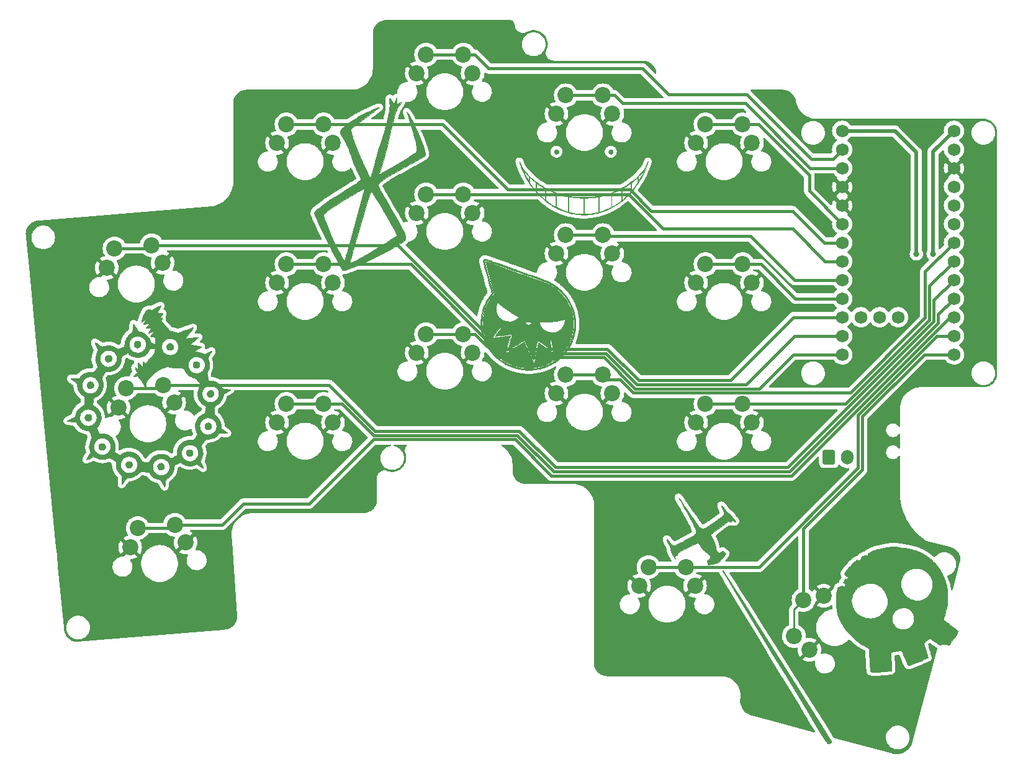
<source format=gbr>
%TF.GenerationSoftware,KiCad,Pcbnew,(6.0.4)*%
%TF.CreationDate,2022-05-05T20:27:35+02:00*%
%TF.ProjectId,Diom-34SP_PCB,44696f6d-2d33-4345-9350-5f5043422e6b,rev?*%
%TF.SameCoordinates,Original*%
%TF.FileFunction,Copper,L1,Top*%
%TF.FilePolarity,Positive*%
%FSLAX46Y46*%
G04 Gerber Fmt 4.6, Leading zero omitted, Abs format (unit mm)*
G04 Created by KiCad (PCBNEW (6.0.4)) date 2022-05-05 20:27:35*
%MOMM*%
%LPD*%
G01*
G04 APERTURE LIST*
G04 Aperture macros list*
%AMRoundRect*
0 Rectangle with rounded corners*
0 $1 Rounding radius*
0 $2 $3 $4 $5 $6 $7 $8 $9 X,Y pos of 4 corners*
0 Add a 4 corners polygon primitive as box body*
4,1,4,$2,$3,$4,$5,$6,$7,$8,$9,$2,$3,0*
0 Add four circle primitives for the rounded corners*
1,1,$1+$1,$2,$3*
1,1,$1+$1,$4,$5*
1,1,$1+$1,$6,$7*
1,1,$1+$1,$8,$9*
0 Add four rect primitives between the rounded corners*
20,1,$1+$1,$2,$3,$4,$5,0*
20,1,$1+$1,$4,$5,$6,$7,0*
20,1,$1+$1,$6,$7,$8,$9,0*
20,1,$1+$1,$8,$9,$2,$3,0*%
G04 Aperture macros list end*
%TA.AperFunction,NonConductor*%
%ADD10C,0.020000*%
%TD*%
%TA.AperFunction,NonConductor*%
%ADD11C,0.008000*%
%TD*%
%TA.AperFunction,NonConductor*%
%ADD12C,0.025000*%
%TD*%
%TA.AperFunction,NonConductor*%
%ADD13C,0.014000*%
%TD*%
%TA.AperFunction,NonConductor*%
%ADD14C,0.015000*%
%TD*%
%TA.AperFunction,NonConductor*%
%ADD15C,0.013000*%
%TD*%
%TA.AperFunction,ComponentPad*%
%ADD16C,2.200000*%
%TD*%
%TA.AperFunction,ComponentPad*%
%ADD17RoundRect,0.250000X-0.600000X-0.750000X0.600000X-0.750000X0.600000X0.750000X-0.600000X0.750000X0*%
%TD*%
%TA.AperFunction,ComponentPad*%
%ADD18O,1.700000X2.000000*%
%TD*%
%TA.AperFunction,ComponentPad*%
%ADD19C,1.752600*%
%TD*%
%TA.AperFunction,ViaPad*%
%ADD20C,0.800000*%
%TD*%
%TA.AperFunction,Conductor*%
%ADD21C,0.508000*%
%TD*%
%TA.AperFunction,Conductor*%
%ADD22C,0.381000*%
%TD*%
%TA.AperFunction,Conductor*%
%ADD23C,0.254000*%
%TD*%
G04 APERTURE END LIST*
D10*
G36*
X82389512Y-91638741D02*
G01*
X82431922Y-91645792D01*
X82474496Y-91656625D01*
X82517052Y-91671370D01*
X82559404Y-91690158D01*
X82601368Y-91713117D01*
X82642762Y-91740379D01*
X82683399Y-91772073D01*
X82691135Y-91779307D01*
X82698651Y-91787717D01*
X82705936Y-91797238D01*
X82712979Y-91807806D01*
X82726296Y-91831818D01*
X82738512Y-91859231D01*
X82749539Y-91889525D01*
X82759288Y-91922176D01*
X82767670Y-91956662D01*
X82774597Y-91992463D01*
X82779980Y-92029056D01*
X82783730Y-92065920D01*
X82785758Y-92102531D01*
X82785975Y-92138370D01*
X82784294Y-92172913D01*
X82780625Y-92205639D01*
X82774879Y-92236026D01*
X82771200Y-92250180D01*
X82766969Y-92263553D01*
X82764970Y-92268749D01*
X82762523Y-92274161D01*
X82756341Y-92285578D01*
X82748532Y-92297699D01*
X82739209Y-92310416D01*
X82728483Y-92323624D01*
X82716465Y-92337215D01*
X82703267Y-92351085D01*
X82689000Y-92365126D01*
X82673775Y-92379232D01*
X82657704Y-92393298D01*
X82640898Y-92407215D01*
X82623468Y-92420880D01*
X82605526Y-92434184D01*
X82587184Y-92447022D01*
X82568552Y-92459287D01*
X82549741Y-92470874D01*
X82528471Y-92482810D01*
X82506881Y-92493545D01*
X82485014Y-92503090D01*
X82462911Y-92511455D01*
X82440616Y-92518652D01*
X82418171Y-92524692D01*
X82395618Y-92529585D01*
X82373000Y-92533342D01*
X82350360Y-92535974D01*
X82327740Y-92537492D01*
X82305182Y-92537906D01*
X82282730Y-92537227D01*
X82260426Y-92535467D01*
X82238311Y-92532636D01*
X82216430Y-92528745D01*
X82194824Y-92523804D01*
X82173535Y-92517825D01*
X82152607Y-92510818D01*
X82132082Y-92502795D01*
X82112002Y-92493765D01*
X82092410Y-92483741D01*
X82073349Y-92472732D01*
X82054861Y-92460749D01*
X82036988Y-92447804D01*
X82019774Y-92433907D01*
X82003259Y-92419069D01*
X81987489Y-92403301D01*
X81972503Y-92386613D01*
X81958346Y-92369017D01*
X81945060Y-92350523D01*
X81932687Y-92331142D01*
X81921270Y-92310886D01*
X81921270Y-92310889D01*
X81899733Y-92265690D01*
X81882963Y-92221020D01*
X81870776Y-92177008D01*
X81862987Y-92133785D01*
X81859413Y-92091480D01*
X81859870Y-92050225D01*
X81864173Y-92010148D01*
X81872138Y-91971381D01*
X81883581Y-91934053D01*
X81898319Y-91898294D01*
X81916167Y-91864235D01*
X81936941Y-91832005D01*
X81960456Y-91801736D01*
X81986530Y-91773556D01*
X82014977Y-91747597D01*
X82045614Y-91723988D01*
X82078257Y-91702859D01*
X82112721Y-91684341D01*
X82148823Y-91668563D01*
X82186378Y-91655656D01*
X82225203Y-91645751D01*
X82265112Y-91638976D01*
X82305923Y-91635463D01*
X82347451Y-91635341D01*
X82389512Y-91638741D01*
G37*
X82389512Y-91638741D02*
X82431922Y-91645792D01*
X82474496Y-91656625D01*
X82517052Y-91671370D01*
X82559404Y-91690158D01*
X82601368Y-91713117D01*
X82642762Y-91740379D01*
X82683399Y-91772073D01*
X82691135Y-91779307D01*
X82698651Y-91787717D01*
X82705936Y-91797238D01*
X82712979Y-91807806D01*
X82726296Y-91831818D01*
X82738512Y-91859231D01*
X82749539Y-91889525D01*
X82759288Y-91922176D01*
X82767670Y-91956662D01*
X82774597Y-91992463D01*
X82779980Y-92029056D01*
X82783730Y-92065920D01*
X82785758Y-92102531D01*
X82785975Y-92138370D01*
X82784294Y-92172913D01*
X82780625Y-92205639D01*
X82774879Y-92236026D01*
X82771200Y-92250180D01*
X82766969Y-92263553D01*
X82764970Y-92268749D01*
X82762523Y-92274161D01*
X82756341Y-92285578D01*
X82748532Y-92297699D01*
X82739209Y-92310416D01*
X82728483Y-92323624D01*
X82716465Y-92337215D01*
X82703267Y-92351085D01*
X82689000Y-92365126D01*
X82673775Y-92379232D01*
X82657704Y-92393298D01*
X82640898Y-92407215D01*
X82623468Y-92420880D01*
X82605526Y-92434184D01*
X82587184Y-92447022D01*
X82568552Y-92459287D01*
X82549741Y-92470874D01*
X82528471Y-92482810D01*
X82506881Y-92493545D01*
X82485014Y-92503090D01*
X82462911Y-92511455D01*
X82440616Y-92518652D01*
X82418171Y-92524692D01*
X82395618Y-92529585D01*
X82373000Y-92533342D01*
X82350360Y-92535974D01*
X82327740Y-92537492D01*
X82305182Y-92537906D01*
X82282730Y-92537227D01*
X82260426Y-92535467D01*
X82238311Y-92532636D01*
X82216430Y-92528745D01*
X82194824Y-92523804D01*
X82173535Y-92517825D01*
X82152607Y-92510818D01*
X82132082Y-92502795D01*
X82112002Y-92493765D01*
X82092410Y-92483741D01*
X82073349Y-92472732D01*
X82054861Y-92460749D01*
X82036988Y-92447804D01*
X82019774Y-92433907D01*
X82003259Y-92419069D01*
X81987489Y-92403301D01*
X81972503Y-92386613D01*
X81958346Y-92369017D01*
X81945060Y-92350523D01*
X81932687Y-92331142D01*
X81921270Y-92310886D01*
X81921270Y-92310889D01*
X81899733Y-92265690D01*
X81882963Y-92221020D01*
X81870776Y-92177008D01*
X81862987Y-92133785D01*
X81859413Y-92091480D01*
X81859870Y-92050225D01*
X81864173Y-92010148D01*
X81872138Y-91971381D01*
X81883581Y-91934053D01*
X81898319Y-91898294D01*
X81916167Y-91864235D01*
X81936941Y-91832005D01*
X81960456Y-91801736D01*
X81986530Y-91773556D01*
X82014977Y-91747597D01*
X82045614Y-91723988D01*
X82078257Y-91702859D01*
X82112721Y-91684341D01*
X82148823Y-91668563D01*
X82186378Y-91655656D01*
X82225203Y-91645751D01*
X82265112Y-91638976D01*
X82305923Y-91635463D01*
X82347451Y-91635341D01*
X82389512Y-91638741D01*
G36*
X93514549Y-81965392D02*
G01*
X93540854Y-81968073D01*
X93565902Y-81972463D01*
X93589943Y-81978637D01*
X93613224Y-81986668D01*
X93635993Y-81996632D01*
X93658499Y-82008602D01*
X93680988Y-82022653D01*
X93703710Y-82038860D01*
X93726912Y-82057298D01*
X93750842Y-82078039D01*
X93775748Y-82101160D01*
X93795474Y-82121313D01*
X93813455Y-82142362D01*
X93829708Y-82164235D01*
X93844249Y-82186859D01*
X93857092Y-82210160D01*
X93868253Y-82234067D01*
X93877749Y-82258505D01*
X93885594Y-82283403D01*
X93891805Y-82308688D01*
X93896396Y-82334285D01*
X93899384Y-82360124D01*
X93900785Y-82386130D01*
X93900613Y-82412232D01*
X93898885Y-82438355D01*
X93895617Y-82464428D01*
X93890823Y-82490377D01*
X93884519Y-82516130D01*
X93876722Y-82541614D01*
X93867446Y-82566756D01*
X93856707Y-82591482D01*
X93844522Y-82615721D01*
X93830905Y-82639400D01*
X93815873Y-82662444D01*
X93799440Y-82684783D01*
X93781623Y-82706342D01*
X93762437Y-82727050D01*
X93741898Y-82746832D01*
X93720022Y-82765617D01*
X93696823Y-82783331D01*
X93672318Y-82799902D01*
X93646523Y-82815256D01*
X93619453Y-82829321D01*
X93579685Y-82847296D01*
X93541238Y-82862075D01*
X93504010Y-82873637D01*
X93467897Y-82881961D01*
X93450227Y-82884903D01*
X93432797Y-82887027D01*
X93415595Y-82888332D01*
X93398607Y-82888814D01*
X93381822Y-82888472D01*
X93365225Y-82887302D01*
X93348805Y-82885302D01*
X93332548Y-82882469D01*
X93316442Y-82878801D01*
X93300473Y-82874296D01*
X93284630Y-82868950D01*
X93268898Y-82862762D01*
X93253266Y-82855727D01*
X93237720Y-82847845D01*
X93222247Y-82839112D01*
X93206836Y-82829526D01*
X93176143Y-82807784D01*
X93145540Y-82782599D01*
X93114923Y-82753949D01*
X93084190Y-82721814D01*
X93084193Y-82721820D01*
X93063888Y-82697694D01*
X93045836Y-82672531D01*
X93029997Y-82646439D01*
X93016331Y-82619528D01*
X93004798Y-82591906D01*
X92995360Y-82563682D01*
X92987976Y-82534965D01*
X92982607Y-82505863D01*
X92979214Y-82476486D01*
X92977757Y-82446943D01*
X92978196Y-82417341D01*
X92980493Y-82387790D01*
X92984606Y-82358399D01*
X92990498Y-82329276D01*
X92998128Y-82300530D01*
X93007457Y-82272271D01*
X93018445Y-82244606D01*
X93031053Y-82217646D01*
X93045241Y-82191497D01*
X93060970Y-82166270D01*
X93078200Y-82142073D01*
X93096892Y-82119016D01*
X93117006Y-82097205D01*
X93138502Y-82076752D01*
X93161341Y-82057763D01*
X93185484Y-82040349D01*
X93210892Y-82024618D01*
X93237523Y-82010679D01*
X93265339Y-81998640D01*
X93294301Y-81988611D01*
X93324369Y-81980699D01*
X93355503Y-81975015D01*
X93391808Y-81970268D01*
X93425618Y-81966858D01*
X93457179Y-81964859D01*
X93486740Y-81964345D01*
X93514549Y-81965392D01*
G37*
X93514549Y-81965392D02*
X93540854Y-81968073D01*
X93565902Y-81972463D01*
X93589943Y-81978637D01*
X93613224Y-81986668D01*
X93635993Y-81996632D01*
X93658499Y-82008602D01*
X93680988Y-82022653D01*
X93703710Y-82038860D01*
X93726912Y-82057298D01*
X93750842Y-82078039D01*
X93775748Y-82101160D01*
X93795474Y-82121313D01*
X93813455Y-82142362D01*
X93829708Y-82164235D01*
X93844249Y-82186859D01*
X93857092Y-82210160D01*
X93868253Y-82234067D01*
X93877749Y-82258505D01*
X93885594Y-82283403D01*
X93891805Y-82308688D01*
X93896396Y-82334285D01*
X93899384Y-82360124D01*
X93900785Y-82386130D01*
X93900613Y-82412232D01*
X93898885Y-82438355D01*
X93895617Y-82464428D01*
X93890823Y-82490377D01*
X93884519Y-82516130D01*
X93876722Y-82541614D01*
X93867446Y-82566756D01*
X93856707Y-82591482D01*
X93844522Y-82615721D01*
X93830905Y-82639400D01*
X93815873Y-82662444D01*
X93799440Y-82684783D01*
X93781623Y-82706342D01*
X93762437Y-82727050D01*
X93741898Y-82746832D01*
X93720022Y-82765617D01*
X93696823Y-82783331D01*
X93672318Y-82799902D01*
X93646523Y-82815256D01*
X93619453Y-82829321D01*
X93579685Y-82847296D01*
X93541238Y-82862075D01*
X93504010Y-82873637D01*
X93467897Y-82881961D01*
X93450227Y-82884903D01*
X93432797Y-82887027D01*
X93415595Y-82888332D01*
X93398607Y-82888814D01*
X93381822Y-82888472D01*
X93365225Y-82887302D01*
X93348805Y-82885302D01*
X93332548Y-82882469D01*
X93316442Y-82878801D01*
X93300473Y-82874296D01*
X93284630Y-82868950D01*
X93268898Y-82862762D01*
X93253266Y-82855727D01*
X93237720Y-82847845D01*
X93222247Y-82839112D01*
X93206836Y-82829526D01*
X93176143Y-82807784D01*
X93145540Y-82782599D01*
X93114923Y-82753949D01*
X93084190Y-82721814D01*
X93084193Y-82721820D01*
X93063888Y-82697694D01*
X93045836Y-82672531D01*
X93029997Y-82646439D01*
X93016331Y-82619528D01*
X93004798Y-82591906D01*
X92995360Y-82563682D01*
X92987976Y-82534965D01*
X92982607Y-82505863D01*
X92979214Y-82476486D01*
X92977757Y-82446943D01*
X92978196Y-82417341D01*
X92980493Y-82387790D01*
X92984606Y-82358399D01*
X92990498Y-82329276D01*
X92998128Y-82300530D01*
X93007457Y-82272271D01*
X93018445Y-82244606D01*
X93031053Y-82217646D01*
X93045241Y-82191497D01*
X93060970Y-82166270D01*
X93078200Y-82142073D01*
X93096892Y-82119016D01*
X93117006Y-82097205D01*
X93138502Y-82076752D01*
X93161341Y-82057763D01*
X93185484Y-82040349D01*
X93210892Y-82024618D01*
X93237523Y-82010679D01*
X93265339Y-81998640D01*
X93294301Y-81988611D01*
X93324369Y-81980699D01*
X93355503Y-81975015D01*
X93391808Y-81970268D01*
X93425618Y-81966858D01*
X93457179Y-81964859D01*
X93486740Y-81964345D01*
X93514549Y-81965392D01*
D11*
G36*
X130310235Y-72476198D02*
G01*
X130320051Y-72310693D01*
X130331087Y-72189368D01*
X130345781Y-72064059D01*
X130385490Y-71804039D01*
X130437882Y-71535735D01*
X130501658Y-71264248D01*
X130575522Y-70994680D01*
X130658175Y-70732132D01*
X130748320Y-70481704D01*
X130795797Y-70362629D01*
X130844660Y-70248498D01*
X130932937Y-70059813D01*
X131030923Y-69868715D01*
X131137013Y-69677793D01*
X131249602Y-69489636D01*
X131367085Y-69306830D01*
X131487857Y-69131964D01*
X131610312Y-68967627D01*
X131671670Y-68890215D01*
X131732846Y-68816405D01*
X131744136Y-68802890D01*
X131754818Y-68789694D01*
X131764647Y-68777149D01*
X131773379Y-68765586D01*
X131780770Y-68755335D01*
X131786575Y-68746727D01*
X131790549Y-68740092D01*
X131791773Y-68737619D01*
X131792449Y-68735762D01*
X131792172Y-68729979D01*
X131789614Y-68716383D01*
X131775268Y-68656915D01*
X131744637Y-68539686D01*
X131692949Y-68347021D01*
X131507304Y-67664684D01*
X131180151Y-66468510D01*
X130831153Y-65193109D01*
X130667734Y-64581569D01*
X130635084Y-64443458D01*
X130624188Y-64373765D01*
X130626833Y-64339975D01*
X130634805Y-64309572D01*
X130640732Y-64281723D01*
X130643691Y-64269489D01*
X130646734Y-64258201D01*
X130649929Y-64247723D01*
X130653342Y-64237919D01*
X130657038Y-64228654D01*
X130661084Y-64219791D01*
X130665546Y-64211196D01*
X130670489Y-64202731D01*
X130675982Y-64194262D01*
X130682088Y-64185652D01*
X130688876Y-64176767D01*
X130696410Y-64167469D01*
X130704757Y-64157623D01*
X130713983Y-64147094D01*
X130724988Y-64135033D01*
X130735916Y-64123801D01*
X130746847Y-64113405D01*
X130757861Y-64103852D01*
X130769038Y-64095148D01*
X130780458Y-64087300D01*
X130792199Y-64080314D01*
X130804343Y-64074197D01*
X130816968Y-64068955D01*
X130830155Y-64064594D01*
X130843983Y-64061122D01*
X130858532Y-64058544D01*
X130873882Y-64056868D01*
X130890112Y-64056099D01*
X130907303Y-64056244D01*
X130925534Y-64057310D01*
X130944884Y-64059302D01*
X130965435Y-64062229D01*
X130987264Y-64066095D01*
X131010453Y-64070908D01*
X131035081Y-64076674D01*
X131061228Y-64083400D01*
X131088972Y-64091091D01*
X131118396Y-64099755D01*
X131182596Y-64120027D01*
X131254465Y-64144267D01*
X131334644Y-64172526D01*
X131423768Y-64204858D01*
X131638639Y-64283111D01*
X131777121Y-64332653D01*
X131920618Y-64383487D01*
X132147550Y-64464843D01*
X132818329Y-64705009D01*
X133482153Y-64942549D01*
X134145977Y-65180090D01*
X134816787Y-65420139D01*
X135180166Y-65550069D01*
X135318674Y-65599354D01*
X135543547Y-65679998D01*
X136214356Y-65920048D01*
X136878214Y-66157454D01*
X137542038Y-66394998D01*
X138205759Y-66632941D01*
X138454471Y-66721956D01*
X138660197Y-66794516D01*
X138818632Y-66850502D01*
X138953643Y-66899669D01*
X139012849Y-66921501D01*
X139086579Y-66948187D01*
X139240028Y-67002611D01*
X139275559Y-67015474D01*
X139311530Y-67029364D01*
X139346988Y-67043860D01*
X139380982Y-67058536D01*
X139412558Y-67072971D01*
X139440764Y-67086742D01*
X139464647Y-67099426D01*
X139483255Y-67110599D01*
X139498908Y-67120655D01*
X139514578Y-67130308D01*
X139529846Y-67139326D01*
X139544292Y-67147481D01*
X139557497Y-67154540D01*
X139569041Y-67160273D01*
X139578507Y-67164450D01*
X139582328Y-67165883D01*
X139585473Y-67166840D01*
X139589103Y-67168001D01*
X139594347Y-67170031D01*
X139609277Y-67176503D01*
X139629461Y-67185865D01*
X139654098Y-67197725D01*
X139682385Y-67211692D01*
X139713518Y-67227373D01*
X139746696Y-67244378D01*
X139781117Y-67262315D01*
X140048529Y-67410726D01*
X140307633Y-67570428D01*
X140558092Y-67741037D01*
X140799568Y-67922171D01*
X141031723Y-68113446D01*
X141254222Y-68314479D01*
X141466726Y-68524887D01*
X141668899Y-68744286D01*
X141860403Y-68972294D01*
X142040902Y-69208527D01*
X142210057Y-69452602D01*
X142367533Y-69704136D01*
X142512991Y-69962746D01*
X142646095Y-70228048D01*
X142766507Y-70499660D01*
X142873890Y-70777198D01*
X142913779Y-70889885D01*
X142948398Y-70991832D01*
X142978887Y-71087025D01*
X143006382Y-71179451D01*
X143032024Y-71273097D01*
X143056949Y-71371949D01*
X143082298Y-71479995D01*
X143109209Y-71601221D01*
X143138392Y-71743178D01*
X143164285Y-71885331D01*
X143186884Y-72027604D01*
X143206188Y-72169919D01*
X143222194Y-72312198D01*
X143234900Y-72454363D01*
X143244302Y-72596338D01*
X143250399Y-72738043D01*
X143253188Y-72879403D01*
X143252667Y-73020338D01*
X143248834Y-73160771D01*
X143241685Y-73300625D01*
X143231219Y-73439822D01*
X143217432Y-73578284D01*
X143200323Y-73715933D01*
X143179890Y-73852692D01*
X143158983Y-73964090D01*
X143127950Y-74106841D01*
X143089463Y-74270455D01*
X143046197Y-74444445D01*
X143000825Y-74618322D01*
X142956020Y-74781595D01*
X142914455Y-74923777D01*
X142878804Y-75034378D01*
X142810677Y-75218946D01*
X142735421Y-75402262D01*
X142653235Y-75584042D01*
X142564315Y-75764001D01*
X142468860Y-75941856D01*
X142367066Y-76117321D01*
X142259131Y-76290112D01*
X142145253Y-76459945D01*
X142025629Y-76626535D01*
X141900456Y-76789598D01*
X141769931Y-76948850D01*
X141634253Y-77104005D01*
X141493618Y-77254781D01*
X141348225Y-77400891D01*
X141198269Y-77542053D01*
X141043950Y-77677980D01*
X140940516Y-77763842D01*
X140833443Y-77848417D01*
X140723041Y-77931526D01*
X140609619Y-78012988D01*
X140493488Y-78092623D01*
X140374957Y-78170250D01*
X140254336Y-78245687D01*
X140131934Y-78318756D01*
X140008062Y-78389274D01*
X139883029Y-78457062D01*
X139757145Y-78521939D01*
X139630720Y-78583724D01*
X139504063Y-78642236D01*
X139377485Y-78697296D01*
X139251294Y-78748722D01*
X139125802Y-78796334D01*
X138940927Y-78860966D01*
X138755928Y-78919917D01*
X138570693Y-78973200D01*
X138385109Y-79020829D01*
X138199065Y-79062818D01*
X138012448Y-79099178D01*
X137825148Y-79129924D01*
X137637052Y-79155069D01*
X137448048Y-79174626D01*
X137258024Y-79188608D01*
X137066869Y-79197029D01*
X136874471Y-79199902D01*
X136680718Y-79197239D01*
X136485497Y-79189055D01*
X136288698Y-79175363D01*
X136090208Y-79156175D01*
X136005485Y-79146417D01*
X135929424Y-79136351D01*
X135855600Y-79124699D01*
X135777586Y-79110180D01*
X135688957Y-79091516D01*
X135583285Y-79067425D01*
X135454144Y-79036630D01*
X135295109Y-78997849D01*
X135082351Y-78944535D01*
X134890309Y-78894363D01*
X134740061Y-78852970D01*
X134687197Y-78837328D01*
X134652686Y-78825996D01*
X134652638Y-78825983D01*
X134374809Y-78719025D01*
X134241062Y-78663351D01*
X134110447Y-78606041D01*
X133982729Y-78546964D01*
X133857675Y-78485989D01*
X133735048Y-78422988D01*
X133614616Y-78357829D01*
X133496143Y-78290383D01*
X133379395Y-78220519D01*
X133264137Y-78148107D01*
X133150134Y-78073017D01*
X133037153Y-77995118D01*
X132924959Y-77914281D01*
X132813316Y-77830375D01*
X132701991Y-77743271D01*
X132513534Y-77586982D01*
X132331760Y-77424191D01*
X132156790Y-77255078D01*
X131988746Y-77079824D01*
X131827749Y-76898607D01*
X131673920Y-76711608D01*
X131527381Y-76519007D01*
X131388252Y-76320983D01*
X131256655Y-76117715D01*
X131132712Y-75909385D01*
X131016544Y-75696171D01*
X130908271Y-75478253D01*
X130808016Y-75255812D01*
X130715899Y-75029026D01*
X130632042Y-74798076D01*
X130556566Y-74563142D01*
X130534057Y-74482846D01*
X130508711Y-74383243D01*
X130481799Y-74270129D01*
X130454593Y-74149299D01*
X130428363Y-74026549D01*
X130404382Y-73907675D01*
X130383922Y-73798472D01*
X130368252Y-73704737D01*
X130347270Y-73547311D01*
X130330309Y-73377767D01*
X130317495Y-73199762D01*
X130308954Y-73016948D01*
X130304813Y-72832980D01*
X130305100Y-72697380D01*
X130489830Y-72697380D01*
X130491000Y-72935708D01*
X130501725Y-73174075D01*
X130522001Y-73412320D01*
X130551822Y-73650285D01*
X130591186Y-73887812D01*
X130640088Y-74124742D01*
X130698524Y-74360915D01*
X130766491Y-74596174D01*
X130843984Y-74830358D01*
X130944640Y-75095807D01*
X131057640Y-75355857D01*
X131182672Y-75610144D01*
X131319424Y-75858306D01*
X131467583Y-76099977D01*
X131626836Y-76334796D01*
X131796872Y-76562397D01*
X131977377Y-76782417D01*
X132168040Y-76994493D01*
X132368548Y-77198261D01*
X132578589Y-77393356D01*
X132797850Y-77579416D01*
X133026018Y-77756077D01*
X133262782Y-77922975D01*
X133507829Y-78079746D01*
X133760846Y-78226026D01*
X133868429Y-78283599D01*
X133977494Y-78339108D01*
X134088036Y-78392552D01*
X134200049Y-78443928D01*
X134313527Y-78493234D01*
X134428465Y-78540469D01*
X134544858Y-78585630D01*
X134662700Y-78628716D01*
X134781985Y-78669724D01*
X134902708Y-78708654D01*
X135148445Y-78780266D01*
X135399869Y-78843538D01*
X135656934Y-78898453D01*
X135656933Y-78898453D01*
X135875158Y-78937029D01*
X136094318Y-78967775D01*
X136314215Y-78990708D01*
X136534656Y-79005846D01*
X136755442Y-79013205D01*
X136976379Y-79012804D01*
X137197271Y-79004661D01*
X137417922Y-78988792D01*
X137638135Y-78965215D01*
X137857715Y-78933948D01*
X138076467Y-78895009D01*
X138294194Y-78848414D01*
X138510700Y-78794181D01*
X138725789Y-78732328D01*
X138939266Y-78662873D01*
X139150935Y-78585832D01*
X139270236Y-78538336D01*
X139390431Y-78487087D01*
X139511177Y-78432290D01*
X139632127Y-78374154D01*
X139752939Y-78312884D01*
X139873268Y-78248688D01*
X139992768Y-78181772D01*
X140111095Y-78112344D01*
X140227905Y-78040609D01*
X140342854Y-77966776D01*
X140455596Y-77891051D01*
X140565788Y-77813640D01*
X140673084Y-77734750D01*
X140777140Y-77654589D01*
X140877612Y-77573363D01*
X140974155Y-77491279D01*
X141096859Y-77381202D01*
X141216583Y-77267775D01*
X141333263Y-77151083D01*
X141446837Y-77031213D01*
X141557239Y-76908250D01*
X141664407Y-76782281D01*
X141768275Y-76653391D01*
X141868782Y-76521667D01*
X141965862Y-76387194D01*
X142059452Y-76250058D01*
X142149487Y-76110346D01*
X142235906Y-75968143D01*
X142318642Y-75823535D01*
X142397633Y-75676608D01*
X142472815Y-75527449D01*
X142544124Y-75376143D01*
X142591005Y-75268849D01*
X142636685Y-75155792D01*
X142680985Y-75037691D01*
X142723722Y-74915262D01*
X142803790Y-74660296D01*
X142875443Y-74396636D01*
X142937236Y-74130025D01*
X142987725Y-73866207D01*
X143008279Y-73737140D01*
X143025464Y-73610924D01*
X143039100Y-73488278D01*
X143049007Y-73369919D01*
X143056515Y-73252277D01*
X143062000Y-73145034D01*
X143065479Y-73045113D01*
X143066967Y-72949436D01*
X143066482Y-72854927D01*
X143064039Y-72758507D01*
X143059654Y-72657101D01*
X143053343Y-72547629D01*
X143042083Y-72398354D01*
X143027291Y-72249713D01*
X143008984Y-72101766D01*
X142987177Y-71954574D01*
X142961886Y-71808197D01*
X142933127Y-71662694D01*
X142900915Y-71518127D01*
X142865267Y-71374556D01*
X142826197Y-71232040D01*
X142783723Y-71090641D01*
X142737859Y-70950419D01*
X142688621Y-70811434D01*
X142636026Y-70673746D01*
X142580088Y-70537416D01*
X142520824Y-70402503D01*
X142458249Y-70269069D01*
X142357599Y-70069849D01*
X142251416Y-69876741D01*
X142139329Y-69689199D01*
X142020971Y-69506676D01*
X141895971Y-69328625D01*
X141763960Y-69154498D01*
X141624569Y-68983747D01*
X141477429Y-68815827D01*
X141396081Y-68726732D01*
X141324121Y-68649508D01*
X141258204Y-68580873D01*
X141194982Y-68517547D01*
X141131110Y-68456248D01*
X141063241Y-68393695D01*
X140988031Y-68326607D01*
X140902131Y-68251702D01*
X140738745Y-68115134D01*
X140570214Y-67983550D01*
X140397536Y-67857606D01*
X140221707Y-67737956D01*
X140043726Y-67625256D01*
X139864589Y-67520162D01*
X139774900Y-67470671D01*
X139685295Y-67423327D01*
X139595900Y-67378211D01*
X139506840Y-67335407D01*
X139484443Y-67324653D01*
X139462291Y-67313527D01*
X139440958Y-67302349D01*
X139421020Y-67291441D01*
X139403051Y-67281126D01*
X139387625Y-67271724D01*
X139375318Y-67263559D01*
X139370514Y-67260040D01*
X139366705Y-67256950D01*
X139362911Y-67253940D01*
X139358151Y-67250652D01*
X139352495Y-67247120D01*
X139346015Y-67243376D01*
X139338780Y-67239452D01*
X139330860Y-67235381D01*
X139322327Y-67231195D01*
X139313249Y-67226927D01*
X139293745Y-67218273D01*
X139272910Y-67209678D01*
X139251307Y-67201402D01*
X139240394Y-67197465D01*
X139229499Y-67193704D01*
X139171530Y-67173730D01*
X139091553Y-67145584D01*
X138907800Y-67079740D01*
X138306981Y-66864247D01*
X137643201Y-66626534D01*
X136979355Y-66389078D01*
X136308518Y-66149125D01*
X136081593Y-66067743D01*
X135938082Y-66016966D01*
X135796639Y-65966877D01*
X135574678Y-65887153D01*
X134910940Y-65649277D01*
X134247133Y-65411666D01*
X133583329Y-65174049D01*
X132178731Y-64671803D01*
X131056528Y-64270884D01*
X131034468Y-64263425D01*
X131013797Y-64257061D01*
X130994455Y-64251797D01*
X130976379Y-64247636D01*
X130959507Y-64244584D01*
X130943778Y-64242643D01*
X130929131Y-64241817D01*
X130915502Y-64242112D01*
X130902831Y-64243531D01*
X130891055Y-64246077D01*
X130880114Y-64249755D01*
X130869944Y-64254569D01*
X130860485Y-64260523D01*
X130851675Y-64267621D01*
X130843451Y-64275867D01*
X130835752Y-64285265D01*
X130829210Y-64294531D01*
X130826290Y-64299126D01*
X130823605Y-64303733D01*
X130821158Y-64308379D01*
X130818949Y-64313093D01*
X130816981Y-64317903D01*
X130815255Y-64322836D01*
X130813773Y-64327921D01*
X130812535Y-64333186D01*
X130811544Y-64338657D01*
X130810802Y-64344365D01*
X130810309Y-64350335D01*
X130810067Y-64356596D01*
X130810078Y-64363177D01*
X130810343Y-64370105D01*
X130810864Y-64377408D01*
X130811643Y-64385114D01*
X130812681Y-64393250D01*
X130813979Y-64401846D01*
X130817362Y-64420526D01*
X130821807Y-64441376D01*
X130827324Y-64464620D01*
X130833927Y-64490482D01*
X130841627Y-64519186D01*
X130850437Y-64550954D01*
X131062694Y-65325510D01*
X131479358Y-66849624D01*
X131867841Y-68269976D01*
X132009258Y-68788807D01*
X131913899Y-68899244D01*
X131817185Y-69014411D01*
X131723522Y-69132351D01*
X131632939Y-69253007D01*
X131545468Y-69376325D01*
X131461138Y-69502248D01*
X131379980Y-69630722D01*
X131302024Y-69761690D01*
X131227300Y-69895096D01*
X131155838Y-70030886D01*
X131087668Y-70169004D01*
X131022821Y-70309393D01*
X130961327Y-70451999D01*
X130903216Y-70596766D01*
X130848519Y-70743637D01*
X130797264Y-70892559D01*
X130749484Y-71043474D01*
X130683664Y-71277092D01*
X130627427Y-71511860D01*
X130580767Y-71747618D01*
X130543682Y-71984208D01*
X130516166Y-72221471D01*
X130498217Y-72459248D01*
X130489830Y-72697380D01*
X130305100Y-72697380D01*
X130305197Y-72651512D01*
X130310235Y-72476198D01*
G37*
X130310235Y-72476198D02*
X130320051Y-72310693D01*
X130331087Y-72189368D01*
X130345781Y-72064059D01*
X130385490Y-71804039D01*
X130437882Y-71535735D01*
X130501658Y-71264248D01*
X130575522Y-70994680D01*
X130658175Y-70732132D01*
X130748320Y-70481704D01*
X130795797Y-70362629D01*
X130844660Y-70248498D01*
X130932937Y-70059813D01*
X131030923Y-69868715D01*
X131137013Y-69677793D01*
X131249602Y-69489636D01*
X131367085Y-69306830D01*
X131487857Y-69131964D01*
X131610312Y-68967627D01*
X131671670Y-68890215D01*
X131732846Y-68816405D01*
X131744136Y-68802890D01*
X131754818Y-68789694D01*
X131764647Y-68777149D01*
X131773379Y-68765586D01*
X131780770Y-68755335D01*
X131786575Y-68746727D01*
X131790549Y-68740092D01*
X131791773Y-68737619D01*
X131792449Y-68735762D01*
X131792172Y-68729979D01*
X131789614Y-68716383D01*
X131775268Y-68656915D01*
X131744637Y-68539686D01*
X131692949Y-68347021D01*
X131507304Y-67664684D01*
X131180151Y-66468510D01*
X130831153Y-65193109D01*
X130667734Y-64581569D01*
X130635084Y-64443458D01*
X130624188Y-64373765D01*
X130626833Y-64339975D01*
X130634805Y-64309572D01*
X130640732Y-64281723D01*
X130643691Y-64269489D01*
X130646734Y-64258201D01*
X130649929Y-64247723D01*
X130653342Y-64237919D01*
X130657038Y-64228654D01*
X130661084Y-64219791D01*
X130665546Y-64211196D01*
X130670489Y-64202731D01*
X130675982Y-64194262D01*
X130682088Y-64185652D01*
X130688876Y-64176767D01*
X130696410Y-64167469D01*
X130704757Y-64157623D01*
X130713983Y-64147094D01*
X130724988Y-64135033D01*
X130735916Y-64123801D01*
X130746847Y-64113405D01*
X130757861Y-64103852D01*
X130769038Y-64095148D01*
X130780458Y-64087300D01*
X130792199Y-64080314D01*
X130804343Y-64074197D01*
X130816968Y-64068955D01*
X130830155Y-64064594D01*
X130843983Y-64061122D01*
X130858532Y-64058544D01*
X130873882Y-64056868D01*
X130890112Y-64056099D01*
X130907303Y-64056244D01*
X130925534Y-64057310D01*
X130944884Y-64059302D01*
X130965435Y-64062229D01*
X130987264Y-64066095D01*
X131010453Y-64070908D01*
X131035081Y-64076674D01*
X131061228Y-64083400D01*
X131088972Y-64091091D01*
X131118396Y-64099755D01*
X131182596Y-64120027D01*
X131254465Y-64144267D01*
X131334644Y-64172526D01*
X131423768Y-64204858D01*
X131638639Y-64283111D01*
X131777121Y-64332653D01*
X131920618Y-64383487D01*
X132147550Y-64464843D01*
X132818329Y-64705009D01*
X133482153Y-64942549D01*
X134145977Y-65180090D01*
X134816787Y-65420139D01*
X135180166Y-65550069D01*
X135318674Y-65599354D01*
X135543547Y-65679998D01*
X136214356Y-65920048D01*
X136878214Y-66157454D01*
X137542038Y-66394998D01*
X138205759Y-66632941D01*
X138454471Y-66721956D01*
X138660197Y-66794516D01*
X138818632Y-66850502D01*
X138953643Y-66899669D01*
X139012849Y-66921501D01*
X139086579Y-66948187D01*
X139240028Y-67002611D01*
X139275559Y-67015474D01*
X139311530Y-67029364D01*
X139346988Y-67043860D01*
X139380982Y-67058536D01*
X139412558Y-67072971D01*
X139440764Y-67086742D01*
X139464647Y-67099426D01*
X139483255Y-67110599D01*
X139498908Y-67120655D01*
X139514578Y-67130308D01*
X139529846Y-67139326D01*
X139544292Y-67147481D01*
X139557497Y-67154540D01*
X139569041Y-67160273D01*
X139578507Y-67164450D01*
X139582328Y-67165883D01*
X139585473Y-67166840D01*
X139589103Y-67168001D01*
X139594347Y-67170031D01*
X139609277Y-67176503D01*
X139629461Y-67185865D01*
X139654098Y-67197725D01*
X139682385Y-67211692D01*
X139713518Y-67227373D01*
X139746696Y-67244378D01*
X139781117Y-67262315D01*
X140048529Y-67410726D01*
X140307633Y-67570428D01*
X140558092Y-67741037D01*
X140799568Y-67922171D01*
X141031723Y-68113446D01*
X141254222Y-68314479D01*
X141466726Y-68524887D01*
X141668899Y-68744286D01*
X141860403Y-68972294D01*
X142040902Y-69208527D01*
X142210057Y-69452602D01*
X142367533Y-69704136D01*
X142512991Y-69962746D01*
X142646095Y-70228048D01*
X142766507Y-70499660D01*
X142873890Y-70777198D01*
X142913779Y-70889885D01*
X142948398Y-70991832D01*
X142978887Y-71087025D01*
X143006382Y-71179451D01*
X143032024Y-71273097D01*
X143056949Y-71371949D01*
X143082298Y-71479995D01*
X143109209Y-71601221D01*
X143138392Y-71743178D01*
X143164285Y-71885331D01*
X143186884Y-72027604D01*
X143206188Y-72169919D01*
X143222194Y-72312198D01*
X143234900Y-72454363D01*
X143244302Y-72596338D01*
X143250399Y-72738043D01*
X143253188Y-72879403D01*
X143252667Y-73020338D01*
X143248834Y-73160771D01*
X143241685Y-73300625D01*
X143231219Y-73439822D01*
X143217432Y-73578284D01*
X143200323Y-73715933D01*
X143179890Y-73852692D01*
X143158983Y-73964090D01*
X143127950Y-74106841D01*
X143089463Y-74270455D01*
X143046197Y-74444445D01*
X143000825Y-74618322D01*
X142956020Y-74781595D01*
X142914455Y-74923777D01*
X142878804Y-75034378D01*
X142810677Y-75218946D01*
X142735421Y-75402262D01*
X142653235Y-75584042D01*
X142564315Y-75764001D01*
X142468860Y-75941856D01*
X142367066Y-76117321D01*
X142259131Y-76290112D01*
X142145253Y-76459945D01*
X142025629Y-76626535D01*
X141900456Y-76789598D01*
X141769931Y-76948850D01*
X141634253Y-77104005D01*
X141493618Y-77254781D01*
X141348225Y-77400891D01*
X141198269Y-77542053D01*
X141043950Y-77677980D01*
X140940516Y-77763842D01*
X140833443Y-77848417D01*
X140723041Y-77931526D01*
X140609619Y-78012988D01*
X140493488Y-78092623D01*
X140374957Y-78170250D01*
X140254336Y-78245687D01*
X140131934Y-78318756D01*
X140008062Y-78389274D01*
X139883029Y-78457062D01*
X139757145Y-78521939D01*
X139630720Y-78583724D01*
X139504063Y-78642236D01*
X139377485Y-78697296D01*
X139251294Y-78748722D01*
X139125802Y-78796334D01*
X138940927Y-78860966D01*
X138755928Y-78919917D01*
X138570693Y-78973200D01*
X138385109Y-79020829D01*
X138199065Y-79062818D01*
X138012448Y-79099178D01*
X137825148Y-79129924D01*
X137637052Y-79155069D01*
X137448048Y-79174626D01*
X137258024Y-79188608D01*
X137066869Y-79197029D01*
X136874471Y-79199902D01*
X136680718Y-79197239D01*
X136485497Y-79189055D01*
X136288698Y-79175363D01*
X136090208Y-79156175D01*
X136005485Y-79146417D01*
X135929424Y-79136351D01*
X135855600Y-79124699D01*
X135777586Y-79110180D01*
X135688957Y-79091516D01*
X135583285Y-79067425D01*
X135454144Y-79036630D01*
X135295109Y-78997849D01*
X135082351Y-78944535D01*
X134890309Y-78894363D01*
X134740061Y-78852970D01*
X134687197Y-78837328D01*
X134652686Y-78825996D01*
X134652638Y-78825983D01*
X134374809Y-78719025D01*
X134241062Y-78663351D01*
X134110447Y-78606041D01*
X133982729Y-78546964D01*
X133857675Y-78485989D01*
X133735048Y-78422988D01*
X133614616Y-78357829D01*
X133496143Y-78290383D01*
X133379395Y-78220519D01*
X133264137Y-78148107D01*
X133150134Y-78073017D01*
X133037153Y-77995118D01*
X132924959Y-77914281D01*
X132813316Y-77830375D01*
X132701991Y-77743271D01*
X132513534Y-77586982D01*
X132331760Y-77424191D01*
X132156790Y-77255078D01*
X131988746Y-77079824D01*
X131827749Y-76898607D01*
X131673920Y-76711608D01*
X131527381Y-76519007D01*
X131388252Y-76320983D01*
X131256655Y-76117715D01*
X131132712Y-75909385D01*
X131016544Y-75696171D01*
X130908271Y-75478253D01*
X130808016Y-75255812D01*
X130715899Y-75029026D01*
X130632042Y-74798076D01*
X130556566Y-74563142D01*
X130534057Y-74482846D01*
X130508711Y-74383243D01*
X130481799Y-74270129D01*
X130454593Y-74149299D01*
X130428363Y-74026549D01*
X130404382Y-73907675D01*
X130383922Y-73798472D01*
X130368252Y-73704737D01*
X130347270Y-73547311D01*
X130330309Y-73377767D01*
X130317495Y-73199762D01*
X130308954Y-73016948D01*
X130304813Y-72832980D01*
X130305100Y-72697380D01*
X130489830Y-72697380D01*
X130491000Y-72935708D01*
X130501725Y-73174075D01*
X130522001Y-73412320D01*
X130551822Y-73650285D01*
X130591186Y-73887812D01*
X130640088Y-74124742D01*
X130698524Y-74360915D01*
X130766491Y-74596174D01*
X130843984Y-74830358D01*
X130944640Y-75095807D01*
X131057640Y-75355857D01*
X131182672Y-75610144D01*
X131319424Y-75858306D01*
X131467583Y-76099977D01*
X131626836Y-76334796D01*
X131796872Y-76562397D01*
X131977377Y-76782417D01*
X132168040Y-76994493D01*
X132368548Y-77198261D01*
X132578589Y-77393356D01*
X132797850Y-77579416D01*
X133026018Y-77756077D01*
X133262782Y-77922975D01*
X133507829Y-78079746D01*
X133760846Y-78226026D01*
X133868429Y-78283599D01*
X133977494Y-78339108D01*
X134088036Y-78392552D01*
X134200049Y-78443928D01*
X134313527Y-78493234D01*
X134428465Y-78540469D01*
X134544858Y-78585630D01*
X134662700Y-78628716D01*
X134781985Y-78669724D01*
X134902708Y-78708654D01*
X135148445Y-78780266D01*
X135399869Y-78843538D01*
X135656934Y-78898453D01*
X135656933Y-78898453D01*
X135875158Y-78937029D01*
X136094318Y-78967775D01*
X136314215Y-78990708D01*
X136534656Y-79005846D01*
X136755442Y-79013205D01*
X136976379Y-79012804D01*
X137197271Y-79004661D01*
X137417922Y-78988792D01*
X137638135Y-78965215D01*
X137857715Y-78933948D01*
X138076467Y-78895009D01*
X138294194Y-78848414D01*
X138510700Y-78794181D01*
X138725789Y-78732328D01*
X138939266Y-78662873D01*
X139150935Y-78585832D01*
X139270236Y-78538336D01*
X139390431Y-78487087D01*
X139511177Y-78432290D01*
X139632127Y-78374154D01*
X139752939Y-78312884D01*
X139873268Y-78248688D01*
X139992768Y-78181772D01*
X140111095Y-78112344D01*
X140227905Y-78040609D01*
X140342854Y-77966776D01*
X140455596Y-77891051D01*
X140565788Y-77813640D01*
X140673084Y-77734750D01*
X140777140Y-77654589D01*
X140877612Y-77573363D01*
X140974155Y-77491279D01*
X141096859Y-77381202D01*
X141216583Y-77267775D01*
X141333263Y-77151083D01*
X141446837Y-77031213D01*
X141557239Y-76908250D01*
X141664407Y-76782281D01*
X141768275Y-76653391D01*
X141868782Y-76521667D01*
X141965862Y-76387194D01*
X142059452Y-76250058D01*
X142149487Y-76110346D01*
X142235906Y-75968143D01*
X142318642Y-75823535D01*
X142397633Y-75676608D01*
X142472815Y-75527449D01*
X142544124Y-75376143D01*
X142591005Y-75268849D01*
X142636685Y-75155792D01*
X142680985Y-75037691D01*
X142723722Y-74915262D01*
X142803790Y-74660296D01*
X142875443Y-74396636D01*
X142937236Y-74130025D01*
X142987725Y-73866207D01*
X143008279Y-73737140D01*
X143025464Y-73610924D01*
X143039100Y-73488278D01*
X143049007Y-73369919D01*
X143056515Y-73252277D01*
X143062000Y-73145034D01*
X143065479Y-73045113D01*
X143066967Y-72949436D01*
X143066482Y-72854927D01*
X143064039Y-72758507D01*
X143059654Y-72657101D01*
X143053343Y-72547629D01*
X143042083Y-72398354D01*
X143027291Y-72249713D01*
X143008984Y-72101766D01*
X142987177Y-71954574D01*
X142961886Y-71808197D01*
X142933127Y-71662694D01*
X142900915Y-71518127D01*
X142865267Y-71374556D01*
X142826197Y-71232040D01*
X142783723Y-71090641D01*
X142737859Y-70950419D01*
X142688621Y-70811434D01*
X142636026Y-70673746D01*
X142580088Y-70537416D01*
X142520824Y-70402503D01*
X142458249Y-70269069D01*
X142357599Y-70069849D01*
X142251416Y-69876741D01*
X142139329Y-69689199D01*
X142020971Y-69506676D01*
X141895971Y-69328625D01*
X141763960Y-69154498D01*
X141624569Y-68983747D01*
X141477429Y-68815827D01*
X141396081Y-68726732D01*
X141324121Y-68649508D01*
X141258204Y-68580873D01*
X141194982Y-68517547D01*
X141131110Y-68456248D01*
X141063241Y-68393695D01*
X140988031Y-68326607D01*
X140902131Y-68251702D01*
X140738745Y-68115134D01*
X140570214Y-67983550D01*
X140397536Y-67857606D01*
X140221707Y-67737956D01*
X140043726Y-67625256D01*
X139864589Y-67520162D01*
X139774900Y-67470671D01*
X139685295Y-67423327D01*
X139595900Y-67378211D01*
X139506840Y-67335407D01*
X139484443Y-67324653D01*
X139462291Y-67313527D01*
X139440958Y-67302349D01*
X139421020Y-67291441D01*
X139403051Y-67281126D01*
X139387625Y-67271724D01*
X139375318Y-67263559D01*
X139370514Y-67260040D01*
X139366705Y-67256950D01*
X139362911Y-67253940D01*
X139358151Y-67250652D01*
X139352495Y-67247120D01*
X139346015Y-67243376D01*
X139338780Y-67239452D01*
X139330860Y-67235381D01*
X139322327Y-67231195D01*
X139313249Y-67226927D01*
X139293745Y-67218273D01*
X139272910Y-67209678D01*
X139251307Y-67201402D01*
X139240394Y-67197465D01*
X139229499Y-67193704D01*
X139171530Y-67173730D01*
X139091553Y-67145584D01*
X138907800Y-67079740D01*
X138306981Y-66864247D01*
X137643201Y-66626534D01*
X136979355Y-66389078D01*
X136308518Y-66149125D01*
X136081593Y-66067743D01*
X135938082Y-66016966D01*
X135796639Y-65966877D01*
X135574678Y-65887153D01*
X134910940Y-65649277D01*
X134247133Y-65411666D01*
X133583329Y-65174049D01*
X132178731Y-64671803D01*
X131056528Y-64270884D01*
X131034468Y-64263425D01*
X131013797Y-64257061D01*
X130994455Y-64251797D01*
X130976379Y-64247636D01*
X130959507Y-64244584D01*
X130943778Y-64242643D01*
X130929131Y-64241817D01*
X130915502Y-64242112D01*
X130902831Y-64243531D01*
X130891055Y-64246077D01*
X130880114Y-64249755D01*
X130869944Y-64254569D01*
X130860485Y-64260523D01*
X130851675Y-64267621D01*
X130843451Y-64275867D01*
X130835752Y-64285265D01*
X130829210Y-64294531D01*
X130826290Y-64299126D01*
X130823605Y-64303733D01*
X130821158Y-64308379D01*
X130818949Y-64313093D01*
X130816981Y-64317903D01*
X130815255Y-64322836D01*
X130813773Y-64327921D01*
X130812535Y-64333186D01*
X130811544Y-64338657D01*
X130810802Y-64344365D01*
X130810309Y-64350335D01*
X130810067Y-64356596D01*
X130810078Y-64363177D01*
X130810343Y-64370105D01*
X130810864Y-64377408D01*
X130811643Y-64385114D01*
X130812681Y-64393250D01*
X130813979Y-64401846D01*
X130817362Y-64420526D01*
X130821807Y-64441376D01*
X130827324Y-64464620D01*
X130833927Y-64490482D01*
X130841627Y-64519186D01*
X130850437Y-64550954D01*
X131062694Y-65325510D01*
X131479358Y-66849624D01*
X131867841Y-68269976D01*
X132009258Y-68788807D01*
X131913899Y-68899244D01*
X131817185Y-69014411D01*
X131723522Y-69132351D01*
X131632939Y-69253007D01*
X131545468Y-69376325D01*
X131461138Y-69502248D01*
X131379980Y-69630722D01*
X131302024Y-69761690D01*
X131227300Y-69895096D01*
X131155838Y-70030886D01*
X131087668Y-70169004D01*
X131022821Y-70309393D01*
X130961327Y-70451999D01*
X130903216Y-70596766D01*
X130848519Y-70743637D01*
X130797264Y-70892559D01*
X130749484Y-71043474D01*
X130683664Y-71277092D01*
X130627427Y-71511860D01*
X130580767Y-71747618D01*
X130543682Y-71984208D01*
X130516166Y-72221471D01*
X130498217Y-72459248D01*
X130489830Y-72697380D01*
X130305100Y-72697380D01*
X130305197Y-72651512D01*
X130310235Y-72476198D01*
D10*
G36*
X76740560Y-85209802D02*
G01*
X76757204Y-85211107D01*
X76774209Y-85213075D01*
X76791594Y-85215701D01*
X76809375Y-85218981D01*
X76846191Y-85227493D01*
X76884792Y-85238581D01*
X76925312Y-85252219D01*
X76958658Y-85265058D01*
X76989806Y-85278913D01*
X77018812Y-85293852D01*
X77045733Y-85309944D01*
X77058429Y-85318443D01*
X77070625Y-85327256D01*
X77082328Y-85336392D01*
X77093545Y-85345858D01*
X77104284Y-85355664D01*
X77114551Y-85365818D01*
X77124354Y-85376328D01*
X77133699Y-85387204D01*
X77142594Y-85398453D01*
X77151046Y-85410084D01*
X77159061Y-85422106D01*
X77166648Y-85434528D01*
X77173813Y-85447357D01*
X77180563Y-85460603D01*
X77192846Y-85488379D01*
X77203556Y-85517923D01*
X77212749Y-85549303D01*
X77220481Y-85582590D01*
X77226809Y-85617850D01*
X77231508Y-85654273D01*
X77233937Y-85688935D01*
X77234035Y-85721953D01*
X77231739Y-85753442D01*
X77229673Y-85768650D01*
X77226987Y-85783521D01*
X77223670Y-85798068D01*
X77219716Y-85812306D01*
X77215118Y-85826250D01*
X77209866Y-85839915D01*
X77203954Y-85853315D01*
X77197373Y-85866465D01*
X77190116Y-85879379D01*
X77182176Y-85892072D01*
X77173543Y-85904559D01*
X77164212Y-85916854D01*
X77154173Y-85928972D01*
X77143418Y-85940928D01*
X77119734Y-85964411D01*
X77093097Y-85987421D01*
X77063444Y-86010073D01*
X77030713Y-86032486D01*
X76994843Y-86054776D01*
X76968121Y-86070216D01*
X76942865Y-86083823D01*
X76918848Y-86095621D01*
X76895845Y-86105635D01*
X76873629Y-86113888D01*
X76851974Y-86120406D01*
X76830653Y-86125212D01*
X76809441Y-86128331D01*
X76788110Y-86129786D01*
X76766435Y-86129604D01*
X76744189Y-86127807D01*
X76721147Y-86124420D01*
X76697081Y-86119468D01*
X76671765Y-86112975D01*
X76644974Y-86104965D01*
X76616480Y-86095462D01*
X76592934Y-86086819D01*
X76570299Y-86077604D01*
X76548589Y-86067827D01*
X76527818Y-86057499D01*
X76507998Y-86046630D01*
X76489144Y-86035231D01*
X76471269Y-86023313D01*
X76454387Y-86010886D01*
X76438511Y-85997959D01*
X76423655Y-85984545D01*
X76409832Y-85970653D01*
X76397055Y-85956294D01*
X76385340Y-85941477D01*
X76374698Y-85926215D01*
X76365144Y-85910517D01*
X76356690Y-85894394D01*
X76341370Y-85859685D01*
X76328785Y-85824661D01*
X76318920Y-85789417D01*
X76311762Y-85754051D01*
X76307298Y-85718662D01*
X76305514Y-85683345D01*
X76306397Y-85648200D01*
X76309931Y-85613323D01*
X76316105Y-85578812D01*
X76324904Y-85544764D01*
X76336315Y-85511278D01*
X76350324Y-85478449D01*
X76366917Y-85446376D01*
X76386082Y-85415157D01*
X76407803Y-85384888D01*
X76432068Y-85355667D01*
X76457906Y-85328112D01*
X76470831Y-85315440D01*
X76483782Y-85303501D01*
X76496776Y-85292290D01*
X76509831Y-85281805D01*
X76522962Y-85272041D01*
X76536186Y-85262995D01*
X76549521Y-85254665D01*
X76562984Y-85247045D01*
X76576590Y-85240133D01*
X76590357Y-85233926D01*
X76604301Y-85228419D01*
X76618440Y-85223609D01*
X76632789Y-85219492D01*
X76647367Y-85216066D01*
X76662190Y-85213326D01*
X76677274Y-85211269D01*
X76692636Y-85209892D01*
X76708293Y-85209191D01*
X76724262Y-85209162D01*
X76740560Y-85209802D01*
G37*
X76740560Y-85209802D02*
X76757204Y-85211107D01*
X76774209Y-85213075D01*
X76791594Y-85215701D01*
X76809375Y-85218981D01*
X76846191Y-85227493D01*
X76884792Y-85238581D01*
X76925312Y-85252219D01*
X76958658Y-85265058D01*
X76989806Y-85278913D01*
X77018812Y-85293852D01*
X77045733Y-85309944D01*
X77058429Y-85318443D01*
X77070625Y-85327256D01*
X77082328Y-85336392D01*
X77093545Y-85345858D01*
X77104284Y-85355664D01*
X77114551Y-85365818D01*
X77124354Y-85376328D01*
X77133699Y-85387204D01*
X77142594Y-85398453D01*
X77151046Y-85410084D01*
X77159061Y-85422106D01*
X77166648Y-85434528D01*
X77173813Y-85447357D01*
X77180563Y-85460603D01*
X77192846Y-85488379D01*
X77203556Y-85517923D01*
X77212749Y-85549303D01*
X77220481Y-85582590D01*
X77226809Y-85617850D01*
X77231508Y-85654273D01*
X77233937Y-85688935D01*
X77234035Y-85721953D01*
X77231739Y-85753442D01*
X77229673Y-85768650D01*
X77226987Y-85783521D01*
X77223670Y-85798068D01*
X77219716Y-85812306D01*
X77215118Y-85826250D01*
X77209866Y-85839915D01*
X77203954Y-85853315D01*
X77197373Y-85866465D01*
X77190116Y-85879379D01*
X77182176Y-85892072D01*
X77173543Y-85904559D01*
X77164212Y-85916854D01*
X77154173Y-85928972D01*
X77143418Y-85940928D01*
X77119734Y-85964411D01*
X77093097Y-85987421D01*
X77063444Y-86010073D01*
X77030713Y-86032486D01*
X76994843Y-86054776D01*
X76968121Y-86070216D01*
X76942865Y-86083823D01*
X76918848Y-86095621D01*
X76895845Y-86105635D01*
X76873629Y-86113888D01*
X76851974Y-86120406D01*
X76830653Y-86125212D01*
X76809441Y-86128331D01*
X76788110Y-86129786D01*
X76766435Y-86129604D01*
X76744189Y-86127807D01*
X76721147Y-86124420D01*
X76697081Y-86119468D01*
X76671765Y-86112975D01*
X76644974Y-86104965D01*
X76616480Y-86095462D01*
X76592934Y-86086819D01*
X76570299Y-86077604D01*
X76548589Y-86067827D01*
X76527818Y-86057499D01*
X76507998Y-86046630D01*
X76489144Y-86035231D01*
X76471269Y-86023313D01*
X76454387Y-86010886D01*
X76438511Y-85997959D01*
X76423655Y-85984545D01*
X76409832Y-85970653D01*
X76397055Y-85956294D01*
X76385340Y-85941477D01*
X76374698Y-85926215D01*
X76365144Y-85910517D01*
X76356690Y-85894394D01*
X76341370Y-85859685D01*
X76328785Y-85824661D01*
X76318920Y-85789417D01*
X76311762Y-85754051D01*
X76307298Y-85718662D01*
X76305514Y-85683345D01*
X76306397Y-85648200D01*
X76309931Y-85613323D01*
X76316105Y-85578812D01*
X76324904Y-85544764D01*
X76336315Y-85511278D01*
X76350324Y-85478449D01*
X76366917Y-85446376D01*
X76386082Y-85415157D01*
X76407803Y-85384888D01*
X76432068Y-85355667D01*
X76457906Y-85328112D01*
X76470831Y-85315440D01*
X76483782Y-85303501D01*
X76496776Y-85292290D01*
X76509831Y-85281805D01*
X76522962Y-85272041D01*
X76536186Y-85262995D01*
X76549521Y-85254665D01*
X76562984Y-85247045D01*
X76576590Y-85240133D01*
X76590357Y-85233926D01*
X76604301Y-85228419D01*
X76618440Y-85223609D01*
X76632789Y-85219492D01*
X76647367Y-85216066D01*
X76662190Y-85213326D01*
X76677274Y-85211269D01*
X76692636Y-85209892D01*
X76708293Y-85209191D01*
X76724262Y-85209162D01*
X76740560Y-85209802D01*
D11*
G36*
X130772943Y-74136158D02*
G01*
X130695250Y-73745179D01*
X130643780Y-73349976D01*
X130618846Y-72951884D01*
X130620413Y-72624174D01*
X136374107Y-72624174D01*
X136374201Y-72632370D01*
X136375196Y-72641619D01*
X136377050Y-72651839D01*
X136379721Y-72662953D01*
X136387356Y-72687540D01*
X136397771Y-72714743D01*
X136410640Y-72743927D01*
X136425635Y-72774453D01*
X136442427Y-72805686D01*
X136460691Y-72836990D01*
X136480097Y-72867726D01*
X136500318Y-72897260D01*
X136521027Y-72924953D01*
X136541896Y-72950171D01*
X136562597Y-72972275D01*
X136572782Y-72981962D01*
X136582802Y-72990631D01*
X136596550Y-73001136D01*
X136610900Y-73010600D01*
X136625871Y-73019027D01*
X136641480Y-73026418D01*
X136657748Y-73032776D01*
X136674691Y-73038105D01*
X136692329Y-73042407D01*
X136710681Y-73045685D01*
X136729764Y-73047941D01*
X136749599Y-73049179D01*
X136770202Y-73049400D01*
X136791593Y-73048609D01*
X136813790Y-73046807D01*
X136836812Y-73043997D01*
X136860678Y-73040182D01*
X136885405Y-73035365D01*
X136885406Y-73035361D01*
X136912363Y-73028619D01*
X136941637Y-73019434D01*
X136972636Y-73008141D01*
X137004772Y-72995073D01*
X137037454Y-72980562D01*
X137070093Y-72964943D01*
X137102099Y-72948549D01*
X137132883Y-72931713D01*
X137161854Y-72914768D01*
X137188424Y-72898049D01*
X137212001Y-72881888D01*
X137231997Y-72866619D01*
X137247822Y-72852574D01*
X137258885Y-72840089D01*
X137262448Y-72834534D01*
X137264598Y-72829495D01*
X137265264Y-72825011D01*
X137264371Y-72821126D01*
X137259966Y-72813098D01*
X137254350Y-72804956D01*
X137247570Y-72796719D01*
X137239671Y-72788406D01*
X137230700Y-72780039D01*
X137220703Y-72771635D01*
X137197820Y-72754799D01*
X137171392Y-72738055D01*
X137141790Y-72721560D01*
X137109387Y-72705472D01*
X137074553Y-72689947D01*
X137067830Y-72687249D01*
X138297704Y-72687249D01*
X138297861Y-72692556D01*
X138298993Y-72704820D01*
X138301204Y-72719250D01*
X138304484Y-72735801D01*
X138308821Y-72754425D01*
X138314205Y-72775079D01*
X138320623Y-72797717D01*
X138328064Y-72822294D01*
X138336518Y-72848764D01*
X138345973Y-72877081D01*
X138356418Y-72907201D01*
X138367842Y-72939079D01*
X138380233Y-72972668D01*
X138401315Y-73027204D01*
X138422941Y-73079389D01*
X138445222Y-73129384D01*
X138468268Y-73177354D01*
X138492191Y-73223460D01*
X138517102Y-73267866D01*
X138543111Y-73310734D01*
X138570330Y-73352228D01*
X138598870Y-73392510D01*
X138628841Y-73431743D01*
X138660356Y-73470091D01*
X138693524Y-73507715D01*
X138728458Y-73544778D01*
X138765268Y-73581445D01*
X138804064Y-73617877D01*
X138844959Y-73654237D01*
X138885001Y-73686367D01*
X138930816Y-73718535D01*
X138981881Y-73750535D01*
X139037668Y-73782164D01*
X139097651Y-73813216D01*
X139161304Y-73843487D01*
X139228101Y-73872773D01*
X139297516Y-73900868D01*
X139369023Y-73927569D01*
X139442096Y-73952670D01*
X139516209Y-73975968D01*
X139590834Y-73997257D01*
X139665448Y-74016333D01*
X139739522Y-74032991D01*
X139812532Y-74047027D01*
X139883951Y-74058237D01*
X139883950Y-74058238D01*
X139974692Y-74068330D01*
X140064518Y-74073426D01*
X140153400Y-74073536D01*
X140241310Y-74068669D01*
X140328220Y-74058833D01*
X140414103Y-74044038D01*
X140498931Y-74024294D01*
X140582677Y-73999608D01*
X140665311Y-73969989D01*
X140746808Y-73935448D01*
X140827139Y-73895993D01*
X140906276Y-73851633D01*
X140984192Y-73802377D01*
X141060860Y-73748234D01*
X141136250Y-73689214D01*
X141210336Y-73625324D01*
X141239468Y-73598685D01*
X141266986Y-73572823D01*
X141293018Y-73547583D01*
X141317689Y-73522811D01*
X141341127Y-73498352D01*
X141363460Y-73474050D01*
X141384813Y-73449749D01*
X141405315Y-73425296D01*
X141425091Y-73400535D01*
X141444269Y-73375311D01*
X141462976Y-73349468D01*
X141481338Y-73322852D01*
X141499483Y-73295308D01*
X141517538Y-73266680D01*
X141535629Y-73236813D01*
X141553884Y-73205552D01*
X141577554Y-73163611D01*
X141587679Y-73144748D01*
X141596922Y-73126541D01*
X141605477Y-73108427D01*
X141613540Y-73089845D01*
X141621305Y-73070233D01*
X141628966Y-73049029D01*
X141636717Y-73025669D01*
X141644753Y-72999594D01*
X141653268Y-72970239D01*
X141662456Y-72937044D01*
X141683632Y-72856884D01*
X141709834Y-72754616D01*
X141751911Y-72585228D01*
X141766048Y-72523457D01*
X141776252Y-72473375D01*
X141783026Y-72432290D01*
X141786872Y-72397507D01*
X141788291Y-72366333D01*
X141787785Y-72336075D01*
X141785882Y-72298587D01*
X141783722Y-72267735D01*
X141782629Y-72255795D01*
X141781570Y-72246712D01*
X141780579Y-72240886D01*
X141780120Y-72239318D01*
X141779690Y-72238714D01*
X141778439Y-72238905D01*
X141775572Y-72239669D01*
X141765331Y-72242801D01*
X141729206Y-72254682D01*
X141676766Y-72272527D01*
X141613468Y-72294506D01*
X141491795Y-72334091D01*
X141359062Y-72371516D01*
X141215451Y-72406759D01*
X141061143Y-72439801D01*
X140896320Y-72470619D01*
X140721165Y-72499195D01*
X140535859Y-72525506D01*
X140340584Y-72549532D01*
X139920854Y-72590646D01*
X139463431Y-72622370D01*
X138969768Y-72644538D01*
X138441322Y-72656984D01*
X138416434Y-72657474D01*
X138392642Y-72658223D01*
X138370507Y-72659193D01*
X138350592Y-72660347D01*
X138333457Y-72661648D01*
X138319665Y-72663058D01*
X138309778Y-72664540D01*
X138306474Y-72665296D01*
X138304356Y-72666057D01*
X138302565Y-72667335D01*
X138301057Y-72669207D01*
X138299829Y-72671664D01*
X138298882Y-72674703D01*
X138298213Y-72678318D01*
X138297820Y-72682501D01*
X138297704Y-72687249D01*
X137067830Y-72687249D01*
X137037661Y-72675143D01*
X136999081Y-72661217D01*
X136959185Y-72648325D01*
X136918345Y-72636625D01*
X136876932Y-72626273D01*
X136835318Y-72617428D01*
X136793874Y-72610246D01*
X136752971Y-72604884D01*
X136699943Y-72600109D01*
X136642656Y-72596626D01*
X136584217Y-72594446D01*
X136527735Y-72593581D01*
X136476319Y-72594042D01*
X136433077Y-72595841D01*
X136401117Y-72598989D01*
X136390339Y-72601073D01*
X136383548Y-72603499D01*
X136379633Y-72606692D01*
X136376782Y-72611255D01*
X136374953Y-72617109D01*
X136374107Y-72624174D01*
X130620413Y-72624174D01*
X130620757Y-72552236D01*
X130649826Y-72152368D01*
X130706364Y-71753613D01*
X130790683Y-71357305D01*
X130903095Y-70964780D01*
X130930106Y-70885000D01*
X132378288Y-70885000D01*
X132379179Y-70931166D01*
X132381111Y-70975849D01*
X132384144Y-71019322D01*
X132388333Y-71061857D01*
X132393738Y-71103727D01*
X132400413Y-71145204D01*
X132408418Y-71186563D01*
X132417808Y-71228074D01*
X132428642Y-71270012D01*
X132440977Y-71312648D01*
X132454870Y-71356256D01*
X132470377Y-71401108D01*
X132487557Y-71447477D01*
X132506467Y-71495636D01*
X132527164Y-71545858D01*
X132574641Y-71649962D01*
X132627079Y-71748384D01*
X132655178Y-71795478D01*
X132684539Y-71841167D01*
X132715171Y-71885458D01*
X132747081Y-71928355D01*
X132780277Y-71969865D01*
X132814766Y-72009992D01*
X132850555Y-72048743D01*
X132887653Y-72086122D01*
X132926067Y-72122136D01*
X132965804Y-72156788D01*
X133006871Y-72190086D01*
X133049277Y-72222035D01*
X133093030Y-72252640D01*
X133138135Y-72281906D01*
X133184602Y-72309839D01*
X133232437Y-72336444D01*
X133332243Y-72385695D01*
X133437615Y-72429701D01*
X133548611Y-72468506D01*
X133665293Y-72502155D01*
X133787721Y-72530691D01*
X133915955Y-72554157D01*
X133915955Y-72554156D01*
X134019303Y-72569175D01*
X134116836Y-72580297D01*
X134208492Y-72587522D01*
X134294209Y-72590849D01*
X134373925Y-72590276D01*
X134411513Y-72588527D01*
X134447578Y-72585803D01*
X134482112Y-72582103D01*
X134515106Y-72577428D01*
X134546554Y-72571777D01*
X134576447Y-72565151D01*
X134626259Y-72552369D01*
X134674179Y-72538787D01*
X134720434Y-72524286D01*
X134765253Y-72508746D01*
X134808862Y-72492047D01*
X134851488Y-72474068D01*
X134893360Y-72454690D01*
X134934705Y-72433794D01*
X134975750Y-72411259D01*
X135016723Y-72386965D01*
X135057851Y-72360792D01*
X135099361Y-72332621D01*
X135141482Y-72302332D01*
X135184440Y-72269804D01*
X135228463Y-72234918D01*
X135273778Y-72197554D01*
X135312800Y-72163627D01*
X135352818Y-72126784D01*
X135391793Y-72089145D01*
X135427683Y-72052829D01*
X135458447Y-72019955D01*
X135482044Y-71992640D01*
X135490516Y-71981731D01*
X135496432Y-71973005D01*
X135499535Y-71966730D01*
X135499952Y-71964593D01*
X135499570Y-71963168D01*
X135497753Y-71961708D01*
X135493541Y-71958920D01*
X135478437Y-71949653D01*
X135455267Y-71935950D01*
X135425038Y-71918392D01*
X135347442Y-71874041D01*
X135253714Y-71821257D01*
X135054903Y-71708797D01*
X134971751Y-71660948D01*
X134914285Y-71627178D01*
X134695969Y-71496435D01*
X134386576Y-71306813D01*
X134090230Y-71115261D01*
X133810110Y-70924145D01*
X133549395Y-70735834D01*
X133311265Y-70552695D01*
X133098900Y-70377094D01*
X132915479Y-70211401D01*
X132835615Y-70133009D01*
X132764180Y-70057982D01*
X132734926Y-70026491D01*
X132709424Y-70000009D01*
X132687563Y-69978439D01*
X132677962Y-69969465D01*
X132669229Y-69961683D01*
X132661350Y-69955081D01*
X132654311Y-69949645D01*
X132648098Y-69945365D01*
X132642697Y-69942228D01*
X132638093Y-69940221D01*
X132634273Y-69939333D01*
X132632652Y-69939305D01*
X132631223Y-69939552D01*
X132629982Y-69940072D01*
X132628928Y-69940864D01*
X132627127Y-69942895D01*
X132624811Y-69945988D01*
X132622015Y-69950079D01*
X132618777Y-69955104D01*
X132611115Y-69967702D01*
X132602113Y-69983273D01*
X132592062Y-70001307D01*
X132581249Y-70021295D01*
X132569963Y-70042727D01*
X132558494Y-70065095D01*
X132543273Y-70096639D01*
X132536035Y-70112837D01*
X132528983Y-70129511D01*
X132522070Y-70146802D01*
X132515248Y-70164854D01*
X132508469Y-70183809D01*
X132501688Y-70203810D01*
X132487928Y-70247522D01*
X132473588Y-70297132D01*
X132458293Y-70353782D01*
X132441663Y-70418615D01*
X132423423Y-70492257D01*
X132409114Y-70553330D01*
X132398246Y-70605072D01*
X132390330Y-70650719D01*
X132384875Y-70693506D01*
X132381393Y-70736671D01*
X132379392Y-70783450D01*
X132378384Y-70837078D01*
X132378288Y-70885000D01*
X130930106Y-70885000D01*
X130949366Y-70828115D01*
X130999257Y-70692172D01*
X131052667Y-70557134D01*
X131109494Y-70423183D01*
X131169635Y-70290503D01*
X131232988Y-70159276D01*
X131299450Y-70029686D01*
X131368919Y-69901915D01*
X131441292Y-69776147D01*
X131516468Y-69652564D01*
X131594344Y-69531350D01*
X131674817Y-69412687D01*
X131757786Y-69296758D01*
X131843147Y-69183746D01*
X131930799Y-69073835D01*
X132020639Y-68967207D01*
X132149581Y-68818369D01*
X132068615Y-68523848D01*
X130943655Y-64405709D01*
X130941972Y-64398025D01*
X130940637Y-64390719D01*
X130939661Y-64383961D01*
X130939057Y-64377920D01*
X130938898Y-64375222D01*
X130938837Y-64372767D01*
X130938875Y-64370576D01*
X130939014Y-64368671D01*
X130939255Y-64367072D01*
X130939601Y-64365801D01*
X130940051Y-64364880D01*
X130940317Y-64364556D01*
X130940609Y-64364328D01*
X130941068Y-64364207D01*
X130941828Y-64364200D01*
X130944219Y-64364519D01*
X130947719Y-64365266D01*
X130952263Y-64366420D01*
X130964229Y-64369866D01*
X130979608Y-64374692D01*
X130997889Y-64380734D01*
X131018562Y-64387827D01*
X131041116Y-64395805D01*
X131065040Y-64404504D01*
X131347875Y-64506415D01*
X131861481Y-64690132D01*
X133196237Y-65167240D01*
X135711859Y-66067089D01*
X136739007Y-66434779D01*
X139052304Y-67260863D01*
X139087107Y-67273428D01*
X139121641Y-67286486D01*
X139155004Y-67299657D01*
X139186290Y-67312558D01*
X139214598Y-67324808D01*
X139239023Y-67336026D01*
X139258661Y-67345830D01*
X139272609Y-67353839D01*
X139286039Y-67362051D01*
X139304192Y-67372437D01*
X139326268Y-67384573D01*
X139351467Y-67398039D01*
X139378990Y-67412413D01*
X139408039Y-67427271D01*
X139437813Y-67442192D01*
X139467513Y-67456754D01*
X139671182Y-67560011D01*
X139870125Y-67670117D01*
X140064225Y-67786964D01*
X140253367Y-67910445D01*
X140437433Y-68040455D01*
X140616308Y-68176885D01*
X140789875Y-68319630D01*
X140958019Y-68468581D01*
X141120622Y-68623633D01*
X141277569Y-68784679D01*
X141428743Y-68951611D01*
X141574028Y-69124323D01*
X141713309Y-69302708D01*
X141846467Y-69486659D01*
X141973389Y-69676069D01*
X142093956Y-69870832D01*
X142247797Y-70145172D01*
X142386370Y-70424686D01*
X142509614Y-70708904D01*
X142617471Y-70997352D01*
X142709881Y-71289556D01*
X142786785Y-71585044D01*
X142848122Y-71883344D01*
X142893835Y-72183983D01*
X142923864Y-72486487D01*
X142938148Y-72790384D01*
X142936629Y-73095201D01*
X142919248Y-73400465D01*
X142885945Y-73705703D01*
X142836660Y-74010443D01*
X142771335Y-74314212D01*
X142689909Y-74616536D01*
X142579420Y-74950727D01*
X142449271Y-75276245D01*
X142300141Y-75592385D01*
X142132704Y-75898442D01*
X141947639Y-76193708D01*
X141745620Y-76477479D01*
X141527326Y-76749047D01*
X141293432Y-77007708D01*
X141044615Y-77252755D01*
X140781551Y-77483482D01*
X140504918Y-77699183D01*
X140215392Y-77899152D01*
X139913649Y-78082683D01*
X139600365Y-78249070D01*
X139276218Y-78397607D01*
X138941884Y-78527589D01*
X138759188Y-78589232D01*
X138574459Y-78645155D01*
X138387920Y-78695336D01*
X138199798Y-78739754D01*
X138010317Y-78778387D01*
X137819702Y-78811214D01*
X137628178Y-78838214D01*
X137435970Y-78859365D01*
X137243303Y-78874647D01*
X137050402Y-78884037D01*
X136857491Y-78887515D01*
X136664797Y-78885059D01*
X136472544Y-78876648D01*
X136280956Y-78862261D01*
X136090259Y-78841877D01*
X135900677Y-78815473D01*
X135802247Y-78798818D01*
X135688437Y-78777388D01*
X135441156Y-78726010D01*
X135320923Y-78698962D01*
X135211786Y-78672942D01*
X135120364Y-78649400D01*
X135053278Y-78629787D01*
X134767695Y-78532570D01*
X134503663Y-78433458D01*
X134256978Y-78330377D01*
X134138828Y-78276698D01*
X134023440Y-78221249D01*
X133910288Y-78163769D01*
X133798846Y-78103998D01*
X133688590Y-78041679D01*
X133578995Y-77976549D01*
X133359686Y-77836825D01*
X133136716Y-77682750D01*
X133049030Y-77616881D01*
X132945563Y-77534113D01*
X132831811Y-77439252D01*
X132713270Y-77337107D01*
X132595434Y-77232484D01*
X132483802Y-77130191D01*
X132383868Y-77035037D01*
X132301128Y-76951827D01*
X132024867Y-76642671D01*
X131772336Y-76318616D01*
X131543848Y-75980999D01*
X131339713Y-75631152D01*
X131160244Y-75270410D01*
X131005751Y-74900108D01*
X130941866Y-74712943D01*
X131952914Y-74712943D01*
X131953020Y-74717825D01*
X131953425Y-74722679D01*
X131954125Y-74727496D01*
X131955118Y-74732264D01*
X131956398Y-74736973D01*
X131957962Y-74741613D01*
X131959807Y-74746172D01*
X131961927Y-74750640D01*
X131964320Y-74755007D01*
X131966981Y-74759263D01*
X131969907Y-74763396D01*
X131973093Y-74767396D01*
X131976536Y-74771253D01*
X131980232Y-74774956D01*
X131983384Y-74778214D01*
X131985966Y-74781297D01*
X131990451Y-74786838D01*
X131992866Y-74789248D01*
X131995738Y-74791387D01*
X131999324Y-74793230D01*
X132003881Y-74794754D01*
X132009665Y-74795934D01*
X132016933Y-74796747D01*
X132025942Y-74797168D01*
X132036947Y-74797174D01*
X132050206Y-74796741D01*
X132065976Y-74795844D01*
X132084513Y-74794461D01*
X132106073Y-74792567D01*
X132159290Y-74787151D01*
X132227682Y-74779404D01*
X132313300Y-74769135D01*
X132418198Y-74756153D01*
X132694046Y-74721285D01*
X133071650Y-74673270D01*
X134123919Y-74540816D01*
X134287568Y-74522292D01*
X134330966Y-74520877D01*
X134332056Y-74521342D01*
X134332994Y-74522152D01*
X134333777Y-74523316D01*
X134334403Y-74524843D01*
X134334870Y-74526745D01*
X134335177Y-74529031D01*
X134335320Y-74531710D01*
X134335297Y-74534793D01*
X134335108Y-74538290D01*
X134334748Y-74542209D01*
X134333511Y-74551359D01*
X134331570Y-74562320D01*
X134328906Y-74575173D01*
X134325503Y-74589996D01*
X134321343Y-74606868D01*
X134316408Y-74625869D01*
X134310683Y-74647077D01*
X134304148Y-74670572D01*
X134296788Y-74696432D01*
X134279519Y-74755565D01*
X134155887Y-75187184D01*
X133954373Y-75901325D01*
X133811662Y-76411881D01*
X133736947Y-76689897D01*
X133719141Y-76765325D01*
X133711198Y-76810965D01*
X133710740Y-76836268D01*
X133715387Y-76850682D01*
X133717966Y-76855230D01*
X133720770Y-76859552D01*
X133723789Y-76863645D01*
X133727014Y-76867510D01*
X133730437Y-76871143D01*
X133734049Y-76874543D01*
X133737842Y-76877710D01*
X133741806Y-76880641D01*
X133745932Y-76883335D01*
X133750213Y-76885791D01*
X133754638Y-76888006D01*
X133759200Y-76889980D01*
X133763889Y-76891711D01*
X133768697Y-76893197D01*
X133773615Y-76894437D01*
X133778635Y-76895430D01*
X133783746Y-76896173D01*
X133788941Y-76896666D01*
X133794211Y-76896907D01*
X133799548Y-76896894D01*
X133804941Y-76896626D01*
X133810383Y-76896101D01*
X133815864Y-76895319D01*
X133821376Y-76894276D01*
X133826911Y-76892973D01*
X133832459Y-76891407D01*
X133838011Y-76889577D01*
X133843559Y-76887481D01*
X133849094Y-76885118D01*
X133854607Y-76882486D01*
X133860090Y-76879584D01*
X133865533Y-76876411D01*
X134234782Y-76637167D01*
X135054487Y-76103525D01*
X135862776Y-75580562D01*
X136110855Y-75423020D01*
X136204574Y-75366995D01*
X136256885Y-75477638D01*
X136392218Y-75773892D01*
X136829881Y-76742680D01*
X137272568Y-77723796D01*
X137472296Y-78160334D01*
X137475355Y-78165669D01*
X137478555Y-78170775D01*
X137481889Y-78175649D01*
X137485350Y-78180289D01*
X137488933Y-78184693D01*
X137492630Y-78188858D01*
X137496437Y-78192784D01*
X137500345Y-78196467D01*
X137504349Y-78199905D01*
X137508443Y-78203096D01*
X137512619Y-78206038D01*
X137516872Y-78208729D01*
X137521196Y-78211167D01*
X137525583Y-78213349D01*
X137530028Y-78215274D01*
X137534525Y-78216939D01*
X137539066Y-78218341D01*
X137543645Y-78219480D01*
X137548257Y-78220352D01*
X137552894Y-78220956D01*
X137557550Y-78221289D01*
X137562220Y-78221350D01*
X137566896Y-78221135D01*
X137571572Y-78220643D01*
X137576242Y-78219872D01*
X137580900Y-78218820D01*
X137585539Y-78217484D01*
X137590152Y-78215862D01*
X137594734Y-78213952D01*
X137599278Y-78211752D01*
X137603777Y-78209260D01*
X137608226Y-78206473D01*
X137608230Y-78206468D01*
X137611168Y-78204368D01*
X137614023Y-78201896D01*
X137616842Y-78198830D01*
X137619671Y-78194950D01*
X137622557Y-78190033D01*
X137625546Y-78183857D01*
X137628685Y-78176203D01*
X137632021Y-78166847D01*
X137635599Y-78155569D01*
X137639468Y-78142147D01*
X137643672Y-78126359D01*
X137648260Y-78107985D01*
X137653276Y-78086801D01*
X137658769Y-78062588D01*
X137664784Y-78035123D01*
X137671368Y-78004185D01*
X137678568Y-77969553D01*
X137686429Y-77931005D01*
X137704326Y-77841273D01*
X137725429Y-77733220D01*
X137750113Y-77605072D01*
X137778748Y-77455058D01*
X137811709Y-77281406D01*
X137892094Y-76856098D01*
X138073883Y-75905296D01*
X138132828Y-75606238D01*
X138158804Y-75484741D01*
X138174740Y-75441784D01*
X139100852Y-76086630D01*
X139463456Y-76337838D01*
X139766133Y-76545128D01*
X139977242Y-76686998D01*
X140038570Y-76726681D01*
X140065141Y-76741945D01*
X140069177Y-76742925D01*
X140073387Y-76743707D01*
X140077737Y-76744293D01*
X140082193Y-76744688D01*
X140086721Y-76744894D01*
X140091287Y-76744914D01*
X140095857Y-76744753D01*
X140100397Y-76744413D01*
X140104873Y-76743897D01*
X140109251Y-76743208D01*
X140113497Y-76742351D01*
X140117576Y-76741328D01*
X140121456Y-76740142D01*
X140125100Y-76738797D01*
X140128477Y-76737296D01*
X140131551Y-76735642D01*
X140142041Y-76729737D01*
X140146752Y-76726978D01*
X140151075Y-76724036D01*
X140153084Y-76722424D01*
X140154987Y-76720678D01*
X140156782Y-76718769D01*
X140158466Y-76716669D01*
X140160036Y-76714348D01*
X140161488Y-76711776D01*
X140162821Y-76708925D01*
X140164030Y-76705765D01*
X140165114Y-76702267D01*
X140166068Y-76698402D01*
X140166892Y-76694141D01*
X140167580Y-76689454D01*
X140168132Y-76684312D01*
X140168543Y-76678687D01*
X140168811Y-76672547D01*
X140168932Y-76665866D01*
X140168905Y-76658613D01*
X140168726Y-76650758D01*
X140167900Y-76633130D01*
X140166431Y-76612748D01*
X140164297Y-76589377D01*
X140161475Y-76562784D01*
X140157940Y-76532736D01*
X140153670Y-76498998D01*
X140148641Y-76461336D01*
X140142831Y-76419518D01*
X140136216Y-76373308D01*
X140128773Y-76322474D01*
X140120479Y-76266782D01*
X140101244Y-76139886D01*
X140078327Y-75990752D01*
X140020700Y-75618284D01*
X139946997Y-75138449D01*
X139938372Y-75079251D01*
X139862071Y-75091120D01*
X139846458Y-75093671D01*
X139831342Y-75096371D01*
X139817092Y-75099139D01*
X139804079Y-75101893D01*
X139792673Y-75104551D01*
X139783244Y-75107031D01*
X139776163Y-75109250D01*
X139773618Y-75110237D01*
X139771799Y-75111127D01*
X139771138Y-75111906D01*
X139770596Y-75113390D01*
X139769862Y-75118404D01*
X139769582Y-75126023D01*
X139769740Y-75136101D01*
X139770322Y-75148492D01*
X139771314Y-75163051D01*
X139774467Y-75198088D01*
X139779081Y-75240042D01*
X139785038Y-75287748D01*
X139792221Y-75340037D01*
X139800511Y-75395742D01*
X139927390Y-76229150D01*
X139949684Y-76391584D01*
X139953230Y-76427667D01*
X139952732Y-76440686D01*
X139947416Y-76438428D01*
X139933153Y-76429896D01*
X139879628Y-76395268D01*
X139685510Y-76264553D01*
X139399918Y-76068654D01*
X139052397Y-75827687D01*
X138635169Y-75538465D01*
X138349700Y-75344178D01*
X138251197Y-75279175D01*
X138179422Y-75233751D01*
X138132303Y-75206524D01*
X138107769Y-75196108D01*
X138099994Y-75194790D01*
X138092655Y-75193729D01*
X138085723Y-75193001D01*
X138079168Y-75192685D01*
X138072961Y-75192858D01*
X138067072Y-75193597D01*
X138061471Y-75194979D01*
X138058770Y-75195936D01*
X138056130Y-75197083D01*
X138053548Y-75198429D01*
X138051019Y-75199985D01*
X138048540Y-75201760D01*
X138046107Y-75203764D01*
X138043717Y-75206006D01*
X138041367Y-75208496D01*
X138039051Y-75211244D01*
X138036767Y-75214259D01*
X138032279Y-75221130D01*
X138027873Y-75229188D01*
X138023520Y-75238509D01*
X138019189Y-75249171D01*
X138014852Y-75261251D01*
X138010480Y-75274827D01*
X138006041Y-75289976D01*
X138001508Y-75306776D01*
X137996850Y-75325305D01*
X137992038Y-75345639D01*
X137987043Y-75367856D01*
X137981834Y-75392033D01*
X137970660Y-75446581D01*
X137958279Y-75509900D01*
X137944456Y-75582610D01*
X137928953Y-75665333D01*
X137639175Y-77203326D01*
X137559329Y-77614144D01*
X137525882Y-77770321D01*
X137524501Y-77772704D01*
X137523629Y-77773385D01*
X137522625Y-77773703D01*
X137520192Y-77773184D01*
X137517138Y-77771015D01*
X137513401Y-77767062D01*
X137508916Y-77761191D01*
X137503622Y-77753271D01*
X137497455Y-77743168D01*
X137482249Y-77715879D01*
X137462794Y-77678259D01*
X137438584Y-77629244D01*
X137409114Y-77567768D01*
X137373881Y-77492767D01*
X137332378Y-77403175D01*
X137228546Y-77175960D01*
X137093578Y-76877601D01*
X136923435Y-76499580D01*
X136502995Y-75568584D01*
X136317953Y-75167636D01*
X136315972Y-75165191D01*
X136313641Y-75162710D01*
X136310988Y-75160212D01*
X136308044Y-75157714D01*
X136304837Y-75155232D01*
X136301396Y-75152785D01*
X136297752Y-75150389D01*
X136293933Y-75148062D01*
X136289970Y-75145820D01*
X136285891Y-75143682D01*
X136281725Y-75141665D01*
X136277503Y-75139785D01*
X136273253Y-75138060D01*
X136269005Y-75136507D01*
X136264789Y-75135144D01*
X136260633Y-75133988D01*
X136257015Y-75133493D01*
X136252542Y-75133705D01*
X136247086Y-75134704D01*
X136240521Y-75136568D01*
X136232721Y-75139374D01*
X136223560Y-75143202D01*
X136200646Y-75154237D01*
X136170767Y-75170299D01*
X136132912Y-75192017D01*
X136086068Y-75220018D01*
X136029225Y-75254930D01*
X135961370Y-75297381D01*
X135881491Y-75347998D01*
X135681614Y-75476242D01*
X135421501Y-75644685D01*
X135093057Y-75858348D01*
X134295390Y-76374996D01*
X134051763Y-76530524D01*
X133961130Y-76585700D01*
X133967201Y-76557195D01*
X133988426Y-76475916D01*
X134077276Y-76151646D01*
X134229559Y-75606111D01*
X134447154Y-74832536D01*
X134483477Y-74702356D01*
X134511515Y-74598164D01*
X134531859Y-74516798D01*
X134545099Y-74455100D01*
X134549239Y-74430639D01*
X134551825Y-74409910D01*
X134552930Y-74392518D01*
X134552627Y-74378068D01*
X134550991Y-74366165D01*
X134548095Y-74356414D01*
X134544014Y-74348421D01*
X134538820Y-74341790D01*
X134532794Y-74335172D01*
X134529708Y-74332232D01*
X134527996Y-74330871D01*
X134526112Y-74329587D01*
X134524014Y-74328386D01*
X134521657Y-74327273D01*
X134518999Y-74326251D01*
X134515996Y-74325325D01*
X134512604Y-74324499D01*
X134508781Y-74323779D01*
X134504482Y-74323168D01*
X134499664Y-74322672D01*
X134494285Y-74322294D01*
X134488299Y-74322040D01*
X134481665Y-74321913D01*
X134474338Y-74321918D01*
X134466275Y-74322060D01*
X134457432Y-74322343D01*
X134437235Y-74323350D01*
X134413400Y-74324976D01*
X134385578Y-74327257D01*
X134353422Y-74330229D01*
X134316584Y-74333928D01*
X134274717Y-74338389D01*
X134227474Y-74343649D01*
X134174507Y-74349744D01*
X134115468Y-74356710D01*
X134050010Y-74364583D01*
X133977786Y-74373399D01*
X133811647Y-74394004D01*
X133614271Y-74418814D01*
X133382879Y-74448115D01*
X132806922Y-74521350D01*
X132423082Y-74568318D01*
X132305518Y-74581263D01*
X132273157Y-74584195D01*
X132261393Y-74584422D01*
X132263310Y-74580949D01*
X132269631Y-74571933D01*
X132294596Y-74538419D01*
X132387582Y-74417508D01*
X132526092Y-74240062D01*
X132695871Y-74024454D01*
X133006160Y-73629296D01*
X133101309Y-73506108D01*
X133137155Y-73457327D01*
X133137201Y-73455390D01*
X133136497Y-73453031D01*
X133135089Y-73450284D01*
X133133023Y-73447183D01*
X133127101Y-73440052D01*
X133119100Y-73431909D01*
X133109388Y-73423023D01*
X133098334Y-73413664D01*
X133086307Y-73404101D01*
X133073676Y-73394604D01*
X133060808Y-73385443D01*
X133048072Y-73376887D01*
X133035837Y-73369207D01*
X133024472Y-73362671D01*
X133014345Y-73357551D01*
X133005825Y-73354114D01*
X133002283Y-73353112D01*
X132999280Y-73352631D01*
X132996864Y-73352707D01*
X132995079Y-73353372D01*
X132982083Y-73368345D01*
X132949774Y-73407958D01*
X132835820Y-73550304D01*
X132670419Y-73758803D01*
X132470775Y-74011849D01*
X132239685Y-74307434D01*
X132079583Y-74517006D01*
X132024690Y-74591492D01*
X131985788Y-74646821D01*
X131962292Y-74683776D01*
X131956139Y-74695607D01*
X131953618Y-74703138D01*
X131953112Y-74708043D01*
X131952914Y-74712943D01*
X130941866Y-74712943D01*
X130876547Y-74521579D01*
X130772943Y-74136158D01*
G37*
X130772943Y-74136158D02*
X130695250Y-73745179D01*
X130643780Y-73349976D01*
X130618846Y-72951884D01*
X130620413Y-72624174D01*
X136374107Y-72624174D01*
X136374201Y-72632370D01*
X136375196Y-72641619D01*
X136377050Y-72651839D01*
X136379721Y-72662953D01*
X136387356Y-72687540D01*
X136397771Y-72714743D01*
X136410640Y-72743927D01*
X136425635Y-72774453D01*
X136442427Y-72805686D01*
X136460691Y-72836990D01*
X136480097Y-72867726D01*
X136500318Y-72897260D01*
X136521027Y-72924953D01*
X136541896Y-72950171D01*
X136562597Y-72972275D01*
X136572782Y-72981962D01*
X136582802Y-72990631D01*
X136596550Y-73001136D01*
X136610900Y-73010600D01*
X136625871Y-73019027D01*
X136641480Y-73026418D01*
X136657748Y-73032776D01*
X136674691Y-73038105D01*
X136692329Y-73042407D01*
X136710681Y-73045685D01*
X136729764Y-73047941D01*
X136749599Y-73049179D01*
X136770202Y-73049400D01*
X136791593Y-73048609D01*
X136813790Y-73046807D01*
X136836812Y-73043997D01*
X136860678Y-73040182D01*
X136885405Y-73035365D01*
X136885406Y-73035361D01*
X136912363Y-73028619D01*
X136941637Y-73019434D01*
X136972636Y-73008141D01*
X137004772Y-72995073D01*
X137037454Y-72980562D01*
X137070093Y-72964943D01*
X137102099Y-72948549D01*
X137132883Y-72931713D01*
X137161854Y-72914768D01*
X137188424Y-72898049D01*
X137212001Y-72881888D01*
X137231997Y-72866619D01*
X137247822Y-72852574D01*
X137258885Y-72840089D01*
X137262448Y-72834534D01*
X137264598Y-72829495D01*
X137265264Y-72825011D01*
X137264371Y-72821126D01*
X137259966Y-72813098D01*
X137254350Y-72804956D01*
X137247570Y-72796719D01*
X137239671Y-72788406D01*
X137230700Y-72780039D01*
X137220703Y-72771635D01*
X137197820Y-72754799D01*
X137171392Y-72738055D01*
X137141790Y-72721560D01*
X137109387Y-72705472D01*
X137074553Y-72689947D01*
X137067830Y-72687249D01*
X138297704Y-72687249D01*
X138297861Y-72692556D01*
X138298993Y-72704820D01*
X138301204Y-72719250D01*
X138304484Y-72735801D01*
X138308821Y-72754425D01*
X138314205Y-72775079D01*
X138320623Y-72797717D01*
X138328064Y-72822294D01*
X138336518Y-72848764D01*
X138345973Y-72877081D01*
X138356418Y-72907201D01*
X138367842Y-72939079D01*
X138380233Y-72972668D01*
X138401315Y-73027204D01*
X138422941Y-73079389D01*
X138445222Y-73129384D01*
X138468268Y-73177354D01*
X138492191Y-73223460D01*
X138517102Y-73267866D01*
X138543111Y-73310734D01*
X138570330Y-73352228D01*
X138598870Y-73392510D01*
X138628841Y-73431743D01*
X138660356Y-73470091D01*
X138693524Y-73507715D01*
X138728458Y-73544778D01*
X138765268Y-73581445D01*
X138804064Y-73617877D01*
X138844959Y-73654237D01*
X138885001Y-73686367D01*
X138930816Y-73718535D01*
X138981881Y-73750535D01*
X139037668Y-73782164D01*
X139097651Y-73813216D01*
X139161304Y-73843487D01*
X139228101Y-73872773D01*
X139297516Y-73900868D01*
X139369023Y-73927569D01*
X139442096Y-73952670D01*
X139516209Y-73975968D01*
X139590834Y-73997257D01*
X139665448Y-74016333D01*
X139739522Y-74032991D01*
X139812532Y-74047027D01*
X139883951Y-74058237D01*
X139883950Y-74058238D01*
X139974692Y-74068330D01*
X140064518Y-74073426D01*
X140153400Y-74073536D01*
X140241310Y-74068669D01*
X140328220Y-74058833D01*
X140414103Y-74044038D01*
X140498931Y-74024294D01*
X140582677Y-73999608D01*
X140665311Y-73969989D01*
X140746808Y-73935448D01*
X140827139Y-73895993D01*
X140906276Y-73851633D01*
X140984192Y-73802377D01*
X141060860Y-73748234D01*
X141136250Y-73689214D01*
X141210336Y-73625324D01*
X141239468Y-73598685D01*
X141266986Y-73572823D01*
X141293018Y-73547583D01*
X141317689Y-73522811D01*
X141341127Y-73498352D01*
X141363460Y-73474050D01*
X141384813Y-73449749D01*
X141405315Y-73425296D01*
X141425091Y-73400535D01*
X141444269Y-73375311D01*
X141462976Y-73349468D01*
X141481338Y-73322852D01*
X141499483Y-73295308D01*
X141517538Y-73266680D01*
X141535629Y-73236813D01*
X141553884Y-73205552D01*
X141577554Y-73163611D01*
X141587679Y-73144748D01*
X141596922Y-73126541D01*
X141605477Y-73108427D01*
X141613540Y-73089845D01*
X141621305Y-73070233D01*
X141628966Y-73049029D01*
X141636717Y-73025669D01*
X141644753Y-72999594D01*
X141653268Y-72970239D01*
X141662456Y-72937044D01*
X141683632Y-72856884D01*
X141709834Y-72754616D01*
X141751911Y-72585228D01*
X141766048Y-72523457D01*
X141776252Y-72473375D01*
X141783026Y-72432290D01*
X141786872Y-72397507D01*
X141788291Y-72366333D01*
X141787785Y-72336075D01*
X141785882Y-72298587D01*
X141783722Y-72267735D01*
X141782629Y-72255795D01*
X141781570Y-72246712D01*
X141780579Y-72240886D01*
X141780120Y-72239318D01*
X141779690Y-72238714D01*
X141778439Y-72238905D01*
X141775572Y-72239669D01*
X141765331Y-72242801D01*
X141729206Y-72254682D01*
X141676766Y-72272527D01*
X141613468Y-72294506D01*
X141491795Y-72334091D01*
X141359062Y-72371516D01*
X141215451Y-72406759D01*
X141061143Y-72439801D01*
X140896320Y-72470619D01*
X140721165Y-72499195D01*
X140535859Y-72525506D01*
X140340584Y-72549532D01*
X139920854Y-72590646D01*
X139463431Y-72622370D01*
X138969768Y-72644538D01*
X138441322Y-72656984D01*
X138416434Y-72657474D01*
X138392642Y-72658223D01*
X138370507Y-72659193D01*
X138350592Y-72660347D01*
X138333457Y-72661648D01*
X138319665Y-72663058D01*
X138309778Y-72664540D01*
X138306474Y-72665296D01*
X138304356Y-72666057D01*
X138302565Y-72667335D01*
X138301057Y-72669207D01*
X138299829Y-72671664D01*
X138298882Y-72674703D01*
X138298213Y-72678318D01*
X138297820Y-72682501D01*
X138297704Y-72687249D01*
X137067830Y-72687249D01*
X137037661Y-72675143D01*
X136999081Y-72661217D01*
X136959185Y-72648325D01*
X136918345Y-72636625D01*
X136876932Y-72626273D01*
X136835318Y-72617428D01*
X136793874Y-72610246D01*
X136752971Y-72604884D01*
X136699943Y-72600109D01*
X136642656Y-72596626D01*
X136584217Y-72594446D01*
X136527735Y-72593581D01*
X136476319Y-72594042D01*
X136433077Y-72595841D01*
X136401117Y-72598989D01*
X136390339Y-72601073D01*
X136383548Y-72603499D01*
X136379633Y-72606692D01*
X136376782Y-72611255D01*
X136374953Y-72617109D01*
X136374107Y-72624174D01*
X130620413Y-72624174D01*
X130620757Y-72552236D01*
X130649826Y-72152368D01*
X130706364Y-71753613D01*
X130790683Y-71357305D01*
X130903095Y-70964780D01*
X130930106Y-70885000D01*
X132378288Y-70885000D01*
X132379179Y-70931166D01*
X132381111Y-70975849D01*
X132384144Y-71019322D01*
X132388333Y-71061857D01*
X132393738Y-71103727D01*
X132400413Y-71145204D01*
X132408418Y-71186563D01*
X132417808Y-71228074D01*
X132428642Y-71270012D01*
X132440977Y-71312648D01*
X132454870Y-71356256D01*
X132470377Y-71401108D01*
X132487557Y-71447477D01*
X132506467Y-71495636D01*
X132527164Y-71545858D01*
X132574641Y-71649962D01*
X132627079Y-71748384D01*
X132655178Y-71795478D01*
X132684539Y-71841167D01*
X132715171Y-71885458D01*
X132747081Y-71928355D01*
X132780277Y-71969865D01*
X132814766Y-72009992D01*
X132850555Y-72048743D01*
X132887653Y-72086122D01*
X132926067Y-72122136D01*
X132965804Y-72156788D01*
X133006871Y-72190086D01*
X133049277Y-72222035D01*
X133093030Y-72252640D01*
X133138135Y-72281906D01*
X133184602Y-72309839D01*
X133232437Y-72336444D01*
X133332243Y-72385695D01*
X133437615Y-72429701D01*
X133548611Y-72468506D01*
X133665293Y-72502155D01*
X133787721Y-72530691D01*
X133915955Y-72554157D01*
X133915955Y-72554156D01*
X134019303Y-72569175D01*
X134116836Y-72580297D01*
X134208492Y-72587522D01*
X134294209Y-72590849D01*
X134373925Y-72590276D01*
X134411513Y-72588527D01*
X134447578Y-72585803D01*
X134482112Y-72582103D01*
X134515106Y-72577428D01*
X134546554Y-72571777D01*
X134576447Y-72565151D01*
X134626259Y-72552369D01*
X134674179Y-72538787D01*
X134720434Y-72524286D01*
X134765253Y-72508746D01*
X134808862Y-72492047D01*
X134851488Y-72474068D01*
X134893360Y-72454690D01*
X134934705Y-72433794D01*
X134975750Y-72411259D01*
X135016723Y-72386965D01*
X135057851Y-72360792D01*
X135099361Y-72332621D01*
X135141482Y-72302332D01*
X135184440Y-72269804D01*
X135228463Y-72234918D01*
X135273778Y-72197554D01*
X135312800Y-72163627D01*
X135352818Y-72126784D01*
X135391793Y-72089145D01*
X135427683Y-72052829D01*
X135458447Y-72019955D01*
X135482044Y-71992640D01*
X135490516Y-71981731D01*
X135496432Y-71973005D01*
X135499535Y-71966730D01*
X135499952Y-71964593D01*
X135499570Y-71963168D01*
X135497753Y-71961708D01*
X135493541Y-71958920D01*
X135478437Y-71949653D01*
X135455267Y-71935950D01*
X135425038Y-71918392D01*
X135347442Y-71874041D01*
X135253714Y-71821257D01*
X135054903Y-71708797D01*
X134971751Y-71660948D01*
X134914285Y-71627178D01*
X134695969Y-71496435D01*
X134386576Y-71306813D01*
X134090230Y-71115261D01*
X133810110Y-70924145D01*
X133549395Y-70735834D01*
X133311265Y-70552695D01*
X133098900Y-70377094D01*
X132915479Y-70211401D01*
X132835615Y-70133009D01*
X132764180Y-70057982D01*
X132734926Y-70026491D01*
X132709424Y-70000009D01*
X132687563Y-69978439D01*
X132677962Y-69969465D01*
X132669229Y-69961683D01*
X132661350Y-69955081D01*
X132654311Y-69949645D01*
X132648098Y-69945365D01*
X132642697Y-69942228D01*
X132638093Y-69940221D01*
X132634273Y-69939333D01*
X132632652Y-69939305D01*
X132631223Y-69939552D01*
X132629982Y-69940072D01*
X132628928Y-69940864D01*
X132627127Y-69942895D01*
X132624811Y-69945988D01*
X132622015Y-69950079D01*
X132618777Y-69955104D01*
X132611115Y-69967702D01*
X132602113Y-69983273D01*
X132592062Y-70001307D01*
X132581249Y-70021295D01*
X132569963Y-70042727D01*
X132558494Y-70065095D01*
X132543273Y-70096639D01*
X132536035Y-70112837D01*
X132528983Y-70129511D01*
X132522070Y-70146802D01*
X132515248Y-70164854D01*
X132508469Y-70183809D01*
X132501688Y-70203810D01*
X132487928Y-70247522D01*
X132473588Y-70297132D01*
X132458293Y-70353782D01*
X132441663Y-70418615D01*
X132423423Y-70492257D01*
X132409114Y-70553330D01*
X132398246Y-70605072D01*
X132390330Y-70650719D01*
X132384875Y-70693506D01*
X132381393Y-70736671D01*
X132379392Y-70783450D01*
X132378384Y-70837078D01*
X132378288Y-70885000D01*
X130930106Y-70885000D01*
X130949366Y-70828115D01*
X130999257Y-70692172D01*
X131052667Y-70557134D01*
X131109494Y-70423183D01*
X131169635Y-70290503D01*
X131232988Y-70159276D01*
X131299450Y-70029686D01*
X131368919Y-69901915D01*
X131441292Y-69776147D01*
X131516468Y-69652564D01*
X131594344Y-69531350D01*
X131674817Y-69412687D01*
X131757786Y-69296758D01*
X131843147Y-69183746D01*
X131930799Y-69073835D01*
X132020639Y-68967207D01*
X132149581Y-68818369D01*
X132068615Y-68523848D01*
X130943655Y-64405709D01*
X130941972Y-64398025D01*
X130940637Y-64390719D01*
X130939661Y-64383961D01*
X130939057Y-64377920D01*
X130938898Y-64375222D01*
X130938837Y-64372767D01*
X130938875Y-64370576D01*
X130939014Y-64368671D01*
X130939255Y-64367072D01*
X130939601Y-64365801D01*
X130940051Y-64364880D01*
X130940317Y-64364556D01*
X130940609Y-64364328D01*
X130941068Y-64364207D01*
X130941828Y-64364200D01*
X130944219Y-64364519D01*
X130947719Y-64365266D01*
X130952263Y-64366420D01*
X130964229Y-64369866D01*
X130979608Y-64374692D01*
X130997889Y-64380734D01*
X131018562Y-64387827D01*
X131041116Y-64395805D01*
X131065040Y-64404504D01*
X131347875Y-64506415D01*
X131861481Y-64690132D01*
X133196237Y-65167240D01*
X135711859Y-66067089D01*
X136739007Y-66434779D01*
X139052304Y-67260863D01*
X139087107Y-67273428D01*
X139121641Y-67286486D01*
X139155004Y-67299657D01*
X139186290Y-67312558D01*
X139214598Y-67324808D01*
X139239023Y-67336026D01*
X139258661Y-67345830D01*
X139272609Y-67353839D01*
X139286039Y-67362051D01*
X139304192Y-67372437D01*
X139326268Y-67384573D01*
X139351467Y-67398039D01*
X139378990Y-67412413D01*
X139408039Y-67427271D01*
X139437813Y-67442192D01*
X139467513Y-67456754D01*
X139671182Y-67560011D01*
X139870125Y-67670117D01*
X140064225Y-67786964D01*
X140253367Y-67910445D01*
X140437433Y-68040455D01*
X140616308Y-68176885D01*
X140789875Y-68319630D01*
X140958019Y-68468581D01*
X141120622Y-68623633D01*
X141277569Y-68784679D01*
X141428743Y-68951611D01*
X141574028Y-69124323D01*
X141713309Y-69302708D01*
X141846467Y-69486659D01*
X141973389Y-69676069D01*
X142093956Y-69870832D01*
X142247797Y-70145172D01*
X142386370Y-70424686D01*
X142509614Y-70708904D01*
X142617471Y-70997352D01*
X142709881Y-71289556D01*
X142786785Y-71585044D01*
X142848122Y-71883344D01*
X142893835Y-72183983D01*
X142923864Y-72486487D01*
X142938148Y-72790384D01*
X142936629Y-73095201D01*
X142919248Y-73400465D01*
X142885945Y-73705703D01*
X142836660Y-74010443D01*
X142771335Y-74314212D01*
X142689909Y-74616536D01*
X142579420Y-74950727D01*
X142449271Y-75276245D01*
X142300141Y-75592385D01*
X142132704Y-75898442D01*
X141947639Y-76193708D01*
X141745620Y-76477479D01*
X141527326Y-76749047D01*
X141293432Y-77007708D01*
X141044615Y-77252755D01*
X140781551Y-77483482D01*
X140504918Y-77699183D01*
X140215392Y-77899152D01*
X139913649Y-78082683D01*
X139600365Y-78249070D01*
X139276218Y-78397607D01*
X138941884Y-78527589D01*
X138759188Y-78589232D01*
X138574459Y-78645155D01*
X138387920Y-78695336D01*
X138199798Y-78739754D01*
X138010317Y-78778387D01*
X137819702Y-78811214D01*
X137628178Y-78838214D01*
X137435970Y-78859365D01*
X137243303Y-78874647D01*
X137050402Y-78884037D01*
X136857491Y-78887515D01*
X136664797Y-78885059D01*
X136472544Y-78876648D01*
X136280956Y-78862261D01*
X136090259Y-78841877D01*
X135900677Y-78815473D01*
X135802247Y-78798818D01*
X135688437Y-78777388D01*
X135441156Y-78726010D01*
X135320923Y-78698962D01*
X135211786Y-78672942D01*
X135120364Y-78649400D01*
X135053278Y-78629787D01*
X134767695Y-78532570D01*
X134503663Y-78433458D01*
X134256978Y-78330377D01*
X134138828Y-78276698D01*
X134023440Y-78221249D01*
X133910288Y-78163769D01*
X133798846Y-78103998D01*
X133688590Y-78041679D01*
X133578995Y-77976549D01*
X133359686Y-77836825D01*
X133136716Y-77682750D01*
X133049030Y-77616881D01*
X132945563Y-77534113D01*
X132831811Y-77439252D01*
X132713270Y-77337107D01*
X132595434Y-77232484D01*
X132483802Y-77130191D01*
X132383868Y-77035037D01*
X132301128Y-76951827D01*
X132024867Y-76642671D01*
X131772336Y-76318616D01*
X131543848Y-75980999D01*
X131339713Y-75631152D01*
X131160244Y-75270410D01*
X131005751Y-74900108D01*
X130941866Y-74712943D01*
X131952914Y-74712943D01*
X131953020Y-74717825D01*
X131953425Y-74722679D01*
X131954125Y-74727496D01*
X131955118Y-74732264D01*
X131956398Y-74736973D01*
X131957962Y-74741613D01*
X131959807Y-74746172D01*
X131961927Y-74750640D01*
X131964320Y-74755007D01*
X131966981Y-74759263D01*
X131969907Y-74763396D01*
X131973093Y-74767396D01*
X131976536Y-74771253D01*
X131980232Y-74774956D01*
X131983384Y-74778214D01*
X131985966Y-74781297D01*
X131990451Y-74786838D01*
X131992866Y-74789248D01*
X131995738Y-74791387D01*
X131999324Y-74793230D01*
X132003881Y-74794754D01*
X132009665Y-74795934D01*
X132016933Y-74796747D01*
X132025942Y-74797168D01*
X132036947Y-74797174D01*
X132050206Y-74796741D01*
X132065976Y-74795844D01*
X132084513Y-74794461D01*
X132106073Y-74792567D01*
X132159290Y-74787151D01*
X132227682Y-74779404D01*
X132313300Y-74769135D01*
X132418198Y-74756153D01*
X132694046Y-74721285D01*
X133071650Y-74673270D01*
X134123919Y-74540816D01*
X134287568Y-74522292D01*
X134330966Y-74520877D01*
X134332056Y-74521342D01*
X134332994Y-74522152D01*
X134333777Y-74523316D01*
X134334403Y-74524843D01*
X134334870Y-74526745D01*
X134335177Y-74529031D01*
X134335320Y-74531710D01*
X134335297Y-74534793D01*
X134335108Y-74538290D01*
X134334748Y-74542209D01*
X134333511Y-74551359D01*
X134331570Y-74562320D01*
X134328906Y-74575173D01*
X134325503Y-74589996D01*
X134321343Y-74606868D01*
X134316408Y-74625869D01*
X134310683Y-74647077D01*
X134304148Y-74670572D01*
X134296788Y-74696432D01*
X134279519Y-74755565D01*
X134155887Y-75187184D01*
X133954373Y-75901325D01*
X133811662Y-76411881D01*
X133736947Y-76689897D01*
X133719141Y-76765325D01*
X133711198Y-76810965D01*
X133710740Y-76836268D01*
X133715387Y-76850682D01*
X133717966Y-76855230D01*
X133720770Y-76859552D01*
X133723789Y-76863645D01*
X133727014Y-76867510D01*
X133730437Y-76871143D01*
X133734049Y-76874543D01*
X133737842Y-76877710D01*
X133741806Y-76880641D01*
X133745932Y-76883335D01*
X133750213Y-76885791D01*
X133754638Y-76888006D01*
X133759200Y-76889980D01*
X133763889Y-76891711D01*
X133768697Y-76893197D01*
X133773615Y-76894437D01*
X133778635Y-76895430D01*
X133783746Y-76896173D01*
X133788941Y-76896666D01*
X133794211Y-76896907D01*
X133799548Y-76896894D01*
X133804941Y-76896626D01*
X133810383Y-76896101D01*
X133815864Y-76895319D01*
X133821376Y-76894276D01*
X133826911Y-76892973D01*
X133832459Y-76891407D01*
X133838011Y-76889577D01*
X133843559Y-76887481D01*
X133849094Y-76885118D01*
X133854607Y-76882486D01*
X133860090Y-76879584D01*
X133865533Y-76876411D01*
X134234782Y-76637167D01*
X135054487Y-76103525D01*
X135862776Y-75580562D01*
X136110855Y-75423020D01*
X136204574Y-75366995D01*
X136256885Y-75477638D01*
X136392218Y-75773892D01*
X136829881Y-76742680D01*
X137272568Y-77723796D01*
X137472296Y-78160334D01*
X137475355Y-78165669D01*
X137478555Y-78170775D01*
X137481889Y-78175649D01*
X137485350Y-78180289D01*
X137488933Y-78184693D01*
X137492630Y-78188858D01*
X137496437Y-78192784D01*
X137500345Y-78196467D01*
X137504349Y-78199905D01*
X137508443Y-78203096D01*
X137512619Y-78206038D01*
X137516872Y-78208729D01*
X137521196Y-78211167D01*
X137525583Y-78213349D01*
X137530028Y-78215274D01*
X137534525Y-78216939D01*
X137539066Y-78218341D01*
X137543645Y-78219480D01*
X137548257Y-78220352D01*
X137552894Y-78220956D01*
X137557550Y-78221289D01*
X137562220Y-78221350D01*
X137566896Y-78221135D01*
X137571572Y-78220643D01*
X137576242Y-78219872D01*
X137580900Y-78218820D01*
X137585539Y-78217484D01*
X137590152Y-78215862D01*
X137594734Y-78213952D01*
X137599278Y-78211752D01*
X137603777Y-78209260D01*
X137608226Y-78206473D01*
X137608230Y-78206468D01*
X137611168Y-78204368D01*
X137614023Y-78201896D01*
X137616842Y-78198830D01*
X137619671Y-78194950D01*
X137622557Y-78190033D01*
X137625546Y-78183857D01*
X137628685Y-78176203D01*
X137632021Y-78166847D01*
X137635599Y-78155569D01*
X137639468Y-78142147D01*
X137643672Y-78126359D01*
X137648260Y-78107985D01*
X137653276Y-78086801D01*
X137658769Y-78062588D01*
X137664784Y-78035123D01*
X137671368Y-78004185D01*
X137678568Y-77969553D01*
X137686429Y-77931005D01*
X137704326Y-77841273D01*
X137725429Y-77733220D01*
X137750113Y-77605072D01*
X137778748Y-77455058D01*
X137811709Y-77281406D01*
X137892094Y-76856098D01*
X138073883Y-75905296D01*
X138132828Y-75606238D01*
X138158804Y-75484741D01*
X138174740Y-75441784D01*
X139100852Y-76086630D01*
X139463456Y-76337838D01*
X139766133Y-76545128D01*
X139977242Y-76686998D01*
X140038570Y-76726681D01*
X140065141Y-76741945D01*
X140069177Y-76742925D01*
X140073387Y-76743707D01*
X140077737Y-76744293D01*
X140082193Y-76744688D01*
X140086721Y-76744894D01*
X140091287Y-76744914D01*
X140095857Y-76744753D01*
X140100397Y-76744413D01*
X140104873Y-76743897D01*
X140109251Y-76743208D01*
X140113497Y-76742351D01*
X140117576Y-76741328D01*
X140121456Y-76740142D01*
X140125100Y-76738797D01*
X140128477Y-76737296D01*
X140131551Y-76735642D01*
X140142041Y-76729737D01*
X140146752Y-76726978D01*
X140151075Y-76724036D01*
X140153084Y-76722424D01*
X140154987Y-76720678D01*
X140156782Y-76718769D01*
X140158466Y-76716669D01*
X140160036Y-76714348D01*
X140161488Y-76711776D01*
X140162821Y-76708925D01*
X140164030Y-76705765D01*
X140165114Y-76702267D01*
X140166068Y-76698402D01*
X140166892Y-76694141D01*
X140167580Y-76689454D01*
X140168132Y-76684312D01*
X140168543Y-76678687D01*
X140168811Y-76672547D01*
X140168932Y-76665866D01*
X140168905Y-76658613D01*
X140168726Y-76650758D01*
X140167900Y-76633130D01*
X140166431Y-76612748D01*
X140164297Y-76589377D01*
X140161475Y-76562784D01*
X140157940Y-76532736D01*
X140153670Y-76498998D01*
X140148641Y-76461336D01*
X140142831Y-76419518D01*
X140136216Y-76373308D01*
X140128773Y-76322474D01*
X140120479Y-76266782D01*
X140101244Y-76139886D01*
X140078327Y-75990752D01*
X140020700Y-75618284D01*
X139946997Y-75138449D01*
X139938372Y-75079251D01*
X139862071Y-75091120D01*
X139846458Y-75093671D01*
X139831342Y-75096371D01*
X139817092Y-75099139D01*
X139804079Y-75101893D01*
X139792673Y-75104551D01*
X139783244Y-75107031D01*
X139776163Y-75109250D01*
X139773618Y-75110237D01*
X139771799Y-75111127D01*
X139771138Y-75111906D01*
X139770596Y-75113390D01*
X139769862Y-75118404D01*
X139769582Y-75126023D01*
X139769740Y-75136101D01*
X139770322Y-75148492D01*
X139771314Y-75163051D01*
X139774467Y-75198088D01*
X139779081Y-75240042D01*
X139785038Y-75287748D01*
X139792221Y-75340037D01*
X139800511Y-75395742D01*
X139927390Y-76229150D01*
X139949684Y-76391584D01*
X139953230Y-76427667D01*
X139952732Y-76440686D01*
X139947416Y-76438428D01*
X139933153Y-76429896D01*
X139879628Y-76395268D01*
X139685510Y-76264553D01*
X139399918Y-76068654D01*
X139052397Y-75827687D01*
X138635169Y-75538465D01*
X138349700Y-75344178D01*
X138251197Y-75279175D01*
X138179422Y-75233751D01*
X138132303Y-75206524D01*
X138107769Y-75196108D01*
X138099994Y-75194790D01*
X138092655Y-75193729D01*
X138085723Y-75193001D01*
X138079168Y-75192685D01*
X138072961Y-75192858D01*
X138067072Y-75193597D01*
X138061471Y-75194979D01*
X138058770Y-75195936D01*
X138056130Y-75197083D01*
X138053548Y-75198429D01*
X138051019Y-75199985D01*
X138048540Y-75201760D01*
X138046107Y-75203764D01*
X138043717Y-75206006D01*
X138041367Y-75208496D01*
X138039051Y-75211244D01*
X138036767Y-75214259D01*
X138032279Y-75221130D01*
X138027873Y-75229188D01*
X138023520Y-75238509D01*
X138019189Y-75249171D01*
X138014852Y-75261251D01*
X138010480Y-75274827D01*
X138006041Y-75289976D01*
X138001508Y-75306776D01*
X137996850Y-75325305D01*
X137992038Y-75345639D01*
X137987043Y-75367856D01*
X137981834Y-75392033D01*
X137970660Y-75446581D01*
X137958279Y-75509900D01*
X137944456Y-75582610D01*
X137928953Y-75665333D01*
X137639175Y-77203326D01*
X137559329Y-77614144D01*
X137525882Y-77770321D01*
X137524501Y-77772704D01*
X137523629Y-77773385D01*
X137522625Y-77773703D01*
X137520192Y-77773184D01*
X137517138Y-77771015D01*
X137513401Y-77767062D01*
X137508916Y-77761191D01*
X137503622Y-77753271D01*
X137497455Y-77743168D01*
X137482249Y-77715879D01*
X137462794Y-77678259D01*
X137438584Y-77629244D01*
X137409114Y-77567768D01*
X137373881Y-77492767D01*
X137332378Y-77403175D01*
X137228546Y-77175960D01*
X137093578Y-76877601D01*
X136923435Y-76499580D01*
X136502995Y-75568584D01*
X136317953Y-75167636D01*
X136315972Y-75165191D01*
X136313641Y-75162710D01*
X136310988Y-75160212D01*
X136308044Y-75157714D01*
X136304837Y-75155232D01*
X136301396Y-75152785D01*
X136297752Y-75150389D01*
X136293933Y-75148062D01*
X136289970Y-75145820D01*
X136285891Y-75143682D01*
X136281725Y-75141665D01*
X136277503Y-75139785D01*
X136273253Y-75138060D01*
X136269005Y-75136507D01*
X136264789Y-75135144D01*
X136260633Y-75133988D01*
X136257015Y-75133493D01*
X136252542Y-75133705D01*
X136247086Y-75134704D01*
X136240521Y-75136568D01*
X136232721Y-75139374D01*
X136223560Y-75143202D01*
X136200646Y-75154237D01*
X136170767Y-75170299D01*
X136132912Y-75192017D01*
X136086068Y-75220018D01*
X136029225Y-75254930D01*
X135961370Y-75297381D01*
X135881491Y-75347998D01*
X135681614Y-75476242D01*
X135421501Y-75644685D01*
X135093057Y-75858348D01*
X134295390Y-76374996D01*
X134051763Y-76530524D01*
X133961130Y-76585700D01*
X133967201Y-76557195D01*
X133988426Y-76475916D01*
X134077276Y-76151646D01*
X134229559Y-75606111D01*
X134447154Y-74832536D01*
X134483477Y-74702356D01*
X134511515Y-74598164D01*
X134531859Y-74516798D01*
X134545099Y-74455100D01*
X134549239Y-74430639D01*
X134551825Y-74409910D01*
X134552930Y-74392518D01*
X134552627Y-74378068D01*
X134550991Y-74366165D01*
X134548095Y-74356414D01*
X134544014Y-74348421D01*
X134538820Y-74341790D01*
X134532794Y-74335172D01*
X134529708Y-74332232D01*
X134527996Y-74330871D01*
X134526112Y-74329587D01*
X134524014Y-74328386D01*
X134521657Y-74327273D01*
X134518999Y-74326251D01*
X134515996Y-74325325D01*
X134512604Y-74324499D01*
X134508781Y-74323779D01*
X134504482Y-74323168D01*
X134499664Y-74322672D01*
X134494285Y-74322294D01*
X134488299Y-74322040D01*
X134481665Y-74321913D01*
X134474338Y-74321918D01*
X134466275Y-74322060D01*
X134457432Y-74322343D01*
X134437235Y-74323350D01*
X134413400Y-74324976D01*
X134385578Y-74327257D01*
X134353422Y-74330229D01*
X134316584Y-74333928D01*
X134274717Y-74338389D01*
X134227474Y-74343649D01*
X134174507Y-74349744D01*
X134115468Y-74356710D01*
X134050010Y-74364583D01*
X133977786Y-74373399D01*
X133811647Y-74394004D01*
X133614271Y-74418814D01*
X133382879Y-74448115D01*
X132806922Y-74521350D01*
X132423082Y-74568318D01*
X132305518Y-74581263D01*
X132273157Y-74584195D01*
X132261393Y-74584422D01*
X132263310Y-74580949D01*
X132269631Y-74571933D01*
X132294596Y-74538419D01*
X132387582Y-74417508D01*
X132526092Y-74240062D01*
X132695871Y-74024454D01*
X133006160Y-73629296D01*
X133101309Y-73506108D01*
X133137155Y-73457327D01*
X133137201Y-73455390D01*
X133136497Y-73453031D01*
X133135089Y-73450284D01*
X133133023Y-73447183D01*
X133127101Y-73440052D01*
X133119100Y-73431909D01*
X133109388Y-73423023D01*
X133098334Y-73413664D01*
X133086307Y-73404101D01*
X133073676Y-73394604D01*
X133060808Y-73385443D01*
X133048072Y-73376887D01*
X133035837Y-73369207D01*
X133024472Y-73362671D01*
X133014345Y-73357551D01*
X133005825Y-73354114D01*
X133002283Y-73353112D01*
X132999280Y-73352631D01*
X132996864Y-73352707D01*
X132995079Y-73353372D01*
X132982083Y-73368345D01*
X132949774Y-73407958D01*
X132835820Y-73550304D01*
X132670419Y-73758803D01*
X132470775Y-74011849D01*
X132239685Y-74307434D01*
X132079583Y-74517006D01*
X132024690Y-74591492D01*
X131985788Y-74646821D01*
X131962292Y-74683776D01*
X131956139Y-74695607D01*
X131953618Y-74703138D01*
X131953112Y-74708043D01*
X131952914Y-74712943D01*
X130941866Y-74712943D01*
X130876547Y-74521579D01*
X130772943Y-74136158D01*
D12*
G36*
X157290719Y-96552181D02*
G01*
X157295503Y-96555385D01*
X157310535Y-96570274D01*
X157332516Y-96596001D01*
X157361046Y-96631999D01*
X157436152Y-96732535D01*
X157532650Y-96867345D01*
X157647338Y-97031888D01*
X157777014Y-97221626D01*
X157918476Y-97432021D01*
X158068522Y-97658533D01*
X158390953Y-98141415D01*
X158725574Y-98629339D01*
X159059424Y-99104531D01*
X159379537Y-99549220D01*
X159672952Y-99945635D01*
X159926704Y-100276004D01*
X160127831Y-100522555D01*
X160204609Y-100608845D01*
X160263369Y-100667516D01*
X160290806Y-100691523D01*
X160317602Y-100713632D01*
X160343929Y-100733791D01*
X160369959Y-100751947D01*
X160395862Y-100768047D01*
X160421811Y-100782038D01*
X160447977Y-100793868D01*
X160474531Y-100803483D01*
X160501645Y-100810831D01*
X160529489Y-100815859D01*
X160558237Y-100818513D01*
X160588058Y-100818741D01*
X160619125Y-100816491D01*
X160651609Y-100811708D01*
X160685681Y-100804341D01*
X160721513Y-100794336D01*
X160759276Y-100781641D01*
X160799142Y-100766202D01*
X160841282Y-100747968D01*
X160885867Y-100726884D01*
X160933070Y-100702898D01*
X160983061Y-100675957D01*
X161036013Y-100646008D01*
X161092095Y-100612999D01*
X161214341Y-100537587D01*
X161351169Y-100449298D01*
X161503952Y-100347709D01*
X161674061Y-100232397D01*
X162093774Y-99943898D01*
X162458831Y-99688563D01*
X162769428Y-99466243D01*
X163025758Y-99276792D01*
X163228018Y-99120061D01*
X163376403Y-98995904D01*
X163471108Y-98904173D01*
X163498391Y-98870421D01*
X163512327Y-98844720D01*
X163514628Y-98834794D01*
X163515711Y-98822499D01*
X163514366Y-98791194D01*
X163508572Y-98751590D01*
X163498607Y-98704472D01*
X163484750Y-98650628D01*
X163467280Y-98590842D01*
X163446477Y-98525900D01*
X163422619Y-98456588D01*
X163395985Y-98383692D01*
X163366854Y-98307998D01*
X163335506Y-98230291D01*
X163302219Y-98151356D01*
X163267272Y-98071981D01*
X163230944Y-97992950D01*
X163193515Y-97915050D01*
X163155262Y-97839065D01*
X163147167Y-97822713D01*
X163139806Y-97806505D01*
X163133195Y-97790538D01*
X163127350Y-97774909D01*
X163122289Y-97759716D01*
X163118027Y-97745057D01*
X163114582Y-97731028D01*
X163111969Y-97717727D01*
X163110206Y-97705251D01*
X163109308Y-97693698D01*
X163109293Y-97683164D01*
X163110176Y-97673748D01*
X163111975Y-97665546D01*
X163114706Y-97658656D01*
X163116426Y-97655734D01*
X163118386Y-97653176D01*
X163120586Y-97650994D01*
X163123030Y-97649202D01*
X163129709Y-97646357D01*
X163137474Y-97645405D01*
X163146289Y-97646305D01*
X163156119Y-97649019D01*
X163166927Y-97653504D01*
X163178679Y-97659722D01*
X163191338Y-97667632D01*
X163204869Y-97677194D01*
X163219237Y-97688367D01*
X163234405Y-97701112D01*
X163267001Y-97731157D01*
X163302373Y-97767006D01*
X163340234Y-97808339D01*
X163380301Y-97854833D01*
X163422288Y-97906169D01*
X163465910Y-97962023D01*
X163510881Y-98022076D01*
X163556917Y-98086006D01*
X163603734Y-98153492D01*
X163651044Y-98224212D01*
X163698565Y-98297845D01*
X163724640Y-98338263D01*
X163750350Y-98376572D01*
X163775737Y-98412817D01*
X163800841Y-98447041D01*
X163825703Y-98479290D01*
X163850365Y-98509606D01*
X163874868Y-98538034D01*
X163899252Y-98564618D01*
X163923559Y-98589402D01*
X163947830Y-98612431D01*
X163972106Y-98633748D01*
X163996428Y-98653398D01*
X164020837Y-98671424D01*
X164045373Y-98687871D01*
X164070079Y-98702783D01*
X164094996Y-98716203D01*
X164118562Y-98729340D01*
X164144103Y-98745827D01*
X164171511Y-98765554D01*
X164200674Y-98788413D01*
X164231486Y-98814296D01*
X164263836Y-98843092D01*
X164297615Y-98874694D01*
X164332714Y-98908993D01*
X164369024Y-98945880D01*
X164406436Y-98985245D01*
X164444840Y-99026981D01*
X164484128Y-99070978D01*
X164524190Y-99117127D01*
X164564917Y-99165320D01*
X164606201Y-99215448D01*
X164647930Y-99267402D01*
X164900321Y-99587444D01*
X164976079Y-99687408D01*
X165003253Y-99725377D01*
X165024015Y-99756480D01*
X165038910Y-99781575D01*
X165048482Y-99801519D01*
X165053274Y-99817170D01*
X165053830Y-99829385D01*
X165050695Y-99839021D01*
X165044413Y-99846935D01*
X165035527Y-99853986D01*
X165024582Y-99861030D01*
X165021930Y-99862550D01*
X165019199Y-99863870D01*
X165016395Y-99864991D01*
X165013524Y-99865917D01*
X165010592Y-99866648D01*
X165007604Y-99867189D01*
X165004568Y-99867542D01*
X165001489Y-99867708D01*
X164998372Y-99867691D01*
X164995225Y-99867494D01*
X164992053Y-99867117D01*
X164988862Y-99866564D01*
X164985658Y-99865838D01*
X164982448Y-99864941D01*
X164979237Y-99863875D01*
X164976031Y-99862643D01*
X164972837Y-99861247D01*
X164969660Y-99859690D01*
X164966506Y-99857975D01*
X164963382Y-99856103D01*
X164960293Y-99854077D01*
X164957246Y-99851900D01*
X164954247Y-99849574D01*
X164951301Y-99847102D01*
X164948415Y-99844486D01*
X164945594Y-99841729D01*
X164942846Y-99838833D01*
X164940175Y-99835800D01*
X164937588Y-99832633D01*
X164935090Y-99829335D01*
X164932689Y-99825908D01*
X164930390Y-99822355D01*
X164927928Y-99818687D01*
X164925044Y-99814919D01*
X164918064Y-99807119D01*
X164909562Y-99799020D01*
X164899650Y-99790685D01*
X164888439Y-99782180D01*
X164876044Y-99773570D01*
X164862574Y-99764920D01*
X164848144Y-99756294D01*
X164832865Y-99747757D01*
X164816849Y-99739374D01*
X164800209Y-99731210D01*
X164783056Y-99723329D01*
X164765504Y-99715797D01*
X164747664Y-99708678D01*
X164729648Y-99702037D01*
X164711569Y-99695939D01*
X164655379Y-99678375D01*
X164632385Y-99671879D01*
X164612459Y-99667054D01*
X164595350Y-99664009D01*
X164587774Y-99663189D01*
X164580809Y-99662855D01*
X164574423Y-99663020D01*
X164568585Y-99663700D01*
X164563264Y-99664908D01*
X164558429Y-99666656D01*
X164554049Y-99668960D01*
X164550091Y-99671833D01*
X164546526Y-99675288D01*
X164543321Y-99679339D01*
X164540446Y-99684000D01*
X164537869Y-99689285D01*
X164535559Y-99695207D01*
X164533485Y-99701781D01*
X164529919Y-99716936D01*
X164526922Y-99734862D01*
X164524242Y-99755666D01*
X164521631Y-99779460D01*
X164519007Y-99803134D01*
X164516234Y-99823826D01*
X164513030Y-99841636D01*
X164511179Y-99849490D01*
X164509114Y-99856662D01*
X164506801Y-99863162D01*
X164504205Y-99869003D01*
X164501290Y-99874198D01*
X164498021Y-99878759D01*
X164494363Y-99882698D01*
X164490281Y-99886028D01*
X164485739Y-99888760D01*
X164480703Y-99890908D01*
X164475137Y-99892484D01*
X164469006Y-99893500D01*
X164462275Y-99893968D01*
X164454909Y-99893901D01*
X164446872Y-99893311D01*
X164438129Y-99892211D01*
X164428646Y-99890612D01*
X164418387Y-99888528D01*
X164395399Y-99882951D01*
X164368886Y-99875580D01*
X164338564Y-99866512D01*
X164304154Y-99855848D01*
X164101353Y-99792428D01*
X163328182Y-100352106D01*
X162954287Y-100624695D01*
X162627882Y-100866763D01*
X162349341Y-101078011D01*
X162119036Y-101258141D01*
X161937341Y-101406856D01*
X161804630Y-101523857D01*
X161721276Y-101608846D01*
X161698225Y-101639243D01*
X161687653Y-101661525D01*
X161687011Y-101666293D01*
X161687073Y-101672144D01*
X161689247Y-101686961D01*
X161694045Y-101705709D01*
X161701340Y-101728117D01*
X161711004Y-101753919D01*
X161722910Y-101782846D01*
X161736929Y-101814629D01*
X161752933Y-101849001D01*
X161770795Y-101885692D01*
X161790386Y-101924434D01*
X161811579Y-101964960D01*
X161834247Y-102007000D01*
X161858260Y-102050287D01*
X161883491Y-102094552D01*
X161909812Y-102139526D01*
X161937096Y-102184942D01*
X162013124Y-102313046D01*
X162046297Y-102371892D01*
X162076582Y-102428143D01*
X162104234Y-102482458D01*
X162129508Y-102535493D01*
X162152659Y-102587906D01*
X162173943Y-102640355D01*
X162193614Y-102693497D01*
X162211927Y-102747990D01*
X162229137Y-102804491D01*
X162245499Y-102863658D01*
X162261268Y-102926149D01*
X162276700Y-102992620D01*
X162307570Y-103140136D01*
X162341900Y-103303313D01*
X162377256Y-103450507D01*
X162413881Y-103581968D01*
X162452016Y-103697949D01*
X162491906Y-103798698D01*
X162533794Y-103884466D01*
X162555563Y-103921811D01*
X162577922Y-103955505D01*
X162600903Y-103985579D01*
X162624535Y-104012064D01*
X162648848Y-104034992D01*
X162673874Y-104054394D01*
X162699642Y-104070302D01*
X162726184Y-104082747D01*
X162753528Y-104091759D01*
X162781706Y-104097371D01*
X162810749Y-104099614D01*
X162840686Y-104098518D01*
X162871547Y-104094116D01*
X162903364Y-104086439D01*
X162936167Y-104075518D01*
X162969985Y-104061384D01*
X163004850Y-104044069D01*
X163040792Y-104023604D01*
X163116028Y-103973348D01*
X163149444Y-103949211D01*
X163179186Y-103928282D01*
X163205638Y-103910556D01*
X163229185Y-103896027D01*
X163239988Y-103889960D01*
X163250210Y-103884690D01*
X163259897Y-103880217D01*
X163269097Y-103876540D01*
X163277859Y-103873659D01*
X163286231Y-103871573D01*
X163294261Y-103870280D01*
X163301996Y-103869782D01*
X163309485Y-103870076D01*
X163316776Y-103871162D01*
X163323916Y-103873040D01*
X163330954Y-103875709D01*
X163337938Y-103879169D01*
X163344916Y-103883418D01*
X163351935Y-103888456D01*
X163359045Y-103894282D01*
X163366292Y-103900896D01*
X163373724Y-103908298D01*
X163389339Y-103925459D01*
X163406274Y-103945760D01*
X163424912Y-103969198D01*
X163436533Y-103983599D01*
X163448608Y-103997790D01*
X163461039Y-104011688D01*
X163473733Y-104025211D01*
X163486591Y-104038279D01*
X163499520Y-104050808D01*
X163512424Y-104062718D01*
X163525206Y-104073926D01*
X163537771Y-104084351D01*
X163550023Y-104093912D01*
X163561867Y-104102526D01*
X163573207Y-104110112D01*
X163583947Y-104116588D01*
X163593992Y-104121872D01*
X163603246Y-104125883D01*
X163611613Y-104128540D01*
X163619545Y-104130680D01*
X163627521Y-104133192D01*
X163635489Y-104136043D01*
X163643396Y-104139201D01*
X163651189Y-104142635D01*
X163658815Y-104146314D01*
X163666222Y-104150207D01*
X163673357Y-104154281D01*
X163680168Y-104158506D01*
X163686602Y-104162849D01*
X163692606Y-104167279D01*
X163698128Y-104171766D01*
X163703115Y-104176277D01*
X163707514Y-104180781D01*
X163711273Y-104185246D01*
X163714339Y-104189641D01*
X163716786Y-104196260D01*
X163717264Y-104204961D01*
X163715829Y-104215669D01*
X163712535Y-104228311D01*
X163707435Y-104242809D01*
X163700583Y-104259090D01*
X163681843Y-104296697D01*
X163656749Y-104340530D01*
X163625734Y-104389989D01*
X163589232Y-104444471D01*
X163547677Y-104503377D01*
X163501502Y-104566103D01*
X163451141Y-104632050D01*
X163397029Y-104700615D01*
X163339597Y-104771197D01*
X163279281Y-104843196D01*
X163216514Y-104916009D01*
X163151730Y-104989035D01*
X163085362Y-105061674D01*
X162783419Y-105387174D01*
X162286669Y-105526651D01*
X161996761Y-105605705D01*
X161763013Y-105663584D01*
X161665721Y-105684660D01*
X161580695Y-105700536D01*
X161507345Y-105711242D01*
X161445079Y-105716812D01*
X161393306Y-105717274D01*
X161351434Y-105712662D01*
X161318873Y-105703005D01*
X161305900Y-105696295D01*
X161295032Y-105688336D01*
X161286196Y-105679131D01*
X161279319Y-105668685D01*
X161271143Y-105644085D01*
X161269913Y-105614565D01*
X161275038Y-105580158D01*
X161276359Y-105571476D01*
X161276855Y-105561391D01*
X161276555Y-105550026D01*
X161275492Y-105537503D01*
X161273696Y-105523945D01*
X161271198Y-105509473D01*
X161268029Y-105494210D01*
X161264221Y-105478279D01*
X161259804Y-105461802D01*
X161254809Y-105444901D01*
X161249268Y-105427698D01*
X161243210Y-105410317D01*
X161236669Y-105392880D01*
X161229673Y-105375508D01*
X161222255Y-105358324D01*
X161214445Y-105341451D01*
X161201542Y-105314108D01*
X161190708Y-105289740D01*
X161182127Y-105267997D01*
X161178738Y-105258000D01*
X161175980Y-105248529D01*
X161173877Y-105239539D01*
X161172450Y-105230987D01*
X161171723Y-105222828D01*
X161171718Y-105215020D01*
X161172459Y-105207519D01*
X161173968Y-105200280D01*
X161176267Y-105193260D01*
X161179380Y-105186416D01*
X161183329Y-105179704D01*
X161188137Y-105173079D01*
X161193827Y-105166499D01*
X161200422Y-105159919D01*
X161207944Y-105153296D01*
X161216416Y-105146587D01*
X161225861Y-105139746D01*
X161236302Y-105132732D01*
X161260261Y-105118005D01*
X161288477Y-105102056D01*
X161321130Y-105084536D01*
X161358404Y-105065095D01*
X161388858Y-105048908D01*
X161416914Y-105033068D01*
X161442682Y-105017454D01*
X161466274Y-105001947D01*
X161487800Y-104986424D01*
X161507371Y-104970767D01*
X161525098Y-104954853D01*
X161541091Y-104938562D01*
X161555462Y-104921774D01*
X161568321Y-104904367D01*
X161579780Y-104886222D01*
X161589948Y-104867216D01*
X161598936Y-104847231D01*
X161606857Y-104826144D01*
X161613819Y-104803835D01*
X161619934Y-104780183D01*
X161624256Y-104760162D01*
X161627708Y-104740485D01*
X161630270Y-104721123D01*
X161631924Y-104702045D01*
X161632652Y-104683222D01*
X161632434Y-104664622D01*
X161631251Y-104646215D01*
X161629085Y-104627973D01*
X161625916Y-104609863D01*
X161621726Y-104591856D01*
X161616497Y-104573923D01*
X161610208Y-104556032D01*
X161602841Y-104538153D01*
X161594378Y-104520256D01*
X161584799Y-104502312D01*
X161574085Y-104484289D01*
X161562218Y-104466158D01*
X161549179Y-104447889D01*
X161534949Y-104429450D01*
X161519509Y-104410813D01*
X161502841Y-104391946D01*
X161484924Y-104372820D01*
X161445272Y-104333669D01*
X161400403Y-104293118D01*
X161350166Y-104250925D01*
X161294410Y-104206849D01*
X161232983Y-104160648D01*
X161043167Y-104017972D01*
X160959156Y-103952220D01*
X160881613Y-103889372D01*
X160809939Y-103828813D01*
X160743537Y-103769929D01*
X160681809Y-103712107D01*
X160624156Y-103654730D01*
X160569982Y-103597186D01*
X160518688Y-103538859D01*
X160469676Y-103479135D01*
X160422349Y-103417400D01*
X160376108Y-103353038D01*
X160330355Y-103285437D01*
X160284494Y-103213981D01*
X160237925Y-103138055D01*
X160170327Y-103027539D01*
X160112483Y-102937485D01*
X160086801Y-102899646D01*
X160063058Y-102866341D01*
X160041085Y-102837375D01*
X160020717Y-102812555D01*
X160001787Y-102791687D01*
X159984128Y-102774576D01*
X159967572Y-102761029D01*
X159951954Y-102750851D01*
X159937106Y-102743850D01*
X159922862Y-102739830D01*
X159909055Y-102738598D01*
X159895518Y-102739959D01*
X159862408Y-102749010D01*
X159814748Y-102766061D01*
X159678603Y-102822794D01*
X159492730Y-102907417D01*
X159262775Y-103017189D01*
X158994385Y-103149368D01*
X158693208Y-103301212D01*
X158364890Y-103469980D01*
X158015078Y-103652931D01*
X157170874Y-104098071D01*
X157142958Y-104314054D01*
X157133870Y-104379347D01*
X157129429Y-104406033D01*
X157124867Y-104428971D01*
X157120040Y-104448332D01*
X157114806Y-104464285D01*
X157111992Y-104471036D01*
X157109022Y-104476998D01*
X157105880Y-104482194D01*
X157102546Y-104486643D01*
X157099004Y-104490368D01*
X157095236Y-104493389D01*
X157091223Y-104495727D01*
X157086947Y-104497404D01*
X157082392Y-104498441D01*
X157077539Y-104498859D01*
X157072370Y-104498680D01*
X157066867Y-104497924D01*
X157061013Y-104496612D01*
X157054790Y-104494767D01*
X157041165Y-104489559D01*
X157025849Y-104482469D01*
X157008700Y-104473667D01*
X156994122Y-104466184D01*
X156980216Y-104459557D01*
X156966970Y-104453800D01*
X156954376Y-104448927D01*
X156942424Y-104444952D01*
X156931102Y-104441888D01*
X156920403Y-104439749D01*
X156910315Y-104438549D01*
X156900829Y-104438302D01*
X156891934Y-104439020D01*
X156883622Y-104440719D01*
X156875882Y-104443412D01*
X156868703Y-104447112D01*
X156862077Y-104451833D01*
X156855993Y-104457590D01*
X156850442Y-104464395D01*
X156845413Y-104472263D01*
X156840897Y-104481207D01*
X156836883Y-104491241D01*
X156833362Y-104502379D01*
X156830323Y-104514635D01*
X156827758Y-104528022D01*
X156825656Y-104542553D01*
X156824007Y-104558244D01*
X156822801Y-104575107D01*
X156822028Y-104593156D01*
X156821679Y-104612406D01*
X156821743Y-104632869D01*
X156823072Y-104677492D01*
X156825936Y-104727134D01*
X156843313Y-104978700D01*
X156644352Y-104647550D01*
X156601731Y-104575299D01*
X156556832Y-104496825D01*
X156511004Y-104414635D01*
X156465598Y-104331240D01*
X156421965Y-104249147D01*
X156381455Y-104170867D01*
X156345419Y-104098907D01*
X156315207Y-104035777D01*
X156315262Y-104035745D01*
X156302123Y-104006417D01*
X156289595Y-103976456D01*
X156277731Y-103946079D01*
X156266586Y-103915503D01*
X156256215Y-103884946D01*
X156246673Y-103854624D01*
X156238014Y-103824754D01*
X156230292Y-103795555D01*
X156223563Y-103767242D01*
X156217880Y-103740034D01*
X156213299Y-103714147D01*
X156209873Y-103689798D01*
X156207658Y-103667205D01*
X156206709Y-103646585D01*
X156207078Y-103628155D01*
X156208822Y-103612132D01*
X156210089Y-103602547D01*
X156210805Y-103592338D01*
X156210571Y-103570012D01*
X156208092Y-103545083D01*
X156203341Y-103517474D01*
X156196289Y-103487115D01*
X156186910Y-103453929D01*
X156175174Y-103417845D01*
X156161055Y-103378788D01*
X156144524Y-103336684D01*
X156125554Y-103291460D01*
X156104116Y-103243043D01*
X156080184Y-103191358D01*
X156053728Y-103136332D01*
X156024722Y-103077891D01*
X155993138Y-103015962D01*
X155958946Y-102950471D01*
X155851380Y-102742168D01*
X155760782Y-102558421D01*
X155724824Y-102481973D01*
X155696679Y-102419125D01*
X155677540Y-102372363D01*
X155668596Y-102344175D01*
X155666076Y-102329321D01*
X155664450Y-102315898D01*
X155663712Y-102303898D01*
X155663851Y-102293318D01*
X155664860Y-102284151D01*
X155666731Y-102276392D01*
X155667986Y-102273039D01*
X155669454Y-102270036D01*
X155671133Y-102267383D01*
X155673022Y-102265078D01*
X155675121Y-102263121D01*
X155677427Y-102261511D01*
X155679940Y-102260248D01*
X155682659Y-102259331D01*
X155685583Y-102258759D01*
X155688711Y-102258532D01*
X155695573Y-102259109D01*
X155703239Y-102261056D01*
X155711698Y-102264368D01*
X155720943Y-102269039D01*
X155730966Y-102275065D01*
X155741758Y-102282439D01*
X155753310Y-102291157D01*
X155765615Y-102301212D01*
X155778663Y-102312600D01*
X155792447Y-102325315D01*
X155806958Y-102339351D01*
X155822187Y-102354704D01*
X155838127Y-102371368D01*
X155854768Y-102389337D01*
X155872103Y-102408606D01*
X155890123Y-102429169D01*
X155908820Y-102451022D01*
X155948209Y-102498574D01*
X155990204Y-102551217D01*
X156057436Y-102635934D01*
X156120497Y-102713252D01*
X156179648Y-102783381D01*
X156235149Y-102846534D01*
X156287260Y-102902921D01*
X156336240Y-102952754D01*
X156382349Y-102996245D01*
X156425849Y-103033604D01*
X156466999Y-103065043D01*
X156506058Y-103090773D01*
X156543287Y-103111006D01*
X156578947Y-103125953D01*
X156613296Y-103135826D01*
X156646596Y-103140835D01*
X156679105Y-103141192D01*
X156711085Y-103137109D01*
X156731533Y-103131308D01*
X156761425Y-103120189D01*
X156847213Y-103083161D01*
X156963794Y-103028353D01*
X157106514Y-102958095D01*
X157270721Y-102874717D01*
X157451760Y-102780548D01*
X157644978Y-102677917D01*
X157845721Y-102569154D01*
X158245084Y-102352273D01*
X158605043Y-102159782D01*
X158886121Y-102012599D01*
X159048842Y-101931642D01*
X159072266Y-101920397D01*
X159097202Y-101907209D01*
X159123427Y-101892241D01*
X159150721Y-101875659D01*
X159178861Y-101857627D01*
X159207626Y-101838310D01*
X159236794Y-101817872D01*
X159266144Y-101796477D01*
X159295455Y-101774292D01*
X159324504Y-101751479D01*
X159353071Y-101728203D01*
X159380934Y-101704630D01*
X159407870Y-101680923D01*
X159433660Y-101657248D01*
X159458081Y-101633768D01*
X159480911Y-101610649D01*
X159513142Y-101576551D01*
X159541930Y-101544868D01*
X159567427Y-101515220D01*
X159589787Y-101487226D01*
X159609161Y-101460502D01*
X159625704Y-101434670D01*
X159632961Y-101421968D01*
X159639568Y-101409346D01*
X159645543Y-101396756D01*
X159650905Y-101384151D01*
X159655674Y-101371482D01*
X159659869Y-101358702D01*
X159663508Y-101345763D01*
X159666612Y-101332618D01*
X159669198Y-101319220D01*
X159671287Y-101305519D01*
X159674047Y-101277023D01*
X159675045Y-101246748D01*
X159674434Y-101214314D01*
X159672366Y-101179338D01*
X159668995Y-101141441D01*
X159656570Y-101067492D01*
X159632533Y-100977063D01*
X159596918Y-100870220D01*
X159549758Y-100747028D01*
X159491086Y-100607555D01*
X159420936Y-100451865D01*
X159339341Y-100280025D01*
X159246334Y-100092102D01*
X159026217Y-99668268D01*
X158760853Y-99180893D01*
X158450508Y-98630505D01*
X158095448Y-98017633D01*
X157770236Y-97455739D01*
X157509562Y-96992089D01*
X157411707Y-96812135D01*
X157339924Y-96674778D01*
X157297524Y-96586029D01*
X157288379Y-96561761D01*
X157287821Y-96551900D01*
X157290719Y-96552181D01*
G37*
X157290719Y-96552181D02*
X157295503Y-96555385D01*
X157310535Y-96570274D01*
X157332516Y-96596001D01*
X157361046Y-96631999D01*
X157436152Y-96732535D01*
X157532650Y-96867345D01*
X157647338Y-97031888D01*
X157777014Y-97221626D01*
X157918476Y-97432021D01*
X158068522Y-97658533D01*
X158390953Y-98141415D01*
X158725574Y-98629339D01*
X159059424Y-99104531D01*
X159379537Y-99549220D01*
X159672952Y-99945635D01*
X159926704Y-100276004D01*
X160127831Y-100522555D01*
X160204609Y-100608845D01*
X160263369Y-100667516D01*
X160290806Y-100691523D01*
X160317602Y-100713632D01*
X160343929Y-100733791D01*
X160369959Y-100751947D01*
X160395862Y-100768047D01*
X160421811Y-100782038D01*
X160447977Y-100793868D01*
X160474531Y-100803483D01*
X160501645Y-100810831D01*
X160529489Y-100815859D01*
X160558237Y-100818513D01*
X160588058Y-100818741D01*
X160619125Y-100816491D01*
X160651609Y-100811708D01*
X160685681Y-100804341D01*
X160721513Y-100794336D01*
X160759276Y-100781641D01*
X160799142Y-100766202D01*
X160841282Y-100747968D01*
X160885867Y-100726884D01*
X160933070Y-100702898D01*
X160983061Y-100675957D01*
X161036013Y-100646008D01*
X161092095Y-100612999D01*
X161214341Y-100537587D01*
X161351169Y-100449298D01*
X161503952Y-100347709D01*
X161674061Y-100232397D01*
X162093774Y-99943898D01*
X162458831Y-99688563D01*
X162769428Y-99466243D01*
X163025758Y-99276792D01*
X163228018Y-99120061D01*
X163376403Y-98995904D01*
X163471108Y-98904173D01*
X163498391Y-98870421D01*
X163512327Y-98844720D01*
X163514628Y-98834794D01*
X163515711Y-98822499D01*
X163514366Y-98791194D01*
X163508572Y-98751590D01*
X163498607Y-98704472D01*
X163484750Y-98650628D01*
X163467280Y-98590842D01*
X163446477Y-98525900D01*
X163422619Y-98456588D01*
X163395985Y-98383692D01*
X163366854Y-98307998D01*
X163335506Y-98230291D01*
X163302219Y-98151356D01*
X163267272Y-98071981D01*
X163230944Y-97992950D01*
X163193515Y-97915050D01*
X163155262Y-97839065D01*
X163147167Y-97822713D01*
X163139806Y-97806505D01*
X163133195Y-97790538D01*
X163127350Y-97774909D01*
X163122289Y-97759716D01*
X163118027Y-97745057D01*
X163114582Y-97731028D01*
X163111969Y-97717727D01*
X163110206Y-97705251D01*
X163109308Y-97693698D01*
X163109293Y-97683164D01*
X163110176Y-97673748D01*
X163111975Y-97665546D01*
X163114706Y-97658656D01*
X163116426Y-97655734D01*
X163118386Y-97653176D01*
X163120586Y-97650994D01*
X163123030Y-97649202D01*
X163129709Y-97646357D01*
X163137474Y-97645405D01*
X163146289Y-97646305D01*
X163156119Y-97649019D01*
X163166927Y-97653504D01*
X163178679Y-97659722D01*
X163191338Y-97667632D01*
X163204869Y-97677194D01*
X163219237Y-97688367D01*
X163234405Y-97701112D01*
X163267001Y-97731157D01*
X163302373Y-97767006D01*
X163340234Y-97808339D01*
X163380301Y-97854833D01*
X163422288Y-97906169D01*
X163465910Y-97962023D01*
X163510881Y-98022076D01*
X163556917Y-98086006D01*
X163603734Y-98153492D01*
X163651044Y-98224212D01*
X163698565Y-98297845D01*
X163724640Y-98338263D01*
X163750350Y-98376572D01*
X163775737Y-98412817D01*
X163800841Y-98447041D01*
X163825703Y-98479290D01*
X163850365Y-98509606D01*
X163874868Y-98538034D01*
X163899252Y-98564618D01*
X163923559Y-98589402D01*
X163947830Y-98612431D01*
X163972106Y-98633748D01*
X163996428Y-98653398D01*
X164020837Y-98671424D01*
X164045373Y-98687871D01*
X164070079Y-98702783D01*
X164094996Y-98716203D01*
X164118562Y-98729340D01*
X164144103Y-98745827D01*
X164171511Y-98765554D01*
X164200674Y-98788413D01*
X164231486Y-98814296D01*
X164263836Y-98843092D01*
X164297615Y-98874694D01*
X164332714Y-98908993D01*
X164369024Y-98945880D01*
X164406436Y-98985245D01*
X164444840Y-99026981D01*
X164484128Y-99070978D01*
X164524190Y-99117127D01*
X164564917Y-99165320D01*
X164606201Y-99215448D01*
X164647930Y-99267402D01*
X164900321Y-99587444D01*
X164976079Y-99687408D01*
X165003253Y-99725377D01*
X165024015Y-99756480D01*
X165038910Y-99781575D01*
X165048482Y-99801519D01*
X165053274Y-99817170D01*
X165053830Y-99829385D01*
X165050695Y-99839021D01*
X165044413Y-99846935D01*
X165035527Y-99853986D01*
X165024582Y-99861030D01*
X165021930Y-99862550D01*
X165019199Y-99863870D01*
X165016395Y-99864991D01*
X165013524Y-99865917D01*
X165010592Y-99866648D01*
X165007604Y-99867189D01*
X165004568Y-99867542D01*
X165001489Y-99867708D01*
X164998372Y-99867691D01*
X164995225Y-99867494D01*
X164992053Y-99867117D01*
X164988862Y-99866564D01*
X164985658Y-99865838D01*
X164982448Y-99864941D01*
X164979237Y-99863875D01*
X164976031Y-99862643D01*
X164972837Y-99861247D01*
X164969660Y-99859690D01*
X164966506Y-99857975D01*
X164963382Y-99856103D01*
X164960293Y-99854077D01*
X164957246Y-99851900D01*
X164954247Y-99849574D01*
X164951301Y-99847102D01*
X164948415Y-99844486D01*
X164945594Y-99841729D01*
X164942846Y-99838833D01*
X164940175Y-99835800D01*
X164937588Y-99832633D01*
X164935090Y-99829335D01*
X164932689Y-99825908D01*
X164930390Y-99822355D01*
X164927928Y-99818687D01*
X164925044Y-99814919D01*
X164918064Y-99807119D01*
X164909562Y-99799020D01*
X164899650Y-99790685D01*
X164888439Y-99782180D01*
X164876044Y-99773570D01*
X164862574Y-99764920D01*
X164848144Y-99756294D01*
X164832865Y-99747757D01*
X164816849Y-99739374D01*
X164800209Y-99731210D01*
X164783056Y-99723329D01*
X164765504Y-99715797D01*
X164747664Y-99708678D01*
X164729648Y-99702037D01*
X164711569Y-99695939D01*
X164655379Y-99678375D01*
X164632385Y-99671879D01*
X164612459Y-99667054D01*
X164595350Y-99664009D01*
X164587774Y-99663189D01*
X164580809Y-99662855D01*
X164574423Y-99663020D01*
X164568585Y-99663700D01*
X164563264Y-99664908D01*
X164558429Y-99666656D01*
X164554049Y-99668960D01*
X164550091Y-99671833D01*
X164546526Y-99675288D01*
X164543321Y-99679339D01*
X164540446Y-99684000D01*
X164537869Y-99689285D01*
X164535559Y-99695207D01*
X164533485Y-99701781D01*
X164529919Y-99716936D01*
X164526922Y-99734862D01*
X164524242Y-99755666D01*
X164521631Y-99779460D01*
X164519007Y-99803134D01*
X164516234Y-99823826D01*
X164513030Y-99841636D01*
X164511179Y-99849490D01*
X164509114Y-99856662D01*
X164506801Y-99863162D01*
X164504205Y-99869003D01*
X164501290Y-99874198D01*
X164498021Y-99878759D01*
X164494363Y-99882698D01*
X164490281Y-99886028D01*
X164485739Y-99888760D01*
X164480703Y-99890908D01*
X164475137Y-99892484D01*
X164469006Y-99893500D01*
X164462275Y-99893968D01*
X164454909Y-99893901D01*
X164446872Y-99893311D01*
X164438129Y-99892211D01*
X164428646Y-99890612D01*
X164418387Y-99888528D01*
X164395399Y-99882951D01*
X164368886Y-99875580D01*
X164338564Y-99866512D01*
X164304154Y-99855848D01*
X164101353Y-99792428D01*
X163328182Y-100352106D01*
X162954287Y-100624695D01*
X162627882Y-100866763D01*
X162349341Y-101078011D01*
X162119036Y-101258141D01*
X161937341Y-101406856D01*
X161804630Y-101523857D01*
X161721276Y-101608846D01*
X161698225Y-101639243D01*
X161687653Y-101661525D01*
X161687011Y-101666293D01*
X161687073Y-101672144D01*
X161689247Y-101686961D01*
X161694045Y-101705709D01*
X161701340Y-101728117D01*
X161711004Y-101753919D01*
X161722910Y-101782846D01*
X161736929Y-101814629D01*
X161752933Y-101849001D01*
X161770795Y-101885692D01*
X161790386Y-101924434D01*
X161811579Y-101964960D01*
X161834247Y-102007000D01*
X161858260Y-102050287D01*
X161883491Y-102094552D01*
X161909812Y-102139526D01*
X161937096Y-102184942D01*
X162013124Y-102313046D01*
X162046297Y-102371892D01*
X162076582Y-102428143D01*
X162104234Y-102482458D01*
X162129508Y-102535493D01*
X162152659Y-102587906D01*
X162173943Y-102640355D01*
X162193614Y-102693497D01*
X162211927Y-102747990D01*
X162229137Y-102804491D01*
X162245499Y-102863658D01*
X162261268Y-102926149D01*
X162276700Y-102992620D01*
X162307570Y-103140136D01*
X162341900Y-103303313D01*
X162377256Y-103450507D01*
X162413881Y-103581968D01*
X162452016Y-103697949D01*
X162491906Y-103798698D01*
X162533794Y-103884466D01*
X162555563Y-103921811D01*
X162577922Y-103955505D01*
X162600903Y-103985579D01*
X162624535Y-104012064D01*
X162648848Y-104034992D01*
X162673874Y-104054394D01*
X162699642Y-104070302D01*
X162726184Y-104082747D01*
X162753528Y-104091759D01*
X162781706Y-104097371D01*
X162810749Y-104099614D01*
X162840686Y-104098518D01*
X162871547Y-104094116D01*
X162903364Y-104086439D01*
X162936167Y-104075518D01*
X162969985Y-104061384D01*
X163004850Y-104044069D01*
X163040792Y-104023604D01*
X163116028Y-103973348D01*
X163149444Y-103949211D01*
X163179186Y-103928282D01*
X163205638Y-103910556D01*
X163229185Y-103896027D01*
X163239988Y-103889960D01*
X163250210Y-103884690D01*
X163259897Y-103880217D01*
X163269097Y-103876540D01*
X163277859Y-103873659D01*
X163286231Y-103871573D01*
X163294261Y-103870280D01*
X163301996Y-103869782D01*
X163309485Y-103870076D01*
X163316776Y-103871162D01*
X163323916Y-103873040D01*
X163330954Y-103875709D01*
X163337938Y-103879169D01*
X163344916Y-103883418D01*
X163351935Y-103888456D01*
X163359045Y-103894282D01*
X163366292Y-103900896D01*
X163373724Y-103908298D01*
X163389339Y-103925459D01*
X163406274Y-103945760D01*
X163424912Y-103969198D01*
X163436533Y-103983599D01*
X163448608Y-103997790D01*
X163461039Y-104011688D01*
X163473733Y-104025211D01*
X163486591Y-104038279D01*
X163499520Y-104050808D01*
X163512424Y-104062718D01*
X163525206Y-104073926D01*
X163537771Y-104084351D01*
X163550023Y-104093912D01*
X163561867Y-104102526D01*
X163573207Y-104110112D01*
X163583947Y-104116588D01*
X163593992Y-104121872D01*
X163603246Y-104125883D01*
X163611613Y-104128540D01*
X163619545Y-104130680D01*
X163627521Y-104133192D01*
X163635489Y-104136043D01*
X163643396Y-104139201D01*
X163651189Y-104142635D01*
X163658815Y-104146314D01*
X163666222Y-104150207D01*
X163673357Y-104154281D01*
X163680168Y-104158506D01*
X163686602Y-104162849D01*
X163692606Y-104167279D01*
X163698128Y-104171766D01*
X163703115Y-104176277D01*
X163707514Y-104180781D01*
X163711273Y-104185246D01*
X163714339Y-104189641D01*
X163716786Y-104196260D01*
X163717264Y-104204961D01*
X163715829Y-104215669D01*
X163712535Y-104228311D01*
X163707435Y-104242809D01*
X163700583Y-104259090D01*
X163681843Y-104296697D01*
X163656749Y-104340530D01*
X163625734Y-104389989D01*
X163589232Y-104444471D01*
X163547677Y-104503377D01*
X163501502Y-104566103D01*
X163451141Y-104632050D01*
X163397029Y-104700615D01*
X163339597Y-104771197D01*
X163279281Y-104843196D01*
X163216514Y-104916009D01*
X163151730Y-104989035D01*
X163085362Y-105061674D01*
X162783419Y-105387174D01*
X162286669Y-105526651D01*
X161996761Y-105605705D01*
X161763013Y-105663584D01*
X161665721Y-105684660D01*
X161580695Y-105700536D01*
X161507345Y-105711242D01*
X161445079Y-105716812D01*
X161393306Y-105717274D01*
X161351434Y-105712662D01*
X161318873Y-105703005D01*
X161305900Y-105696295D01*
X161295032Y-105688336D01*
X161286196Y-105679131D01*
X161279319Y-105668685D01*
X161271143Y-105644085D01*
X161269913Y-105614565D01*
X161275038Y-105580158D01*
X161276359Y-105571476D01*
X161276855Y-105561391D01*
X161276555Y-105550026D01*
X161275492Y-105537503D01*
X161273696Y-105523945D01*
X161271198Y-105509473D01*
X161268029Y-105494210D01*
X161264221Y-105478279D01*
X161259804Y-105461802D01*
X161254809Y-105444901D01*
X161249268Y-105427698D01*
X161243210Y-105410317D01*
X161236669Y-105392880D01*
X161229673Y-105375508D01*
X161222255Y-105358324D01*
X161214445Y-105341451D01*
X161201542Y-105314108D01*
X161190708Y-105289740D01*
X161182127Y-105267997D01*
X161178738Y-105258000D01*
X161175980Y-105248529D01*
X161173877Y-105239539D01*
X161172450Y-105230987D01*
X161171723Y-105222828D01*
X161171718Y-105215020D01*
X161172459Y-105207519D01*
X161173968Y-105200280D01*
X161176267Y-105193260D01*
X161179380Y-105186416D01*
X161183329Y-105179704D01*
X161188137Y-105173079D01*
X161193827Y-105166499D01*
X161200422Y-105159919D01*
X161207944Y-105153296D01*
X161216416Y-105146587D01*
X161225861Y-105139746D01*
X161236302Y-105132732D01*
X161260261Y-105118005D01*
X161288477Y-105102056D01*
X161321130Y-105084536D01*
X161358404Y-105065095D01*
X161388858Y-105048908D01*
X161416914Y-105033068D01*
X161442682Y-105017454D01*
X161466274Y-105001947D01*
X161487800Y-104986424D01*
X161507371Y-104970767D01*
X161525098Y-104954853D01*
X161541091Y-104938562D01*
X161555462Y-104921774D01*
X161568321Y-104904367D01*
X161579780Y-104886222D01*
X161589948Y-104867216D01*
X161598936Y-104847231D01*
X161606857Y-104826144D01*
X161613819Y-104803835D01*
X161619934Y-104780183D01*
X161624256Y-104760162D01*
X161627708Y-104740485D01*
X161630270Y-104721123D01*
X161631924Y-104702045D01*
X161632652Y-104683222D01*
X161632434Y-104664622D01*
X161631251Y-104646215D01*
X161629085Y-104627973D01*
X161625916Y-104609863D01*
X161621726Y-104591856D01*
X161616497Y-104573923D01*
X161610208Y-104556032D01*
X161602841Y-104538153D01*
X161594378Y-104520256D01*
X161584799Y-104502312D01*
X161574085Y-104484289D01*
X161562218Y-104466158D01*
X161549179Y-104447889D01*
X161534949Y-104429450D01*
X161519509Y-104410813D01*
X161502841Y-104391946D01*
X161484924Y-104372820D01*
X161445272Y-104333669D01*
X161400403Y-104293118D01*
X161350166Y-104250925D01*
X161294410Y-104206849D01*
X161232983Y-104160648D01*
X161043167Y-104017972D01*
X160959156Y-103952220D01*
X160881613Y-103889372D01*
X160809939Y-103828813D01*
X160743537Y-103769929D01*
X160681809Y-103712107D01*
X160624156Y-103654730D01*
X160569982Y-103597186D01*
X160518688Y-103538859D01*
X160469676Y-103479135D01*
X160422349Y-103417400D01*
X160376108Y-103353038D01*
X160330355Y-103285437D01*
X160284494Y-103213981D01*
X160237925Y-103138055D01*
X160170327Y-103027539D01*
X160112483Y-102937485D01*
X160086801Y-102899646D01*
X160063058Y-102866341D01*
X160041085Y-102837375D01*
X160020717Y-102812555D01*
X160001787Y-102791687D01*
X159984128Y-102774576D01*
X159967572Y-102761029D01*
X159951954Y-102750851D01*
X159937106Y-102743850D01*
X159922862Y-102739830D01*
X159909055Y-102738598D01*
X159895518Y-102739959D01*
X159862408Y-102749010D01*
X159814748Y-102766061D01*
X159678603Y-102822794D01*
X159492730Y-102907417D01*
X159262775Y-103017189D01*
X158994385Y-103149368D01*
X158693208Y-103301212D01*
X158364890Y-103469980D01*
X158015078Y-103652931D01*
X157170874Y-104098071D01*
X157142958Y-104314054D01*
X157133870Y-104379347D01*
X157129429Y-104406033D01*
X157124867Y-104428971D01*
X157120040Y-104448332D01*
X157114806Y-104464285D01*
X157111992Y-104471036D01*
X157109022Y-104476998D01*
X157105880Y-104482194D01*
X157102546Y-104486643D01*
X157099004Y-104490368D01*
X157095236Y-104493389D01*
X157091223Y-104495727D01*
X157086947Y-104497404D01*
X157082392Y-104498441D01*
X157077539Y-104498859D01*
X157072370Y-104498680D01*
X157066867Y-104497924D01*
X157061013Y-104496612D01*
X157054790Y-104494767D01*
X157041165Y-104489559D01*
X157025849Y-104482469D01*
X157008700Y-104473667D01*
X156994122Y-104466184D01*
X156980216Y-104459557D01*
X156966970Y-104453800D01*
X156954376Y-104448927D01*
X156942424Y-104444952D01*
X156931102Y-104441888D01*
X156920403Y-104439749D01*
X156910315Y-104438549D01*
X156900829Y-104438302D01*
X156891934Y-104439020D01*
X156883622Y-104440719D01*
X156875882Y-104443412D01*
X156868703Y-104447112D01*
X156862077Y-104451833D01*
X156855993Y-104457590D01*
X156850442Y-104464395D01*
X156845413Y-104472263D01*
X156840897Y-104481207D01*
X156836883Y-104491241D01*
X156833362Y-104502379D01*
X156830323Y-104514635D01*
X156827758Y-104528022D01*
X156825656Y-104542553D01*
X156824007Y-104558244D01*
X156822801Y-104575107D01*
X156822028Y-104593156D01*
X156821679Y-104612406D01*
X156821743Y-104632869D01*
X156823072Y-104677492D01*
X156825936Y-104727134D01*
X156843313Y-104978700D01*
X156644352Y-104647550D01*
X156601731Y-104575299D01*
X156556832Y-104496825D01*
X156511004Y-104414635D01*
X156465598Y-104331240D01*
X156421965Y-104249147D01*
X156381455Y-104170867D01*
X156345419Y-104098907D01*
X156315207Y-104035777D01*
X156315262Y-104035745D01*
X156302123Y-104006417D01*
X156289595Y-103976456D01*
X156277731Y-103946079D01*
X156266586Y-103915503D01*
X156256215Y-103884946D01*
X156246673Y-103854624D01*
X156238014Y-103824754D01*
X156230292Y-103795555D01*
X156223563Y-103767242D01*
X156217880Y-103740034D01*
X156213299Y-103714147D01*
X156209873Y-103689798D01*
X156207658Y-103667205D01*
X156206709Y-103646585D01*
X156207078Y-103628155D01*
X156208822Y-103612132D01*
X156210089Y-103602547D01*
X156210805Y-103592338D01*
X156210571Y-103570012D01*
X156208092Y-103545083D01*
X156203341Y-103517474D01*
X156196289Y-103487115D01*
X156186910Y-103453929D01*
X156175174Y-103417845D01*
X156161055Y-103378788D01*
X156144524Y-103336684D01*
X156125554Y-103291460D01*
X156104116Y-103243043D01*
X156080184Y-103191358D01*
X156053728Y-103136332D01*
X156024722Y-103077891D01*
X155993138Y-103015962D01*
X155958946Y-102950471D01*
X155851380Y-102742168D01*
X155760782Y-102558421D01*
X155724824Y-102481973D01*
X155696679Y-102419125D01*
X155677540Y-102372363D01*
X155668596Y-102344175D01*
X155666076Y-102329321D01*
X155664450Y-102315898D01*
X155663712Y-102303898D01*
X155663851Y-102293318D01*
X155664860Y-102284151D01*
X155666731Y-102276392D01*
X155667986Y-102273039D01*
X155669454Y-102270036D01*
X155671133Y-102267383D01*
X155673022Y-102265078D01*
X155675121Y-102263121D01*
X155677427Y-102261511D01*
X155679940Y-102260248D01*
X155682659Y-102259331D01*
X155685583Y-102258759D01*
X155688711Y-102258532D01*
X155695573Y-102259109D01*
X155703239Y-102261056D01*
X155711698Y-102264368D01*
X155720943Y-102269039D01*
X155730966Y-102275065D01*
X155741758Y-102282439D01*
X155753310Y-102291157D01*
X155765615Y-102301212D01*
X155778663Y-102312600D01*
X155792447Y-102325315D01*
X155806958Y-102339351D01*
X155822187Y-102354704D01*
X155838127Y-102371368D01*
X155854768Y-102389337D01*
X155872103Y-102408606D01*
X155890123Y-102429169D01*
X155908820Y-102451022D01*
X155948209Y-102498574D01*
X155990204Y-102551217D01*
X156057436Y-102635934D01*
X156120497Y-102713252D01*
X156179648Y-102783381D01*
X156235149Y-102846534D01*
X156287260Y-102902921D01*
X156336240Y-102952754D01*
X156382349Y-102996245D01*
X156425849Y-103033604D01*
X156466999Y-103065043D01*
X156506058Y-103090773D01*
X156543287Y-103111006D01*
X156578947Y-103125953D01*
X156613296Y-103135826D01*
X156646596Y-103140835D01*
X156679105Y-103141192D01*
X156711085Y-103137109D01*
X156731533Y-103131308D01*
X156761425Y-103120189D01*
X156847213Y-103083161D01*
X156963794Y-103028353D01*
X157106514Y-102958095D01*
X157270721Y-102874717D01*
X157451760Y-102780548D01*
X157644978Y-102677917D01*
X157845721Y-102569154D01*
X158245084Y-102352273D01*
X158605043Y-102159782D01*
X158886121Y-102012599D01*
X159048842Y-101931642D01*
X159072266Y-101920397D01*
X159097202Y-101907209D01*
X159123427Y-101892241D01*
X159150721Y-101875659D01*
X159178861Y-101857627D01*
X159207626Y-101838310D01*
X159236794Y-101817872D01*
X159266144Y-101796477D01*
X159295455Y-101774292D01*
X159324504Y-101751479D01*
X159353071Y-101728203D01*
X159380934Y-101704630D01*
X159407870Y-101680923D01*
X159433660Y-101657248D01*
X159458081Y-101633768D01*
X159480911Y-101610649D01*
X159513142Y-101576551D01*
X159541930Y-101544868D01*
X159567427Y-101515220D01*
X159589787Y-101487226D01*
X159609161Y-101460502D01*
X159625704Y-101434670D01*
X159632961Y-101421968D01*
X159639568Y-101409346D01*
X159645543Y-101396756D01*
X159650905Y-101384151D01*
X159655674Y-101371482D01*
X159659869Y-101358702D01*
X159663508Y-101345763D01*
X159666612Y-101332618D01*
X159669198Y-101319220D01*
X159671287Y-101305519D01*
X159674047Y-101277023D01*
X159675045Y-101246748D01*
X159674434Y-101214314D01*
X159672366Y-101179338D01*
X159668995Y-101141441D01*
X159656570Y-101067492D01*
X159632533Y-100977063D01*
X159596918Y-100870220D01*
X159549758Y-100747028D01*
X159491086Y-100607555D01*
X159420936Y-100451865D01*
X159339341Y-100280025D01*
X159246334Y-100092102D01*
X159026217Y-99668268D01*
X158760853Y-99180893D01*
X158450508Y-98630505D01*
X158095448Y-98017633D01*
X157770236Y-97455739D01*
X157509562Y-96992089D01*
X157411707Y-96812135D01*
X157339924Y-96674778D01*
X157297524Y-96586029D01*
X157288379Y-96561761D01*
X157287821Y-96551900D01*
X157290719Y-96552181D01*
D10*
G36*
X90606970Y-90035194D02*
G01*
X90643007Y-90038192D01*
X90679578Y-90043946D01*
X90716594Y-90052552D01*
X90753965Y-90064105D01*
X90776360Y-90072468D01*
X90797917Y-90081662D01*
X90818627Y-90091666D01*
X90838480Y-90102459D01*
X90857468Y-90114020D01*
X90875581Y-90126328D01*
X90892809Y-90139361D01*
X90909144Y-90153098D01*
X90924575Y-90167518D01*
X90939093Y-90182601D01*
X90952690Y-90198325D01*
X90965355Y-90214668D01*
X90977080Y-90231610D01*
X90987855Y-90249130D01*
X90997670Y-90267205D01*
X91006517Y-90285817D01*
X91014385Y-90304942D01*
X91021266Y-90324560D01*
X91027150Y-90344650D01*
X91032028Y-90365190D01*
X91035890Y-90386160D01*
X91038727Y-90407539D01*
X91040530Y-90429305D01*
X91041289Y-90451436D01*
X91040995Y-90473913D01*
X91039638Y-90496714D01*
X91037210Y-90519817D01*
X91033701Y-90543201D01*
X91029101Y-90566847D01*
X91023401Y-90590731D01*
X91016592Y-90614833D01*
X91008665Y-90639133D01*
X90995363Y-90673057D01*
X90979877Y-90704939D01*
X90962342Y-90734773D01*
X90942898Y-90762553D01*
X90921679Y-90788271D01*
X90898825Y-90811921D01*
X90874472Y-90833496D01*
X90848756Y-90852990D01*
X90821817Y-90870396D01*
X90793789Y-90885708D01*
X90764812Y-90898918D01*
X90735021Y-90910020D01*
X90704554Y-90919008D01*
X90673549Y-90925875D01*
X90642142Y-90930614D01*
X90610471Y-90933219D01*
X90578672Y-90933683D01*
X90546883Y-90931999D01*
X90515242Y-90928161D01*
X90483885Y-90922162D01*
X90452950Y-90913995D01*
X90422573Y-90903655D01*
X90392892Y-90891133D01*
X90364044Y-90876424D01*
X90336167Y-90859522D01*
X90309397Y-90840418D01*
X90283872Y-90819107D01*
X90259728Y-90795582D01*
X90237103Y-90769837D01*
X90216135Y-90741865D01*
X90196960Y-90711658D01*
X90179716Y-90679211D01*
X90179716Y-90679208D01*
X90164308Y-90644129D01*
X90151951Y-90609111D01*
X90142555Y-90574249D01*
X90136029Y-90539640D01*
X90132284Y-90505381D01*
X90131229Y-90471567D01*
X90132776Y-90438295D01*
X90136834Y-90405661D01*
X90143313Y-90373761D01*
X90152124Y-90342692D01*
X90163177Y-90312550D01*
X90176381Y-90283431D01*
X90191647Y-90255431D01*
X90208885Y-90228646D01*
X90228006Y-90203173D01*
X90248919Y-90179109D01*
X90271534Y-90156548D01*
X90295762Y-90135589D01*
X90321513Y-90116325D01*
X90348696Y-90098855D01*
X90377223Y-90083275D01*
X90407003Y-90069679D01*
X90437947Y-90058166D01*
X90469964Y-90048830D01*
X90502964Y-90041769D01*
X90536859Y-90037079D01*
X90571558Y-90034855D01*
X90606970Y-90035194D01*
G37*
X90606970Y-90035194D02*
X90643007Y-90038192D01*
X90679578Y-90043946D01*
X90716594Y-90052552D01*
X90753965Y-90064105D01*
X90776360Y-90072468D01*
X90797917Y-90081662D01*
X90818627Y-90091666D01*
X90838480Y-90102459D01*
X90857468Y-90114020D01*
X90875581Y-90126328D01*
X90892809Y-90139361D01*
X90909144Y-90153098D01*
X90924575Y-90167518D01*
X90939093Y-90182601D01*
X90952690Y-90198325D01*
X90965355Y-90214668D01*
X90977080Y-90231610D01*
X90987855Y-90249130D01*
X90997670Y-90267205D01*
X91006517Y-90285817D01*
X91014385Y-90304942D01*
X91021266Y-90324560D01*
X91027150Y-90344650D01*
X91032028Y-90365190D01*
X91035890Y-90386160D01*
X91038727Y-90407539D01*
X91040530Y-90429305D01*
X91041289Y-90451436D01*
X91040995Y-90473913D01*
X91039638Y-90496714D01*
X91037210Y-90519817D01*
X91033701Y-90543201D01*
X91029101Y-90566847D01*
X91023401Y-90590731D01*
X91016592Y-90614833D01*
X91008665Y-90639133D01*
X90995363Y-90673057D01*
X90979877Y-90704939D01*
X90962342Y-90734773D01*
X90942898Y-90762553D01*
X90921679Y-90788271D01*
X90898825Y-90811921D01*
X90874472Y-90833496D01*
X90848756Y-90852990D01*
X90821817Y-90870396D01*
X90793789Y-90885708D01*
X90764812Y-90898918D01*
X90735021Y-90910020D01*
X90704554Y-90919008D01*
X90673549Y-90925875D01*
X90642142Y-90930614D01*
X90610471Y-90933219D01*
X90578672Y-90933683D01*
X90546883Y-90931999D01*
X90515242Y-90928161D01*
X90483885Y-90922162D01*
X90452950Y-90913995D01*
X90422573Y-90903655D01*
X90392892Y-90891133D01*
X90364044Y-90876424D01*
X90336167Y-90859522D01*
X90309397Y-90840418D01*
X90283872Y-90819107D01*
X90259728Y-90795582D01*
X90237103Y-90769837D01*
X90216135Y-90741865D01*
X90196960Y-90711658D01*
X90179716Y-90679211D01*
X90179716Y-90679208D01*
X90164308Y-90644129D01*
X90151951Y-90609111D01*
X90142555Y-90574249D01*
X90136029Y-90539640D01*
X90132284Y-90505381D01*
X90131229Y-90471567D01*
X90132776Y-90438295D01*
X90136834Y-90405661D01*
X90143313Y-90373761D01*
X90152124Y-90342692D01*
X90163177Y-90312550D01*
X90176381Y-90283431D01*
X90191647Y-90255431D01*
X90208885Y-90228646D01*
X90228006Y-90203173D01*
X90248919Y-90179109D01*
X90271534Y-90156548D01*
X90295762Y-90135589D01*
X90321513Y-90116325D01*
X90348696Y-90098855D01*
X90377223Y-90083275D01*
X90407003Y-90069679D01*
X90437947Y-90058166D01*
X90469964Y-90048830D01*
X90502964Y-90041769D01*
X90536859Y-90037079D01*
X90571558Y-90034855D01*
X90606970Y-90035194D01*
G36*
X91190576Y-78825606D02*
G01*
X91177835Y-78812582D01*
X91165645Y-78799064D01*
X91154013Y-78785074D01*
X91142946Y-78770636D01*
X91132449Y-78755774D01*
X91122530Y-78740512D01*
X91104446Y-78708877D01*
X91088746Y-78675919D01*
X91075480Y-78641827D01*
X91064698Y-78606788D01*
X91056450Y-78570989D01*
X91050787Y-78534618D01*
X91047760Y-78497862D01*
X91047418Y-78460910D01*
X91049813Y-78423948D01*
X91052052Y-78405523D01*
X91054994Y-78387165D01*
X91058645Y-78368899D01*
X91063012Y-78350747D01*
X91068101Y-78332734D01*
X91073917Y-78314883D01*
X91087145Y-78281367D01*
X91102687Y-78249889D01*
X91120400Y-78220455D01*
X91140137Y-78193071D01*
X91161752Y-78167743D01*
X91185099Y-78144476D01*
X91210034Y-78123276D01*
X91236410Y-78104149D01*
X91264081Y-78087100D01*
X91292902Y-78072135D01*
X91322726Y-78059261D01*
X91353409Y-78048481D01*
X91384805Y-78039803D01*
X91416767Y-78033232D01*
X91449151Y-78028773D01*
X91481809Y-78026432D01*
X91514597Y-78026216D01*
X91547369Y-78028129D01*
X91579980Y-78032177D01*
X91612282Y-78038367D01*
X91644131Y-78046703D01*
X91675381Y-78057192D01*
X91705886Y-78069839D01*
X91735501Y-78084649D01*
X91764080Y-78101630D01*
X91791476Y-78120785D01*
X91817545Y-78142121D01*
X91842140Y-78165644D01*
X91865116Y-78191359D01*
X91886326Y-78219272D01*
X91905627Y-78249389D01*
X91922871Y-78281715D01*
X91931393Y-78300595D01*
X91938914Y-78319867D01*
X91945445Y-78339489D01*
X91950998Y-78359417D01*
X91955586Y-78379608D01*
X91959221Y-78400019D01*
X91963680Y-78441328D01*
X91964472Y-78482997D01*
X91961693Y-78524680D01*
X91955441Y-78566031D01*
X91945814Y-78606703D01*
X91932908Y-78646351D01*
X91916820Y-78684628D01*
X91897648Y-78721187D01*
X91875489Y-78755684D01*
X91863319Y-78772050D01*
X91850440Y-78787771D01*
X91836861Y-78802803D01*
X91822597Y-78817102D01*
X91807659Y-78830626D01*
X91792058Y-78843332D01*
X91775808Y-78855175D01*
X91758921Y-78866113D01*
X91729509Y-78882023D01*
X91697624Y-78895622D01*
X91663671Y-78906922D01*
X91628052Y-78915935D01*
X91591173Y-78922674D01*
X91553435Y-78927149D01*
X91515243Y-78929374D01*
X91477001Y-78929359D01*
X91439112Y-78927117D01*
X91401980Y-78922661D01*
X91366008Y-78916001D01*
X91331601Y-78907150D01*
X91299161Y-78896120D01*
X91269093Y-78882922D01*
X91241800Y-78867569D01*
X91229320Y-78859088D01*
X91217689Y-78850075D01*
X91203863Y-78838111D01*
X91190576Y-78825606D01*
G37*
X91190576Y-78825606D02*
X91177835Y-78812582D01*
X91165645Y-78799064D01*
X91154013Y-78785074D01*
X91142946Y-78770636D01*
X91132449Y-78755774D01*
X91122530Y-78740512D01*
X91104446Y-78708877D01*
X91088746Y-78675919D01*
X91075480Y-78641827D01*
X91064698Y-78606788D01*
X91056450Y-78570989D01*
X91050787Y-78534618D01*
X91047760Y-78497862D01*
X91047418Y-78460910D01*
X91049813Y-78423948D01*
X91052052Y-78405523D01*
X91054994Y-78387165D01*
X91058645Y-78368899D01*
X91063012Y-78350747D01*
X91068101Y-78332734D01*
X91073917Y-78314883D01*
X91087145Y-78281367D01*
X91102687Y-78249889D01*
X91120400Y-78220455D01*
X91140137Y-78193071D01*
X91161752Y-78167743D01*
X91185099Y-78144476D01*
X91210034Y-78123276D01*
X91236410Y-78104149D01*
X91264081Y-78087100D01*
X91292902Y-78072135D01*
X91322726Y-78059261D01*
X91353409Y-78048481D01*
X91384805Y-78039803D01*
X91416767Y-78033232D01*
X91449151Y-78028773D01*
X91481809Y-78026432D01*
X91514597Y-78026216D01*
X91547369Y-78028129D01*
X91579980Y-78032177D01*
X91612282Y-78038367D01*
X91644131Y-78046703D01*
X91675381Y-78057192D01*
X91705886Y-78069839D01*
X91735501Y-78084649D01*
X91764080Y-78101630D01*
X91791476Y-78120785D01*
X91817545Y-78142121D01*
X91842140Y-78165644D01*
X91865116Y-78191359D01*
X91886326Y-78219272D01*
X91905627Y-78249389D01*
X91922871Y-78281715D01*
X91931393Y-78300595D01*
X91938914Y-78319867D01*
X91945445Y-78339489D01*
X91950998Y-78359417D01*
X91955586Y-78379608D01*
X91959221Y-78400019D01*
X91963680Y-78441328D01*
X91964472Y-78482997D01*
X91961693Y-78524680D01*
X91955441Y-78566031D01*
X91945814Y-78606703D01*
X91932908Y-78646351D01*
X91916820Y-78684628D01*
X91897648Y-78721187D01*
X91875489Y-78755684D01*
X91863319Y-78772050D01*
X91850440Y-78787771D01*
X91836861Y-78802803D01*
X91822597Y-78817102D01*
X91807659Y-78830626D01*
X91792058Y-78843332D01*
X91775808Y-78855175D01*
X91758921Y-78866113D01*
X91729509Y-78882023D01*
X91697624Y-78895622D01*
X91663671Y-78906922D01*
X91628052Y-78915935D01*
X91591173Y-78922674D01*
X91553435Y-78927149D01*
X91515243Y-78929374D01*
X91477001Y-78929359D01*
X91439112Y-78927117D01*
X91401980Y-78922661D01*
X91366008Y-78916001D01*
X91331601Y-78907150D01*
X91299161Y-78896120D01*
X91269093Y-78882922D01*
X91241800Y-78867569D01*
X91229320Y-78859088D01*
X91217689Y-78850075D01*
X91203863Y-78838111D01*
X91190576Y-78825606D01*
D13*
G36*
X152301393Y-52159244D02*
G01*
X152605280Y-51777184D01*
X152625707Y-51749102D01*
X152646791Y-51718474D01*
X152690481Y-51650417D01*
X152735451Y-51574681D01*
X152780808Y-51492934D01*
X152825654Y-51406842D01*
X152869093Y-51318072D01*
X152910230Y-51228293D01*
X152948168Y-51139171D01*
X152981073Y-51059685D01*
X153012371Y-50986132D01*
X153041335Y-50920079D01*
X153067236Y-50863093D01*
X153089346Y-50816742D01*
X153106938Y-50782591D01*
X153119284Y-50762208D01*
X153123262Y-50757669D01*
X153124662Y-50756899D01*
X153125655Y-50757160D01*
X153126253Y-50758488D01*
X153126483Y-50760885D01*
X153125871Y-50768771D01*
X153123882Y-50780596D01*
X153120580Y-50796137D01*
X153110290Y-50837478D01*
X153095510Y-50891011D01*
X153076747Y-50954956D01*
X153054511Y-51027530D01*
X153029309Y-51106953D01*
X153001651Y-51191443D01*
X152819129Y-51698806D01*
X152613153Y-52193847D01*
X152384556Y-52675601D01*
X152134171Y-53143101D01*
X151862832Y-53595385D01*
X151571372Y-54031486D01*
X151260626Y-54450439D01*
X150931426Y-54851280D01*
X150584606Y-55233044D01*
X150221000Y-55594766D01*
X149841441Y-55935480D01*
X149446763Y-56254222D01*
X149037800Y-56550027D01*
X148615384Y-56821930D01*
X148180349Y-57068965D01*
X147733529Y-57290169D01*
X147510285Y-57387712D01*
X147278212Y-57479406D01*
X147038619Y-57565008D01*
X146792816Y-57644275D01*
X146542114Y-57716965D01*
X146287823Y-57782834D01*
X146031253Y-57841639D01*
X145773714Y-57893138D01*
X145516517Y-57937088D01*
X145260971Y-57973245D01*
X145008387Y-58001367D01*
X144760074Y-58021211D01*
X144517344Y-58032533D01*
X144281506Y-58035091D01*
X144053870Y-58028642D01*
X143835747Y-58012944D01*
X143835747Y-58012946D01*
X143539642Y-57981211D01*
X143253040Y-57943549D01*
X143142469Y-57926101D01*
X144391373Y-57926101D01*
X144622883Y-57925822D01*
X144676193Y-57925009D01*
X144739080Y-57922779D01*
X144809226Y-57919288D01*
X144884316Y-57914689D01*
X144962032Y-57909137D01*
X145040058Y-57902788D01*
X145116075Y-57895796D01*
X145187768Y-57888316D01*
X145187768Y-57888292D01*
X145317163Y-57872464D01*
X145455440Y-57853039D01*
X145598690Y-57830708D01*
X145743004Y-57806164D01*
X145884473Y-57780100D01*
X146019187Y-57753207D01*
X146143238Y-57726177D01*
X146252717Y-57699704D01*
X146391623Y-57663954D01*
X146391623Y-56638907D01*
X146429230Y-56638907D01*
X146430994Y-57142139D01*
X146433890Y-57315349D01*
X146438532Y-57444037D01*
X146445224Y-57534012D01*
X146454268Y-57591086D01*
X146459768Y-57609101D01*
X146465969Y-57621069D01*
X146472910Y-57627717D01*
X146480628Y-57629772D01*
X146487718Y-57629169D01*
X146498133Y-57627401D01*
X146528125Y-57620606D01*
X146568970Y-57609864D01*
X146619034Y-57595650D01*
X146676685Y-57578442D01*
X146740290Y-57558715D01*
X146808214Y-57536947D01*
X146878826Y-57513612D01*
X146878828Y-57513608D01*
X147030818Y-57460075D01*
X147199005Y-57396557D01*
X147374365Y-57326882D01*
X147547876Y-57254872D01*
X147710517Y-57184356D01*
X147853264Y-57119156D01*
X147967096Y-57063099D01*
X148042990Y-57020011D01*
X148132579Y-56961309D01*
X148132579Y-56413644D01*
X148176272Y-56413644D01*
X148177553Y-56570479D01*
X148180343Y-56698643D01*
X148184645Y-56798206D01*
X148190461Y-56869237D01*
X148197792Y-56911804D01*
X148202027Y-56922436D01*
X148206642Y-56925978D01*
X148212032Y-56925085D01*
X148220186Y-56922463D01*
X148230939Y-56918202D01*
X148244124Y-56912389D01*
X148277122Y-56896463D01*
X148317849Y-56875391D01*
X148364973Y-56849878D01*
X148417161Y-56820633D01*
X148473083Y-56788360D01*
X148531405Y-56753766D01*
X148531409Y-56753766D01*
X148635446Y-56690427D01*
X148734982Y-56628093D01*
X148832277Y-56565236D01*
X148929590Y-56500322D01*
X149029181Y-56431822D01*
X149133309Y-56358204D01*
X149244235Y-56277937D01*
X149364217Y-56189491D01*
X149540165Y-56058797D01*
X149540165Y-55288532D01*
X149539743Y-55206727D01*
X149614296Y-55206727D01*
X149616786Y-55526064D01*
X149619828Y-55655552D01*
X149624006Y-55763642D01*
X149629275Y-55849379D01*
X149635586Y-55911804D01*
X149642894Y-55949961D01*
X149646908Y-55959640D01*
X149651153Y-55962893D01*
X149653770Y-55962178D01*
X149657794Y-55960058D01*
X149669913Y-55951742D01*
X149687205Y-55938223D01*
X149709366Y-55919781D01*
X149767081Y-55869253D01*
X149840623Y-55802399D01*
X149927560Y-55721458D01*
X150025457Y-55628672D01*
X150131883Y-55526282D01*
X150244403Y-55416528D01*
X150244354Y-55416528D01*
X150800748Y-54870164D01*
X150800189Y-54288321D01*
X150800021Y-54114065D01*
X150836534Y-54114065D01*
X150837048Y-54299514D01*
X150841222Y-54477116D01*
X150848793Y-54626527D01*
X150853771Y-54684303D01*
X150859500Y-54727403D01*
X150865947Y-54753282D01*
X150869429Y-54758970D01*
X150873079Y-54759398D01*
X150878018Y-54755527D01*
X150885223Y-54748673D01*
X150894554Y-54739002D01*
X150905871Y-54726682D01*
X150933905Y-54694763D01*
X150968206Y-54654255D01*
X151007657Y-54606496D01*
X151051138Y-54552824D01*
X151097533Y-54494579D01*
X151145722Y-54433098D01*
X151250988Y-54295238D01*
X151363011Y-54144429D01*
X151468399Y-53998919D01*
X151553765Y-53876958D01*
X151725623Y-53624584D01*
X151725623Y-52914197D01*
X151512632Y-53116267D01*
X151465580Y-53160063D01*
X151413436Y-53207112D01*
X151357932Y-53255942D01*
X151300798Y-53305082D01*
X151243766Y-53353058D01*
X151188566Y-53398399D01*
X151136930Y-53439631D01*
X151090588Y-53475282D01*
X151069177Y-53491695D01*
X151048144Y-53508480D01*
X151027606Y-53525517D01*
X151007682Y-53542681D01*
X150988491Y-53559851D01*
X150970150Y-53576905D01*
X150952778Y-53593720D01*
X150936493Y-53610173D01*
X150921415Y-53626142D01*
X150907661Y-53641504D01*
X150895350Y-53656138D01*
X150884600Y-53669921D01*
X150875530Y-53682729D01*
X150868258Y-53694442D01*
X150862903Y-53704936D01*
X150859582Y-53714089D01*
X150852988Y-53749629D01*
X150847538Y-53801009D01*
X150839943Y-53941116D01*
X150836534Y-54114065D01*
X150800021Y-54114065D01*
X150799629Y-53706480D01*
X150456995Y-53938740D01*
X150304226Y-54039951D01*
X150141561Y-54143833D01*
X149988446Y-54238179D01*
X149921547Y-54277960D01*
X149864327Y-54310779D01*
X149614296Y-54450561D01*
X149614296Y-55206727D01*
X149539743Y-55206727D01*
X149538621Y-54989453D01*
X149534416Y-54744534D01*
X149528190Y-54579048D01*
X149524521Y-54533990D01*
X149522582Y-54522265D01*
X149520586Y-54518269D01*
X149517397Y-54518879D01*
X149511950Y-54520670D01*
X149494801Y-54527549D01*
X149470164Y-54538426D01*
X149439064Y-54552817D01*
X149402528Y-54570241D01*
X149361581Y-54590214D01*
X149317248Y-54612254D01*
X149270556Y-54635879D01*
X149215568Y-54663055D01*
X149147462Y-54695271D01*
X148982665Y-54770040D01*
X148797706Y-54850619D01*
X148614122Y-54927443D01*
X148188143Y-55101396D01*
X148178231Y-56013686D01*
X148176272Y-56413644D01*
X148132579Y-56413644D01*
X148132579Y-55114927D01*
X147919591Y-55188637D01*
X147801389Y-55227953D01*
X147668422Y-55269381D01*
X147524619Y-55311841D01*
X147373908Y-55354253D01*
X147220218Y-55395537D01*
X147067478Y-55434613D01*
X146919615Y-55470399D01*
X146780559Y-55501817D01*
X146720477Y-55515545D01*
X146663351Y-55529970D01*
X146610510Y-55544662D01*
X146563280Y-55559189D01*
X146522988Y-55573119D01*
X146490961Y-55586020D01*
X146478462Y-55591951D01*
X146468527Y-55597463D01*
X146461322Y-55602502D01*
X146457012Y-55607014D01*
X146454237Y-55616334D01*
X146451534Y-55635479D01*
X146446401Y-55701130D01*
X146441726Y-55799733D01*
X146437625Y-55927057D01*
X146434211Y-56078868D01*
X146431598Y-56250935D01*
X146429900Y-56439026D01*
X146429230Y-56638907D01*
X146391623Y-56638907D01*
X146391623Y-56628215D01*
X146390808Y-55972653D01*
X146388194Y-55868077D01*
X146383583Y-55783505D01*
X146376457Y-55717079D01*
X146366298Y-55666936D01*
X146352590Y-55631217D01*
X146344243Y-55618186D01*
X146334815Y-55608062D01*
X146324241Y-55600615D01*
X146312456Y-55595610D01*
X146284997Y-55592001D01*
X146251920Y-55595373D01*
X146212708Y-55603868D01*
X146113809Y-55628782D01*
X146086666Y-55634519D01*
X146053762Y-55640364D01*
X145968330Y-55652595D01*
X145852820Y-55665912D01*
X145702543Y-55680752D01*
X145512806Y-55697550D01*
X145278919Y-55716744D01*
X144659925Y-55764063D01*
X144391373Y-55784005D01*
X144391373Y-57926101D01*
X143142469Y-57926101D01*
X142975194Y-57899706D01*
X142705356Y-57849427D01*
X142442777Y-57792460D01*
X142186709Y-57728550D01*
X141957113Y-57663328D01*
X142317037Y-57663328D01*
X142455943Y-57702178D01*
X142620152Y-57743576D01*
X142806727Y-57782791D01*
X143009140Y-57818911D01*
X143220860Y-57851029D01*
X143435357Y-57878235D01*
X143646101Y-57899621D01*
X143846564Y-57914278D01*
X144030215Y-57921297D01*
X144317288Y-57926099D01*
X144317289Y-56855218D01*
X144317289Y-55784336D01*
X143993175Y-55762724D01*
X143594177Y-55730379D01*
X143103868Y-55683678D01*
X142664644Y-55636936D01*
X142508688Y-55618023D01*
X142418902Y-55604468D01*
X142317037Y-55583840D01*
X142317037Y-57663328D01*
X141957113Y-57663328D01*
X141936404Y-57657445D01*
X141691113Y-57578890D01*
X141450089Y-57492633D01*
X141212583Y-57398419D01*
X140977847Y-57295994D01*
X140745132Y-57185106D01*
X140513691Y-57065501D01*
X140376087Y-56988882D01*
X140576081Y-56988882D01*
X140955757Y-57167703D01*
X141109353Y-57236644D01*
X141289174Y-57311985D01*
X141482326Y-57388925D01*
X141675911Y-57462664D01*
X141857033Y-57528402D01*
X142012794Y-57581338D01*
X142130300Y-57616672D01*
X142170677Y-57626238D01*
X142196653Y-57629603D01*
X142199948Y-57628926D01*
X142203095Y-57626831D01*
X142206099Y-57623257D01*
X142208961Y-57618141D01*
X142211684Y-57611422D01*
X142214271Y-57603036D01*
X142216725Y-57592923D01*
X142219049Y-57581020D01*
X142223317Y-57551594D01*
X142227096Y-57514262D01*
X142230410Y-57468526D01*
X142233281Y-57413890D01*
X142235730Y-57349857D01*
X142237780Y-57275928D01*
X142239454Y-57191607D01*
X142240774Y-57096397D01*
X142242439Y-56871322D01*
X142242954Y-56596723D01*
X142242956Y-56596723D01*
X142242956Y-55563681D01*
X142104049Y-55538915D01*
X141988054Y-55515472D01*
X141838205Y-55481091D01*
X141665510Y-55438669D01*
X141480977Y-55391105D01*
X141295615Y-55341295D01*
X141120431Y-55292139D01*
X140966434Y-55246533D01*
X140844632Y-55207377D01*
X140576081Y-55115348D01*
X140576081Y-56988882D01*
X140376087Y-56988882D01*
X140282775Y-56936925D01*
X140051635Y-56799125D01*
X139819525Y-56651846D01*
X139510413Y-56440567D01*
X139208404Y-56215363D01*
X138913897Y-55976730D01*
X138627294Y-55725161D01*
X138348994Y-55461150D01*
X138079398Y-55185191D01*
X137818907Y-54897779D01*
X137782747Y-54854792D01*
X137909079Y-54854792D01*
X138140589Y-55103248D01*
X138254853Y-55221933D01*
X138391385Y-55357685D01*
X138539264Y-55500367D01*
X138687569Y-55639840D01*
X138825379Y-55765967D01*
X138941773Y-55868609D01*
X139025831Y-55937630D01*
X139052321Y-55956364D01*
X139066631Y-55962891D01*
X139068055Y-55961896D01*
X139069461Y-55958946D01*
X139072211Y-55947369D01*
X139074868Y-55928551D01*
X139077418Y-55902882D01*
X139082136Y-55832550D01*
X139086251Y-55739491D01*
X139089651Y-55626824D01*
X139092220Y-55497670D01*
X139093845Y-55355147D01*
X139094165Y-55268919D01*
X139150725Y-55268919D01*
X139153064Y-55548192D01*
X139158179Y-55795482D01*
X139165961Y-55976477D01*
X139170818Y-56031392D01*
X139176300Y-56056866D01*
X139199365Y-56081815D01*
X139244858Y-56120476D01*
X139390541Y-56230517D01*
X139588169Y-56370171D01*
X139812562Y-56522616D01*
X140038542Y-56671032D01*
X140240930Y-56798599D01*
X140394547Y-56888498D01*
X140445198Y-56914064D01*
X140474213Y-56923906D01*
X140475637Y-56922811D01*
X140477043Y-56919357D01*
X140479794Y-56905601D01*
X140482451Y-56883108D01*
X140485000Y-56852347D01*
X140489718Y-56767896D01*
X140493834Y-56656001D01*
X140497233Y-56520412D01*
X140499803Y-56364882D01*
X140501428Y-56193163D01*
X140501995Y-56009006D01*
X140501996Y-56009006D01*
X140501996Y-55092037D01*
X140270485Y-55003243D01*
X140215363Y-54981363D01*
X140147283Y-54953135D01*
X139982970Y-54882343D01*
X139798997Y-54800280D01*
X139616811Y-54716360D01*
X139451054Y-54639444D01*
X139311814Y-54576457D01*
X139213708Y-54533898D01*
X139184647Y-54522310D01*
X139171351Y-54518267D01*
X139166005Y-54535000D01*
X139161477Y-54582339D01*
X139154822Y-54751680D01*
X139151275Y-54991978D01*
X139150725Y-55268919D01*
X139094165Y-55268919D01*
X139094412Y-55202376D01*
X139092557Y-54791663D01*
X139089414Y-54656531D01*
X139084062Y-54559349D01*
X139080387Y-54522911D01*
X139075953Y-54493468D01*
X139070693Y-54470187D01*
X139064537Y-54452239D01*
X139057417Y-54438791D01*
X139049266Y-54429013D01*
X139040012Y-54422073D01*
X139029590Y-54417140D01*
X139007331Y-54406913D01*
X138973585Y-54389053D01*
X138877276Y-54333947D01*
X138751949Y-54258845D01*
X138608888Y-54170772D01*
X138459380Y-54076752D01*
X138314710Y-53983810D01*
X138186164Y-53898968D01*
X138085027Y-53829251D01*
X137909079Y-53703475D01*
X137909079Y-54854792D01*
X137782747Y-54854792D01*
X137567919Y-54599408D01*
X137326837Y-54290571D01*
X137096060Y-53971762D01*
X136875988Y-53643476D01*
X136869259Y-53632616D01*
X136983037Y-53632616D01*
X137166049Y-53903827D01*
X137253493Y-54029392D01*
X137353303Y-54166236D01*
X137458637Y-54305724D01*
X137562654Y-54439218D01*
X137658515Y-54558082D01*
X137739376Y-54653677D01*
X137798399Y-54717368D01*
X137817583Y-54734549D01*
X137828742Y-54740516D01*
X137830010Y-54739814D01*
X137831257Y-54737730D01*
X137833684Y-54729556D01*
X137836011Y-54716269D01*
X137838227Y-54698146D01*
X137842276Y-54648487D01*
X137845737Y-54582783D01*
X137848516Y-54503235D01*
X137850517Y-54412046D01*
X137851646Y-54311419D01*
X137851808Y-54203555D01*
X137850744Y-54095078D01*
X137848357Y-53992691D01*
X137844799Y-53898720D01*
X137840223Y-53815491D01*
X137834779Y-53745330D01*
X137830072Y-53703475D01*
X137828620Y-53690562D01*
X137821899Y-53653514D01*
X137818374Y-53642361D01*
X137814766Y-53636510D01*
X137719086Y-53556766D01*
X137538662Y-53407290D01*
X137432753Y-53318210D01*
X137322373Y-53222869D01*
X137220588Y-53132693D01*
X137177002Y-53093112D01*
X137140464Y-53059106D01*
X136983037Y-52910053D01*
X136983037Y-53632616D01*
X136869259Y-53632616D01*
X136667023Y-53306206D01*
X136469563Y-52960447D01*
X136284011Y-52606692D01*
X136110765Y-52245436D01*
X135995142Y-51980206D01*
X136104253Y-51980206D01*
X136105669Y-51988583D01*
X136114949Y-52017031D01*
X136132139Y-52059700D01*
X136156411Y-52114943D01*
X136222898Y-52256563D01*
X136307796Y-52428720D01*
X136404491Y-52618242D01*
X136506371Y-52811956D01*
X136606821Y-52996690D01*
X136699228Y-53159272D01*
X136890434Y-53485671D01*
X136901191Y-53164775D01*
X136909730Y-52910053D01*
X136911949Y-52843879D01*
X136622663Y-52542042D01*
X136562382Y-52478554D01*
X136501951Y-52413805D01*
X136387126Y-52287770D01*
X136335978Y-52230109D01*
X136291170Y-52178434D01*
X136254324Y-52134558D01*
X136227064Y-52100291D01*
X136205388Y-52072504D01*
X136184551Y-52047198D01*
X136165051Y-52024882D01*
X136147389Y-52006066D01*
X136139404Y-51998130D01*
X136132065Y-51991260D01*
X136125437Y-51985520D01*
X136119580Y-51980974D01*
X136114558Y-51977686D01*
X136110433Y-51975718D01*
X136108727Y-51975249D01*
X136107268Y-51975135D01*
X136106065Y-51975383D01*
X136105125Y-51976001D01*
X136104253Y-51980206D01*
X135995142Y-51980206D01*
X135950226Y-51877173D01*
X135886115Y-51715667D01*
X135820029Y-51537371D01*
X135755639Y-51353670D01*
X135696616Y-51175949D01*
X135646631Y-51015593D01*
X135609355Y-50883985D01*
X135588459Y-50792510D01*
X135585300Y-50765381D01*
X135587612Y-50752554D01*
X135588570Y-50751843D01*
X135589634Y-50751506D01*
X135590802Y-50751537D01*
X135592068Y-50751927D01*
X135593430Y-50752668D01*
X135594883Y-50753752D01*
X135596422Y-50755172D01*
X135598044Y-50756919D01*
X135599745Y-50758985D01*
X135601520Y-50761363D01*
X135605279Y-50767022D01*
X135609287Y-50773832D01*
X135613512Y-50781730D01*
X135617921Y-50790651D01*
X135622481Y-50800533D01*
X135627161Y-50811312D01*
X135631927Y-50822925D01*
X135636748Y-50835307D01*
X135641589Y-50848396D01*
X135646419Y-50862129D01*
X135651205Y-50876441D01*
X135669282Y-50928733D01*
X135692294Y-50989864D01*
X135720195Y-51059728D01*
X135752941Y-51138221D01*
X135790490Y-51225241D01*
X135832795Y-51320682D01*
X135879814Y-51424441D01*
X135931501Y-51536414D01*
X135938436Y-51549752D01*
X135948448Y-51566675D01*
X135961344Y-51586926D01*
X135976934Y-51610251D01*
X136015431Y-51665091D01*
X136062407Y-51729145D01*
X136116333Y-51800362D01*
X136175680Y-51876690D01*
X136238916Y-51956078D01*
X136304513Y-52036476D01*
X136471536Y-52233518D01*
X136642255Y-52424713D01*
X136816782Y-52610149D01*
X136995229Y-52789914D01*
X137177708Y-52964097D01*
X137364334Y-53132786D01*
X137555217Y-53296070D01*
X137750471Y-53454037D01*
X137950208Y-53606777D01*
X138154541Y-53754377D01*
X138363582Y-53896926D01*
X138577444Y-54034513D01*
X138796239Y-54167225D01*
X139020080Y-54295153D01*
X139249080Y-54418384D01*
X139483351Y-54537006D01*
X139908354Y-54737038D01*
X140116144Y-54828018D01*
X140321875Y-54913302D01*
X140526355Y-54993136D01*
X140730395Y-55067767D01*
X140934807Y-55137439D01*
X141140399Y-55202400D01*
X141347983Y-55262895D01*
X141558368Y-55319170D01*
X141772365Y-55371472D01*
X141990785Y-55420046D01*
X142214437Y-55465138D01*
X142444133Y-55506996D01*
X142924894Y-55581988D01*
X143180002Y-55608357D01*
X143507252Y-55628136D01*
X143882804Y-55641170D01*
X144282822Y-55647303D01*
X144683467Y-55646380D01*
X145060902Y-55638246D01*
X145391289Y-55622746D01*
X145650789Y-55599725D01*
X146185517Y-55520839D01*
X146710996Y-55418367D01*
X147226347Y-55292791D01*
X147730693Y-55144593D01*
X148223159Y-54974256D01*
X148702866Y-54782260D01*
X149168937Y-54569089D01*
X149620496Y-54335225D01*
X150056666Y-54081148D01*
X150476569Y-53807343D01*
X150879329Y-53514290D01*
X151264068Y-53202471D01*
X151629910Y-52872369D01*
X151671969Y-52830087D01*
X151799705Y-52830087D01*
X151799780Y-53164856D01*
X151799855Y-53499623D01*
X151989736Y-53184768D01*
X152032330Y-53112524D01*
X152080673Y-53027734D01*
X152187910Y-52832916D01*
X152298058Y-52625109D01*
X152350040Y-52524083D01*
X152397730Y-52429108D01*
X152397724Y-52429111D01*
X152481445Y-52256986D01*
X152548163Y-52114188D01*
X152573035Y-52058433D01*
X152591123Y-52015583D01*
X152601583Y-51987499D01*
X152603689Y-51979574D01*
X152603571Y-51976037D01*
X152602669Y-51975735D01*
X152601240Y-51976081D01*
X152599296Y-51977062D01*
X152596853Y-51978662D01*
X152590524Y-51983658D01*
X152582365Y-51990948D01*
X152572490Y-52000411D01*
X152561012Y-52011924D01*
X152548043Y-52025367D01*
X152533698Y-52040618D01*
X152501328Y-52076055D01*
X152464807Y-52117265D01*
X152425040Y-52163275D01*
X152382932Y-52213112D01*
X152337249Y-52266952D01*
X152287236Y-52324432D01*
X152234516Y-52383776D01*
X152180713Y-52443207D01*
X152127449Y-52500948D01*
X152076349Y-52555224D01*
X152029036Y-52604257D01*
X151987134Y-52646271D01*
X151799705Y-52830087D01*
X151671969Y-52830087D01*
X151975977Y-52524466D01*
X152301393Y-52159244D01*
G37*
X152301393Y-52159244D02*
X152605280Y-51777184D01*
X152625707Y-51749102D01*
X152646791Y-51718474D01*
X152690481Y-51650417D01*
X152735451Y-51574681D01*
X152780808Y-51492934D01*
X152825654Y-51406842D01*
X152869093Y-51318072D01*
X152910230Y-51228293D01*
X152948168Y-51139171D01*
X152981073Y-51059685D01*
X153012371Y-50986132D01*
X153041335Y-50920079D01*
X153067236Y-50863093D01*
X153089346Y-50816742D01*
X153106938Y-50782591D01*
X153119284Y-50762208D01*
X153123262Y-50757669D01*
X153124662Y-50756899D01*
X153125655Y-50757160D01*
X153126253Y-50758488D01*
X153126483Y-50760885D01*
X153125871Y-50768771D01*
X153123882Y-50780596D01*
X153120580Y-50796137D01*
X153110290Y-50837478D01*
X153095510Y-50891011D01*
X153076747Y-50954956D01*
X153054511Y-51027530D01*
X153029309Y-51106953D01*
X153001651Y-51191443D01*
X152819129Y-51698806D01*
X152613153Y-52193847D01*
X152384556Y-52675601D01*
X152134171Y-53143101D01*
X151862832Y-53595385D01*
X151571372Y-54031486D01*
X151260626Y-54450439D01*
X150931426Y-54851280D01*
X150584606Y-55233044D01*
X150221000Y-55594766D01*
X149841441Y-55935480D01*
X149446763Y-56254222D01*
X149037800Y-56550027D01*
X148615384Y-56821930D01*
X148180349Y-57068965D01*
X147733529Y-57290169D01*
X147510285Y-57387712D01*
X147278212Y-57479406D01*
X147038619Y-57565008D01*
X146792816Y-57644275D01*
X146542114Y-57716965D01*
X146287823Y-57782834D01*
X146031253Y-57841639D01*
X145773714Y-57893138D01*
X145516517Y-57937088D01*
X145260971Y-57973245D01*
X145008387Y-58001367D01*
X144760074Y-58021211D01*
X144517344Y-58032533D01*
X144281506Y-58035091D01*
X144053870Y-58028642D01*
X143835747Y-58012944D01*
X143835747Y-58012946D01*
X143539642Y-57981211D01*
X143253040Y-57943549D01*
X143142469Y-57926101D01*
X144391373Y-57926101D01*
X144622883Y-57925822D01*
X144676193Y-57925009D01*
X144739080Y-57922779D01*
X144809226Y-57919288D01*
X144884316Y-57914689D01*
X144962032Y-57909137D01*
X145040058Y-57902788D01*
X145116075Y-57895796D01*
X145187768Y-57888316D01*
X145187768Y-57888292D01*
X145317163Y-57872464D01*
X145455440Y-57853039D01*
X145598690Y-57830708D01*
X145743004Y-57806164D01*
X145884473Y-57780100D01*
X146019187Y-57753207D01*
X146143238Y-57726177D01*
X146252717Y-57699704D01*
X146391623Y-57663954D01*
X146391623Y-56638907D01*
X146429230Y-56638907D01*
X146430994Y-57142139D01*
X146433890Y-57315349D01*
X146438532Y-57444037D01*
X146445224Y-57534012D01*
X146454268Y-57591086D01*
X146459768Y-57609101D01*
X146465969Y-57621069D01*
X146472910Y-57627717D01*
X146480628Y-57629772D01*
X146487718Y-57629169D01*
X146498133Y-57627401D01*
X146528125Y-57620606D01*
X146568970Y-57609864D01*
X146619034Y-57595650D01*
X146676685Y-57578442D01*
X146740290Y-57558715D01*
X146808214Y-57536947D01*
X146878826Y-57513612D01*
X146878828Y-57513608D01*
X147030818Y-57460075D01*
X147199005Y-57396557D01*
X147374365Y-57326882D01*
X147547876Y-57254872D01*
X147710517Y-57184356D01*
X147853264Y-57119156D01*
X147967096Y-57063099D01*
X148042990Y-57020011D01*
X148132579Y-56961309D01*
X148132579Y-56413644D01*
X148176272Y-56413644D01*
X148177553Y-56570479D01*
X148180343Y-56698643D01*
X148184645Y-56798206D01*
X148190461Y-56869237D01*
X148197792Y-56911804D01*
X148202027Y-56922436D01*
X148206642Y-56925978D01*
X148212032Y-56925085D01*
X148220186Y-56922463D01*
X148230939Y-56918202D01*
X148244124Y-56912389D01*
X148277122Y-56896463D01*
X148317849Y-56875391D01*
X148364973Y-56849878D01*
X148417161Y-56820633D01*
X148473083Y-56788360D01*
X148531405Y-56753766D01*
X148531409Y-56753766D01*
X148635446Y-56690427D01*
X148734982Y-56628093D01*
X148832277Y-56565236D01*
X148929590Y-56500322D01*
X149029181Y-56431822D01*
X149133309Y-56358204D01*
X149244235Y-56277937D01*
X149364217Y-56189491D01*
X149540165Y-56058797D01*
X149540165Y-55288532D01*
X149539743Y-55206727D01*
X149614296Y-55206727D01*
X149616786Y-55526064D01*
X149619828Y-55655552D01*
X149624006Y-55763642D01*
X149629275Y-55849379D01*
X149635586Y-55911804D01*
X149642894Y-55949961D01*
X149646908Y-55959640D01*
X149651153Y-55962893D01*
X149653770Y-55962178D01*
X149657794Y-55960058D01*
X149669913Y-55951742D01*
X149687205Y-55938223D01*
X149709366Y-55919781D01*
X149767081Y-55869253D01*
X149840623Y-55802399D01*
X149927560Y-55721458D01*
X150025457Y-55628672D01*
X150131883Y-55526282D01*
X150244403Y-55416528D01*
X150244354Y-55416528D01*
X150800748Y-54870164D01*
X150800189Y-54288321D01*
X150800021Y-54114065D01*
X150836534Y-54114065D01*
X150837048Y-54299514D01*
X150841222Y-54477116D01*
X150848793Y-54626527D01*
X150853771Y-54684303D01*
X150859500Y-54727403D01*
X150865947Y-54753282D01*
X150869429Y-54758970D01*
X150873079Y-54759398D01*
X150878018Y-54755527D01*
X150885223Y-54748673D01*
X150894554Y-54739002D01*
X150905871Y-54726682D01*
X150933905Y-54694763D01*
X150968206Y-54654255D01*
X151007657Y-54606496D01*
X151051138Y-54552824D01*
X151097533Y-54494579D01*
X151145722Y-54433098D01*
X151250988Y-54295238D01*
X151363011Y-54144429D01*
X151468399Y-53998919D01*
X151553765Y-53876958D01*
X151725623Y-53624584D01*
X151725623Y-52914197D01*
X151512632Y-53116267D01*
X151465580Y-53160063D01*
X151413436Y-53207112D01*
X151357932Y-53255942D01*
X151300798Y-53305082D01*
X151243766Y-53353058D01*
X151188566Y-53398399D01*
X151136930Y-53439631D01*
X151090588Y-53475282D01*
X151069177Y-53491695D01*
X151048144Y-53508480D01*
X151027606Y-53525517D01*
X151007682Y-53542681D01*
X150988491Y-53559851D01*
X150970150Y-53576905D01*
X150952778Y-53593720D01*
X150936493Y-53610173D01*
X150921415Y-53626142D01*
X150907661Y-53641504D01*
X150895350Y-53656138D01*
X150884600Y-53669921D01*
X150875530Y-53682729D01*
X150868258Y-53694442D01*
X150862903Y-53704936D01*
X150859582Y-53714089D01*
X150852988Y-53749629D01*
X150847538Y-53801009D01*
X150839943Y-53941116D01*
X150836534Y-54114065D01*
X150800021Y-54114065D01*
X150799629Y-53706480D01*
X150456995Y-53938740D01*
X150304226Y-54039951D01*
X150141561Y-54143833D01*
X149988446Y-54238179D01*
X149921547Y-54277960D01*
X149864327Y-54310779D01*
X149614296Y-54450561D01*
X149614296Y-55206727D01*
X149539743Y-55206727D01*
X149538621Y-54989453D01*
X149534416Y-54744534D01*
X149528190Y-54579048D01*
X149524521Y-54533990D01*
X149522582Y-54522265D01*
X149520586Y-54518269D01*
X149517397Y-54518879D01*
X149511950Y-54520670D01*
X149494801Y-54527549D01*
X149470164Y-54538426D01*
X149439064Y-54552817D01*
X149402528Y-54570241D01*
X149361581Y-54590214D01*
X149317248Y-54612254D01*
X149270556Y-54635879D01*
X149215568Y-54663055D01*
X149147462Y-54695271D01*
X148982665Y-54770040D01*
X148797706Y-54850619D01*
X148614122Y-54927443D01*
X148188143Y-55101396D01*
X148178231Y-56013686D01*
X148176272Y-56413644D01*
X148132579Y-56413644D01*
X148132579Y-55114927D01*
X147919591Y-55188637D01*
X147801389Y-55227953D01*
X147668422Y-55269381D01*
X147524619Y-55311841D01*
X147373908Y-55354253D01*
X147220218Y-55395537D01*
X147067478Y-55434613D01*
X146919615Y-55470399D01*
X146780559Y-55501817D01*
X146720477Y-55515545D01*
X146663351Y-55529970D01*
X146610510Y-55544662D01*
X146563280Y-55559189D01*
X146522988Y-55573119D01*
X146490961Y-55586020D01*
X146478462Y-55591951D01*
X146468527Y-55597463D01*
X146461322Y-55602502D01*
X146457012Y-55607014D01*
X146454237Y-55616334D01*
X146451534Y-55635479D01*
X146446401Y-55701130D01*
X146441726Y-55799733D01*
X146437625Y-55927057D01*
X146434211Y-56078868D01*
X146431598Y-56250935D01*
X146429900Y-56439026D01*
X146429230Y-56638907D01*
X146391623Y-56638907D01*
X146391623Y-56628215D01*
X146390808Y-55972653D01*
X146388194Y-55868077D01*
X146383583Y-55783505D01*
X146376457Y-55717079D01*
X146366298Y-55666936D01*
X146352590Y-55631217D01*
X146344243Y-55618186D01*
X146334815Y-55608062D01*
X146324241Y-55600615D01*
X146312456Y-55595610D01*
X146284997Y-55592001D01*
X146251920Y-55595373D01*
X146212708Y-55603868D01*
X146113809Y-55628782D01*
X146086666Y-55634519D01*
X146053762Y-55640364D01*
X145968330Y-55652595D01*
X145852820Y-55665912D01*
X145702543Y-55680752D01*
X145512806Y-55697550D01*
X145278919Y-55716744D01*
X144659925Y-55764063D01*
X144391373Y-55784005D01*
X144391373Y-57926101D01*
X143142469Y-57926101D01*
X142975194Y-57899706D01*
X142705356Y-57849427D01*
X142442777Y-57792460D01*
X142186709Y-57728550D01*
X141957113Y-57663328D01*
X142317037Y-57663328D01*
X142455943Y-57702178D01*
X142620152Y-57743576D01*
X142806727Y-57782791D01*
X143009140Y-57818911D01*
X143220860Y-57851029D01*
X143435357Y-57878235D01*
X143646101Y-57899621D01*
X143846564Y-57914278D01*
X144030215Y-57921297D01*
X144317288Y-57926099D01*
X144317289Y-56855218D01*
X144317289Y-55784336D01*
X143993175Y-55762724D01*
X143594177Y-55730379D01*
X143103868Y-55683678D01*
X142664644Y-55636936D01*
X142508688Y-55618023D01*
X142418902Y-55604468D01*
X142317037Y-55583840D01*
X142317037Y-57663328D01*
X141957113Y-57663328D01*
X141936404Y-57657445D01*
X141691113Y-57578890D01*
X141450089Y-57492633D01*
X141212583Y-57398419D01*
X140977847Y-57295994D01*
X140745132Y-57185106D01*
X140513691Y-57065501D01*
X140376087Y-56988882D01*
X140576081Y-56988882D01*
X140955757Y-57167703D01*
X141109353Y-57236644D01*
X141289174Y-57311985D01*
X141482326Y-57388925D01*
X141675911Y-57462664D01*
X141857033Y-57528402D01*
X142012794Y-57581338D01*
X142130300Y-57616672D01*
X142170677Y-57626238D01*
X142196653Y-57629603D01*
X142199948Y-57628926D01*
X142203095Y-57626831D01*
X142206099Y-57623257D01*
X142208961Y-57618141D01*
X142211684Y-57611422D01*
X142214271Y-57603036D01*
X142216725Y-57592923D01*
X142219049Y-57581020D01*
X142223317Y-57551594D01*
X142227096Y-57514262D01*
X142230410Y-57468526D01*
X142233281Y-57413890D01*
X142235730Y-57349857D01*
X142237780Y-57275928D01*
X142239454Y-57191607D01*
X142240774Y-57096397D01*
X142242439Y-56871322D01*
X142242954Y-56596723D01*
X142242956Y-56596723D01*
X142242956Y-55563681D01*
X142104049Y-55538915D01*
X141988054Y-55515472D01*
X141838205Y-55481091D01*
X141665510Y-55438669D01*
X141480977Y-55391105D01*
X141295615Y-55341295D01*
X141120431Y-55292139D01*
X140966434Y-55246533D01*
X140844632Y-55207377D01*
X140576081Y-55115348D01*
X140576081Y-56988882D01*
X140376087Y-56988882D01*
X140282775Y-56936925D01*
X140051635Y-56799125D01*
X139819525Y-56651846D01*
X139510413Y-56440567D01*
X139208404Y-56215363D01*
X138913897Y-55976730D01*
X138627294Y-55725161D01*
X138348994Y-55461150D01*
X138079398Y-55185191D01*
X137818907Y-54897779D01*
X137782747Y-54854792D01*
X137909079Y-54854792D01*
X138140589Y-55103248D01*
X138254853Y-55221933D01*
X138391385Y-55357685D01*
X138539264Y-55500367D01*
X138687569Y-55639840D01*
X138825379Y-55765967D01*
X138941773Y-55868609D01*
X139025831Y-55937630D01*
X139052321Y-55956364D01*
X139066631Y-55962891D01*
X139068055Y-55961896D01*
X139069461Y-55958946D01*
X139072211Y-55947369D01*
X139074868Y-55928551D01*
X139077418Y-55902882D01*
X139082136Y-55832550D01*
X139086251Y-55739491D01*
X139089651Y-55626824D01*
X139092220Y-55497670D01*
X139093845Y-55355147D01*
X139094165Y-55268919D01*
X139150725Y-55268919D01*
X139153064Y-55548192D01*
X139158179Y-55795482D01*
X139165961Y-55976477D01*
X139170818Y-56031392D01*
X139176300Y-56056866D01*
X139199365Y-56081815D01*
X139244858Y-56120476D01*
X139390541Y-56230517D01*
X139588169Y-56370171D01*
X139812562Y-56522616D01*
X140038542Y-56671032D01*
X140240930Y-56798599D01*
X140394547Y-56888498D01*
X140445198Y-56914064D01*
X140474213Y-56923906D01*
X140475637Y-56922811D01*
X140477043Y-56919357D01*
X140479794Y-56905601D01*
X140482451Y-56883108D01*
X140485000Y-56852347D01*
X140489718Y-56767896D01*
X140493834Y-56656001D01*
X140497233Y-56520412D01*
X140499803Y-56364882D01*
X140501428Y-56193163D01*
X140501995Y-56009006D01*
X140501996Y-56009006D01*
X140501996Y-55092037D01*
X140270485Y-55003243D01*
X140215363Y-54981363D01*
X140147283Y-54953135D01*
X139982970Y-54882343D01*
X139798997Y-54800280D01*
X139616811Y-54716360D01*
X139451054Y-54639444D01*
X139311814Y-54576457D01*
X139213708Y-54533898D01*
X139184647Y-54522310D01*
X139171351Y-54518267D01*
X139166005Y-54535000D01*
X139161477Y-54582339D01*
X139154822Y-54751680D01*
X139151275Y-54991978D01*
X139150725Y-55268919D01*
X139094165Y-55268919D01*
X139094412Y-55202376D01*
X139092557Y-54791663D01*
X139089414Y-54656531D01*
X139084062Y-54559349D01*
X139080387Y-54522911D01*
X139075953Y-54493468D01*
X139070693Y-54470187D01*
X139064537Y-54452239D01*
X139057417Y-54438791D01*
X139049266Y-54429013D01*
X139040012Y-54422073D01*
X139029590Y-54417140D01*
X139007331Y-54406913D01*
X138973585Y-54389053D01*
X138877276Y-54333947D01*
X138751949Y-54258845D01*
X138608888Y-54170772D01*
X138459380Y-54076752D01*
X138314710Y-53983810D01*
X138186164Y-53898968D01*
X138085027Y-53829251D01*
X137909079Y-53703475D01*
X137909079Y-54854792D01*
X137782747Y-54854792D01*
X137567919Y-54599408D01*
X137326837Y-54290571D01*
X137096060Y-53971762D01*
X136875988Y-53643476D01*
X136869259Y-53632616D01*
X136983037Y-53632616D01*
X137166049Y-53903827D01*
X137253493Y-54029392D01*
X137353303Y-54166236D01*
X137458637Y-54305724D01*
X137562654Y-54439218D01*
X137658515Y-54558082D01*
X137739376Y-54653677D01*
X137798399Y-54717368D01*
X137817583Y-54734549D01*
X137828742Y-54740516D01*
X137830010Y-54739814D01*
X137831257Y-54737730D01*
X137833684Y-54729556D01*
X137836011Y-54716269D01*
X137838227Y-54698146D01*
X137842276Y-54648487D01*
X137845737Y-54582783D01*
X137848516Y-54503235D01*
X137850517Y-54412046D01*
X137851646Y-54311419D01*
X137851808Y-54203555D01*
X137850744Y-54095078D01*
X137848357Y-53992691D01*
X137844799Y-53898720D01*
X137840223Y-53815491D01*
X137834779Y-53745330D01*
X137830072Y-53703475D01*
X137828620Y-53690562D01*
X137821899Y-53653514D01*
X137818374Y-53642361D01*
X137814766Y-53636510D01*
X137719086Y-53556766D01*
X137538662Y-53407290D01*
X137432753Y-53318210D01*
X137322373Y-53222869D01*
X137220588Y-53132693D01*
X137177002Y-53093112D01*
X137140464Y-53059106D01*
X136983037Y-52910053D01*
X136983037Y-53632616D01*
X136869259Y-53632616D01*
X136667023Y-53306206D01*
X136469563Y-52960447D01*
X136284011Y-52606692D01*
X136110765Y-52245436D01*
X135995142Y-51980206D01*
X136104253Y-51980206D01*
X136105669Y-51988583D01*
X136114949Y-52017031D01*
X136132139Y-52059700D01*
X136156411Y-52114943D01*
X136222898Y-52256563D01*
X136307796Y-52428720D01*
X136404491Y-52618242D01*
X136506371Y-52811956D01*
X136606821Y-52996690D01*
X136699228Y-53159272D01*
X136890434Y-53485671D01*
X136901191Y-53164775D01*
X136909730Y-52910053D01*
X136911949Y-52843879D01*
X136622663Y-52542042D01*
X136562382Y-52478554D01*
X136501951Y-52413805D01*
X136387126Y-52287770D01*
X136335978Y-52230109D01*
X136291170Y-52178434D01*
X136254324Y-52134558D01*
X136227064Y-52100291D01*
X136205388Y-52072504D01*
X136184551Y-52047198D01*
X136165051Y-52024882D01*
X136147389Y-52006066D01*
X136139404Y-51998130D01*
X136132065Y-51991260D01*
X136125437Y-51985520D01*
X136119580Y-51980974D01*
X136114558Y-51977686D01*
X136110433Y-51975718D01*
X136108727Y-51975249D01*
X136107268Y-51975135D01*
X136106065Y-51975383D01*
X136105125Y-51976001D01*
X136104253Y-51980206D01*
X135995142Y-51980206D01*
X135950226Y-51877173D01*
X135886115Y-51715667D01*
X135820029Y-51537371D01*
X135755639Y-51353670D01*
X135696616Y-51175949D01*
X135646631Y-51015593D01*
X135609355Y-50883985D01*
X135588459Y-50792510D01*
X135585300Y-50765381D01*
X135587612Y-50752554D01*
X135588570Y-50751843D01*
X135589634Y-50751506D01*
X135590802Y-50751537D01*
X135592068Y-50751927D01*
X135593430Y-50752668D01*
X135594883Y-50753752D01*
X135596422Y-50755172D01*
X135598044Y-50756919D01*
X135599745Y-50758985D01*
X135601520Y-50761363D01*
X135605279Y-50767022D01*
X135609287Y-50773832D01*
X135613512Y-50781730D01*
X135617921Y-50790651D01*
X135622481Y-50800533D01*
X135627161Y-50811312D01*
X135631927Y-50822925D01*
X135636748Y-50835307D01*
X135641589Y-50848396D01*
X135646419Y-50862129D01*
X135651205Y-50876441D01*
X135669282Y-50928733D01*
X135692294Y-50989864D01*
X135720195Y-51059728D01*
X135752941Y-51138221D01*
X135790490Y-51225241D01*
X135832795Y-51320682D01*
X135879814Y-51424441D01*
X135931501Y-51536414D01*
X135938436Y-51549752D01*
X135948448Y-51566675D01*
X135961344Y-51586926D01*
X135976934Y-51610251D01*
X136015431Y-51665091D01*
X136062407Y-51729145D01*
X136116333Y-51800362D01*
X136175680Y-51876690D01*
X136238916Y-51956078D01*
X136304513Y-52036476D01*
X136471536Y-52233518D01*
X136642255Y-52424713D01*
X136816782Y-52610149D01*
X136995229Y-52789914D01*
X137177708Y-52964097D01*
X137364334Y-53132786D01*
X137555217Y-53296070D01*
X137750471Y-53454037D01*
X137950208Y-53606777D01*
X138154541Y-53754377D01*
X138363582Y-53896926D01*
X138577444Y-54034513D01*
X138796239Y-54167225D01*
X139020080Y-54295153D01*
X139249080Y-54418384D01*
X139483351Y-54537006D01*
X139908354Y-54737038D01*
X140116144Y-54828018D01*
X140321875Y-54913302D01*
X140526355Y-54993136D01*
X140730395Y-55067767D01*
X140934807Y-55137439D01*
X141140399Y-55202400D01*
X141347983Y-55262895D01*
X141558368Y-55319170D01*
X141772365Y-55371472D01*
X141990785Y-55420046D01*
X142214437Y-55465138D01*
X142444133Y-55506996D01*
X142924894Y-55581988D01*
X143180002Y-55608357D01*
X143507252Y-55628136D01*
X143882804Y-55641170D01*
X144282822Y-55647303D01*
X144683467Y-55646380D01*
X145060902Y-55638246D01*
X145391289Y-55622746D01*
X145650789Y-55599725D01*
X146185517Y-55520839D01*
X146710996Y-55418367D01*
X147226347Y-55292791D01*
X147730693Y-55144593D01*
X148223159Y-54974256D01*
X148702866Y-54782260D01*
X149168937Y-54569089D01*
X149620496Y-54335225D01*
X150056666Y-54081148D01*
X150476569Y-53807343D01*
X150879329Y-53514290D01*
X151264068Y-53202471D01*
X151629910Y-52872369D01*
X151671969Y-52830087D01*
X151799705Y-52830087D01*
X151799780Y-53164856D01*
X151799855Y-53499623D01*
X151989736Y-53184768D01*
X152032330Y-53112524D01*
X152080673Y-53027734D01*
X152187910Y-52832916D01*
X152298058Y-52625109D01*
X152350040Y-52524083D01*
X152397730Y-52429108D01*
X152397724Y-52429111D01*
X152481445Y-52256986D01*
X152548163Y-52114188D01*
X152573035Y-52058433D01*
X152591123Y-52015583D01*
X152601583Y-51987499D01*
X152603689Y-51979574D01*
X152603571Y-51976037D01*
X152602669Y-51975735D01*
X152601240Y-51976081D01*
X152599296Y-51977062D01*
X152596853Y-51978662D01*
X152590524Y-51983658D01*
X152582365Y-51990948D01*
X152572490Y-52000411D01*
X152561012Y-52011924D01*
X152548043Y-52025367D01*
X152533698Y-52040618D01*
X152501328Y-52076055D01*
X152464807Y-52117265D01*
X152425040Y-52163275D01*
X152382932Y-52213112D01*
X152337249Y-52266952D01*
X152287236Y-52324432D01*
X152234516Y-52383776D01*
X152180713Y-52443207D01*
X152127449Y-52500948D01*
X152076349Y-52555224D01*
X152029036Y-52604257D01*
X151987134Y-52646271D01*
X151799705Y-52830087D01*
X151671969Y-52830087D01*
X151975977Y-52524466D01*
X152301393Y-52159244D01*
D14*
G36*
X110086876Y-63064668D02*
G01*
X109429285Y-61762596D01*
X108785611Y-60453627D01*
X108225866Y-59278245D01*
X107820064Y-58376936D01*
X107716987Y-58122804D01*
X108873356Y-58122804D01*
X108885496Y-58212861D01*
X108920727Y-58349693D01*
X108977265Y-58529059D01*
X109053328Y-58746714D01*
X109256891Y-59279926D01*
X109517149Y-59915385D01*
X109819833Y-60619148D01*
X110150676Y-61357272D01*
X110495409Y-62095816D01*
X110839766Y-62800835D01*
X111030946Y-63177702D01*
X111197840Y-63497105D01*
X111341122Y-63760164D01*
X111461470Y-63967998D01*
X111559560Y-64121728D01*
X111600469Y-64178653D01*
X111636067Y-64222471D01*
X111666439Y-64253323D01*
X111691669Y-64271348D01*
X111711842Y-64276687D01*
X111720058Y-64274642D01*
X111727042Y-64269478D01*
X111733686Y-64258775D01*
X111742866Y-64238246D01*
X111768174Y-64169867D01*
X111801660Y-64068642D01*
X111842015Y-63938876D01*
X111887930Y-63784870D01*
X111938098Y-63610927D01*
X111991210Y-63421350D01*
X112045959Y-63220442D01*
X114419513Y-54540666D01*
X114424438Y-54524068D01*
X114428338Y-54508902D01*
X114430930Y-54495315D01*
X114431645Y-54489159D01*
X114431926Y-54483452D01*
X114431737Y-54478213D01*
X114431042Y-54473459D01*
X114429805Y-54469210D01*
X114427992Y-54465483D01*
X114425565Y-54462297D01*
X114422490Y-54459670D01*
X114418731Y-54457619D01*
X114414252Y-54456165D01*
X114409017Y-54455324D01*
X114402991Y-54455115D01*
X114396138Y-54455556D01*
X114388422Y-54456665D01*
X114379808Y-54458462D01*
X114370259Y-54460963D01*
X114359741Y-54464188D01*
X114348218Y-54468154D01*
X114322012Y-54478384D01*
X114291356Y-54491799D01*
X114255965Y-54508546D01*
X114215553Y-54528770D01*
X114169834Y-54552617D01*
X114118523Y-54580234D01*
X114061335Y-54611767D01*
X113997983Y-54647361D01*
X113928183Y-54687164D01*
X113851649Y-54731320D01*
X113677237Y-54833278D01*
X113472463Y-54954406D01*
X113235043Y-55095871D01*
X112653128Y-55444488D01*
X111684844Y-56030631D01*
X110878400Y-56530659D01*
X110223707Y-56951722D01*
X109710674Y-57300970D01*
X109329213Y-57585553D01*
X109184668Y-57705829D01*
X109069232Y-57812620D01*
X108981645Y-57906819D01*
X108920643Y-57989320D01*
X108884968Y-58061017D01*
X108873356Y-58122804D01*
X107716987Y-58122804D01*
X107696771Y-58072961D01*
X107638219Y-57890187D01*
X107634328Y-57867592D01*
X107631783Y-57845193D01*
X107630648Y-57822916D01*
X107630984Y-57800688D01*
X107632856Y-57778438D01*
X107636326Y-57756092D01*
X107641456Y-57733579D01*
X107648311Y-57710825D01*
X107656952Y-57687758D01*
X107667443Y-57664306D01*
X107679847Y-57640395D01*
X107694226Y-57615954D01*
X107710644Y-57590910D01*
X107729163Y-57565190D01*
X107749847Y-57538721D01*
X107772758Y-57511432D01*
X107797959Y-57483249D01*
X107825514Y-57454100D01*
X107855484Y-57423913D01*
X107887934Y-57392614D01*
X107960522Y-57326394D01*
X108043781Y-57254858D01*
X108138215Y-57177426D01*
X108244328Y-57093519D01*
X108362622Y-57002555D01*
X108493601Y-56903953D01*
X108809587Y-56671295D01*
X109131306Y-56441333D01*
X109470223Y-56206452D01*
X109837802Y-55959036D01*
X110245510Y-55691469D01*
X110704811Y-55396135D01*
X111227170Y-55065419D01*
X111824052Y-54691705D01*
X112888026Y-54025364D01*
X113232666Y-53804929D01*
X113478953Y-53641477D01*
X113646797Y-53521376D01*
X113756105Y-53430994D01*
X113826787Y-53356700D01*
X113878752Y-53284862D01*
X113896366Y-53257379D01*
X113911318Y-53232105D01*
X113917747Y-53220068D01*
X113923452Y-53208310D01*
X113928414Y-53196740D01*
X113932612Y-53185266D01*
X113936027Y-53173797D01*
X113938639Y-53162241D01*
X113940430Y-53150508D01*
X113941378Y-53138506D01*
X113941465Y-53126144D01*
X113940672Y-53113330D01*
X113938977Y-53099974D01*
X113936362Y-53085983D01*
X113932808Y-53071268D01*
X113928294Y-53055736D01*
X113922800Y-53039296D01*
X113916308Y-53021857D01*
X113908798Y-53003328D01*
X113900250Y-52983617D01*
X113890644Y-52962634D01*
X113879961Y-52940286D01*
X113855285Y-52891134D01*
X113826065Y-52835430D01*
X113792144Y-52772444D01*
X113753365Y-52701447D01*
X113632647Y-52473694D01*
X113514084Y-52232835D01*
X113393037Y-51967656D01*
X113264868Y-51666943D01*
X113124939Y-51319481D01*
X112968610Y-50914055D01*
X112791243Y-50439451D01*
X112588200Y-49884454D01*
X112452725Y-49516376D01*
X112330317Y-49195304D01*
X112218491Y-48915603D01*
X112114761Y-48671635D01*
X112016643Y-48457764D01*
X111921651Y-48268353D01*
X111827302Y-48097766D01*
X111731108Y-47940366D01*
X111586018Y-47709379D01*
X111462035Y-47501478D01*
X111358587Y-47315453D01*
X111314384Y-47230265D01*
X111275099Y-47150093D01*
X111240661Y-47074785D01*
X111210998Y-47004190D01*
X111186038Y-46938157D01*
X111165710Y-46876533D01*
X111149941Y-46819169D01*
X111138661Y-46765913D01*
X111131796Y-46716613D01*
X111129277Y-46671118D01*
X111133546Y-46628642D01*
X111146875Y-46582124D01*
X111169014Y-46531743D01*
X111199716Y-46477680D01*
X111238732Y-46420116D01*
X111285814Y-46359231D01*
X111340713Y-46295206D01*
X111403181Y-46228220D01*
X111549830Y-46086092D01*
X111723774Y-45934289D01*
X111923026Y-45774257D01*
X112145599Y-45607440D01*
X112389506Y-45435280D01*
X112652760Y-45259223D01*
X112933373Y-45080712D01*
X113229358Y-44901191D01*
X113538729Y-44722104D01*
X113859499Y-44544895D01*
X114189679Y-44371009D01*
X114527284Y-44201888D01*
X114850702Y-44047082D01*
X115180454Y-43894637D01*
X115501878Y-43750768D01*
X115800315Y-43621692D01*
X116061103Y-43513628D01*
X116269581Y-43432792D01*
X116411088Y-43385400D01*
X116452146Y-43376189D01*
X116470964Y-43377670D01*
X116471363Y-43379597D01*
X116470001Y-43382768D01*
X116462160Y-43392714D01*
X116447775Y-43407244D01*
X116427183Y-43426092D01*
X116400718Y-43448994D01*
X116368714Y-43475688D01*
X116289430Y-43539389D01*
X116192012Y-43615083D01*
X116079139Y-43700654D01*
X115953491Y-43793991D01*
X115817745Y-43892979D01*
X114839161Y-44608287D01*
X113856304Y-45339082D01*
X113075795Y-45930441D01*
X112825989Y-46125420D01*
X112704253Y-46227444D01*
X112690094Y-46242415D01*
X112677042Y-46257983D01*
X112665110Y-46274255D01*
X112654313Y-46291340D01*
X112644663Y-46309346D01*
X112636174Y-46328381D01*
X112628859Y-46348553D01*
X112622732Y-46369971D01*
X112617806Y-46392742D01*
X112614095Y-46416974D01*
X112611611Y-46442776D01*
X112610369Y-46470256D01*
X112610382Y-46499522D01*
X112611662Y-46530681D01*
X112614224Y-46563842D01*
X112618081Y-46599114D01*
X112623247Y-46636604D01*
X112629734Y-46676420D01*
X112637556Y-46718670D01*
X112646727Y-46763463D01*
X112669168Y-46861109D01*
X112697163Y-46970223D01*
X112730821Y-47091668D01*
X112770249Y-47226310D01*
X112815553Y-47375015D01*
X112866842Y-47538645D01*
X113109288Y-48242059D01*
X113425550Y-49072333D01*
X113785945Y-49961457D01*
X114160789Y-50841426D01*
X114520401Y-51644230D01*
X114835098Y-52301861D01*
X115075198Y-52746313D01*
X115157998Y-52867344D01*
X115188462Y-52898841D01*
X115211017Y-52909576D01*
X115221356Y-52907415D01*
X115232494Y-52900948D01*
X115244423Y-52890198D01*
X115257134Y-52875188D01*
X115270621Y-52855943D01*
X115284876Y-52832485D01*
X115315658Y-52773026D01*
X115349418Y-52696998D01*
X115386093Y-52604590D01*
X115425623Y-52495989D01*
X115467945Y-52371383D01*
X115512998Y-52230960D01*
X115560719Y-52074907D01*
X115611046Y-51903412D01*
X115663918Y-51716664D01*
X115719273Y-51514848D01*
X115777049Y-51298154D01*
X115899616Y-50820881D01*
X116115391Y-49991750D01*
X116220224Y-49613612D01*
X116325503Y-49251421D01*
X116433093Y-48898921D01*
X116544854Y-48549859D01*
X116662652Y-48197980D01*
X116788347Y-47837031D01*
X116895805Y-47520363D01*
X117007377Y-47165868D01*
X117121856Y-46777996D01*
X117238036Y-46361195D01*
X117354709Y-45919913D01*
X117470668Y-45458599D01*
X117584707Y-44981702D01*
X117695617Y-44493669D01*
X117757876Y-44206510D01*
X117806145Y-43966492D01*
X117841776Y-43761173D01*
X117855275Y-43667638D01*
X117866123Y-43578113D01*
X117874488Y-43491042D01*
X117880540Y-43404871D01*
X117886380Y-43229006D01*
X117884996Y-43038078D01*
X117877742Y-42819644D01*
X117868990Y-42595506D01*
X117864125Y-42425275D01*
X117863958Y-42303039D01*
X117865890Y-42258072D01*
X117869299Y-42222886D01*
X117874287Y-42196742D01*
X117880955Y-42178902D01*
X117884951Y-42172864D01*
X117889405Y-42168626D01*
X117894330Y-42166093D01*
X117899738Y-42165175D01*
X117912054Y-42167810D01*
X117926456Y-42175793D01*
X117943044Y-42188383D01*
X117961919Y-42204843D01*
X117974318Y-42216858D01*
X117987960Y-42231535D01*
X118002707Y-42248672D01*
X118018421Y-42268063D01*
X118034963Y-42289506D01*
X118052194Y-42312795D01*
X118069977Y-42337728D01*
X118088173Y-42364101D01*
X118125249Y-42420349D01*
X118162315Y-42479909D01*
X118198262Y-42541150D01*
X118215471Y-42571891D01*
X118231984Y-42602441D01*
X118264464Y-42661632D01*
X118296853Y-42716851D01*
X118328292Y-42766891D01*
X118357924Y-42810543D01*
X118371793Y-42829596D01*
X118384889Y-42846598D01*
X118397104Y-42861399D01*
X118408330Y-42873848D01*
X118418461Y-42883793D01*
X118427389Y-42891084D01*
X118435007Y-42895569D01*
X118438291Y-42896713D01*
X118441207Y-42897098D01*
X118444174Y-42896556D01*
X118447607Y-42894948D01*
X118451491Y-42892300D01*
X118455810Y-42888640D01*
X118460548Y-42883992D01*
X118465689Y-42878385D01*
X118477117Y-42864397D01*
X118489967Y-42846889D01*
X118504112Y-42826071D01*
X118519425Y-42802158D01*
X118535780Y-42775361D01*
X118553048Y-42745893D01*
X118571104Y-42713966D01*
X118589820Y-42679794D01*
X118609069Y-42643587D01*
X118628724Y-42605560D01*
X118648659Y-42565923D01*
X118668746Y-42524891D01*
X118688858Y-42482674D01*
X118883603Y-42068251D01*
X118843841Y-42515828D01*
X118836736Y-42605737D01*
X118831813Y-42689614D01*
X118829057Y-42765623D01*
X118828454Y-42831930D01*
X118829990Y-42886696D01*
X118833651Y-42928089D01*
X118836273Y-42943195D01*
X118839422Y-42954270D01*
X118843095Y-42961083D01*
X118845128Y-42962820D01*
X118847290Y-42963405D01*
X118852454Y-42962925D01*
X118858968Y-42961516D01*
X118866735Y-42959226D01*
X118875657Y-42956102D01*
X118885637Y-42952191D01*
X118896577Y-42947542D01*
X118908380Y-42942201D01*
X118920949Y-42936216D01*
X118934185Y-42929635D01*
X118947992Y-42922504D01*
X118962273Y-42914872D01*
X118976929Y-42906786D01*
X118991863Y-42898293D01*
X119006978Y-42889440D01*
X119022176Y-42880276D01*
X119037361Y-42870848D01*
X119070089Y-42851288D01*
X119106862Y-42831172D01*
X119146427Y-42811072D01*
X119187535Y-42791564D01*
X119228933Y-42773222D01*
X119269371Y-42756618D01*
X119307599Y-42742327D01*
X119342364Y-42730923D01*
X119500505Y-42683556D01*
X119333360Y-42906365D01*
X119244726Y-43034143D01*
X119155880Y-43181319D01*
X119066942Y-43347530D01*
X118978031Y-43532411D01*
X118889270Y-43735596D01*
X118800777Y-43956722D01*
X118712673Y-44195424D01*
X118625080Y-44451337D01*
X118538116Y-44724096D01*
X118451903Y-45013338D01*
X118366561Y-45318696D01*
X118282210Y-45639808D01*
X118198970Y-45976307D01*
X118116963Y-46327830D01*
X118036308Y-46694012D01*
X117957127Y-47074488D01*
X117790035Y-47841081D01*
X117589866Y-48665691D01*
X117369472Y-49504254D01*
X117141709Y-50312707D01*
X116919430Y-51046986D01*
X116715490Y-51663026D01*
X116542742Y-52116765D01*
X116472083Y-52269001D01*
X116414042Y-52364137D01*
X116401649Y-52380442D01*
X116391145Y-52395605D01*
X116382511Y-52409629D01*
X116375729Y-52422516D01*
X116370781Y-52434265D01*
X116367648Y-52444880D01*
X116366757Y-52449763D01*
X116366314Y-52454362D01*
X116366315Y-52458678D01*
X116366758Y-52462711D01*
X116367642Y-52466462D01*
X116368964Y-52469930D01*
X116370721Y-52473116D01*
X116372913Y-52476020D01*
X116375535Y-52478642D01*
X116378586Y-52480982D01*
X116382064Y-52483041D01*
X116385967Y-52484819D01*
X116390292Y-52486315D01*
X116395036Y-52487531D01*
X116405776Y-52489119D01*
X116418168Y-52489586D01*
X116432194Y-52488934D01*
X116447836Y-52487162D01*
X116465076Y-52484273D01*
X116483895Y-52480269D01*
X116504276Y-52475150D01*
X116526201Y-52468919D01*
X116549650Y-52461577D01*
X116574607Y-52453124D01*
X116601052Y-52443564D01*
X116628969Y-52432897D01*
X116658337Y-52421125D01*
X116689141Y-52408248D01*
X116721360Y-52394270D01*
X116754978Y-52379191D01*
X116789975Y-52363012D01*
X116826334Y-52345736D01*
X116864037Y-52327363D01*
X117323918Y-52082082D01*
X117938093Y-51728968D01*
X118645704Y-51305920D01*
X119385893Y-50850838D01*
X120097802Y-50401621D01*
X120720572Y-49996169D01*
X121193346Y-49672382D01*
X121354465Y-49552957D01*
X121455264Y-49468161D01*
X121471697Y-49451335D01*
X121487386Y-49433422D01*
X121502286Y-49414522D01*
X121516355Y-49394736D01*
X121529549Y-49374164D01*
X121541823Y-49352905D01*
X121553136Y-49331061D01*
X121563442Y-49308731D01*
X121572699Y-49286016D01*
X121580863Y-49263016D01*
X121587891Y-49239832D01*
X121593738Y-49216563D01*
X121598362Y-49193310D01*
X121601718Y-49170173D01*
X121603764Y-49147253D01*
X121604456Y-49124650D01*
X121602064Y-49051740D01*
X121594857Y-48967383D01*
X121582789Y-48871388D01*
X121565814Y-48763564D01*
X121543885Y-48643721D01*
X121516957Y-48511668D01*
X121447917Y-48210173D01*
X121358324Y-47857554D01*
X121247809Y-47452287D01*
X121116001Y-46992849D01*
X120962532Y-46477716D01*
X120375681Y-44525647D01*
X120220126Y-43999195D01*
X120378345Y-44194108D01*
X120512717Y-44380891D01*
X120667389Y-44632245D01*
X120838401Y-44938899D01*
X121021793Y-45291581D01*
X121409874Y-46097939D01*
X121799949Y-46977140D01*
X122160338Y-47855008D01*
X122459357Y-48657364D01*
X122575952Y-49007045D01*
X122665324Y-49310031D01*
X122723513Y-49557050D01*
X122746558Y-49738830D01*
X122747353Y-49785341D01*
X122746847Y-49806883D01*
X122745342Y-49827568D01*
X122742538Y-49847606D01*
X122738136Y-49867210D01*
X122731838Y-49886592D01*
X122723345Y-49905965D01*
X122712358Y-49925541D01*
X122698579Y-49945533D01*
X122681709Y-49966152D01*
X122661449Y-49987611D01*
X122637500Y-50010122D01*
X122609564Y-50033897D01*
X122577342Y-50059149D01*
X122540535Y-50086090D01*
X122498845Y-50114933D01*
X122451972Y-50145889D01*
X122399618Y-50179171D01*
X122341485Y-50214992D01*
X122277273Y-50253563D01*
X122206685Y-50295097D01*
X122045181Y-50387902D01*
X121854583Y-50495106D01*
X121632503Y-50618407D01*
X121084333Y-50920095D01*
X119158235Y-51988026D01*
X118437776Y-52397452D01*
X117855767Y-52737727D01*
X117394751Y-53019260D01*
X117037273Y-53252457D01*
X116765873Y-53447726D01*
X116563097Y-53615473D01*
X116522858Y-53652264D01*
X116486852Y-53686206D01*
X116454914Y-53717602D01*
X116426877Y-53746755D01*
X116402573Y-53773968D01*
X116381837Y-53799542D01*
X116364502Y-53823782D01*
X116357057Y-53835496D01*
X116350401Y-53846989D01*
X116344511Y-53858301D01*
X116339368Y-53869467D01*
X116334950Y-53880527D01*
X116331236Y-53891518D01*
X116328206Y-53902478D01*
X116325839Y-53913445D01*
X116324114Y-53924456D01*
X116323010Y-53935550D01*
X116322507Y-53946765D01*
X116322583Y-53958137D01*
X116324391Y-53981508D01*
X116328267Y-54005966D01*
X116334045Y-54031814D01*
X116353611Y-54097952D01*
X116382635Y-54177225D01*
X116421598Y-54270502D01*
X116470976Y-54378653D01*
X116531249Y-54502547D01*
X116602894Y-54643056D01*
X116782215Y-54977393D01*
X117012765Y-55388624D01*
X117298369Y-55883709D01*
X117642854Y-56469606D01*
X118050046Y-57153274D01*
X118682024Y-58220234D01*
X119183271Y-59094414D01*
X119563192Y-59796967D01*
X119710595Y-60090493D01*
X119831195Y-60349046D01*
X119926166Y-60575268D01*
X119996685Y-60771804D01*
X120043928Y-60941299D01*
X120069070Y-61086395D01*
X120073287Y-61209738D01*
X120057755Y-61313971D01*
X120023649Y-61401739D01*
X119972146Y-61475685D01*
X119831873Y-61605127D01*
X119612294Y-61768080D01*
X119321050Y-61960586D01*
X118965786Y-62178685D01*
X118093770Y-62675826D01*
X117057394Y-63227827D01*
X115917803Y-63803013D01*
X114736145Y-64369708D01*
X113573568Y-64896239D01*
X112491217Y-65350929D01*
X112219299Y-65458214D01*
X112005877Y-65538027D01*
X111918251Y-65568103D01*
X111841829Y-65591879D01*
X111775470Y-65609543D01*
X111718036Y-65621283D01*
X111668385Y-65627288D01*
X111625377Y-65627749D01*
X111587873Y-65622852D01*
X111554733Y-65612788D01*
X111524816Y-65597746D01*
X111496983Y-65577913D01*
X111470093Y-65553480D01*
X111443007Y-65524634D01*
X111443002Y-65524639D01*
X111332266Y-65367732D01*
X111163748Y-65086175D01*
X110840866Y-64497424D01*
X112484530Y-64497424D01*
X112488984Y-64507798D01*
X112494077Y-64517224D01*
X112499884Y-64525679D01*
X112506480Y-64533140D01*
X112513940Y-64539585D01*
X112522338Y-64544991D01*
X112531750Y-64549336D01*
X112542252Y-64552597D01*
X112553917Y-64554751D01*
X112566820Y-64555776D01*
X112581038Y-64555650D01*
X112596645Y-64554349D01*
X112613716Y-64551851D01*
X112632325Y-64548134D01*
X112652549Y-64543174D01*
X112674462Y-64536950D01*
X112698138Y-64529438D01*
X112723654Y-64520616D01*
X112751084Y-64510461D01*
X112780502Y-64498952D01*
X112811985Y-64486064D01*
X112845607Y-64471777D01*
X112881443Y-64456066D01*
X112919568Y-64438909D01*
X113002986Y-64400169D01*
X113096460Y-64355376D01*
X113200591Y-64304347D01*
X113315979Y-64246904D01*
X113907891Y-63930723D01*
X114695676Y-63482976D01*
X115595663Y-62954530D01*
X116524182Y-62396255D01*
X117397565Y-61859021D01*
X118132140Y-61393695D01*
X118644238Y-61051148D01*
X118790712Y-60941812D01*
X118850190Y-60882247D01*
X118852431Y-60861410D01*
X118847561Y-60829472D01*
X118816973Y-60733165D01*
X118759408Y-60595077D01*
X118675844Y-60416956D01*
X118567262Y-60200553D01*
X118434640Y-59947618D01*
X118101197Y-59339151D01*
X117683353Y-58605553D01*
X117188943Y-57760824D01*
X116625804Y-56818963D01*
X116001774Y-55793968D01*
X115627885Y-55186546D01*
X115515673Y-55014144D01*
X115473686Y-54955766D01*
X115439374Y-54914032D01*
X115411432Y-54887511D01*
X115399442Y-54879509D01*
X115388556Y-54874775D01*
X115378611Y-54873128D01*
X115369444Y-54874392D01*
X115360891Y-54878387D01*
X115352790Y-54884935D01*
X115337292Y-54904972D01*
X115321644Y-54933076D01*
X115284687Y-55007761D01*
X115078962Y-55568393D01*
X114716089Y-56700612D01*
X113750742Y-59894110D01*
X112852328Y-63016848D01*
X112573122Y-64060619D01*
X112501377Y-64367169D01*
X112484530Y-64497424D01*
X110840866Y-64497424D01*
X110688368Y-64219356D01*
X110086876Y-63064668D01*
G37*
X110086876Y-63064668D02*
X109429285Y-61762596D01*
X108785611Y-60453627D01*
X108225866Y-59278245D01*
X107820064Y-58376936D01*
X107716987Y-58122804D01*
X108873356Y-58122804D01*
X108885496Y-58212861D01*
X108920727Y-58349693D01*
X108977265Y-58529059D01*
X109053328Y-58746714D01*
X109256891Y-59279926D01*
X109517149Y-59915385D01*
X109819833Y-60619148D01*
X110150676Y-61357272D01*
X110495409Y-62095816D01*
X110839766Y-62800835D01*
X111030946Y-63177702D01*
X111197840Y-63497105D01*
X111341122Y-63760164D01*
X111461470Y-63967998D01*
X111559560Y-64121728D01*
X111600469Y-64178653D01*
X111636067Y-64222471D01*
X111666439Y-64253323D01*
X111691669Y-64271348D01*
X111711842Y-64276687D01*
X111720058Y-64274642D01*
X111727042Y-64269478D01*
X111733686Y-64258775D01*
X111742866Y-64238246D01*
X111768174Y-64169867D01*
X111801660Y-64068642D01*
X111842015Y-63938876D01*
X111887930Y-63784870D01*
X111938098Y-63610927D01*
X111991210Y-63421350D01*
X112045959Y-63220442D01*
X114419513Y-54540666D01*
X114424438Y-54524068D01*
X114428338Y-54508902D01*
X114430930Y-54495315D01*
X114431645Y-54489159D01*
X114431926Y-54483452D01*
X114431737Y-54478213D01*
X114431042Y-54473459D01*
X114429805Y-54469210D01*
X114427992Y-54465483D01*
X114425565Y-54462297D01*
X114422490Y-54459670D01*
X114418731Y-54457619D01*
X114414252Y-54456165D01*
X114409017Y-54455324D01*
X114402991Y-54455115D01*
X114396138Y-54455556D01*
X114388422Y-54456665D01*
X114379808Y-54458462D01*
X114370259Y-54460963D01*
X114359741Y-54464188D01*
X114348218Y-54468154D01*
X114322012Y-54478384D01*
X114291356Y-54491799D01*
X114255965Y-54508546D01*
X114215553Y-54528770D01*
X114169834Y-54552617D01*
X114118523Y-54580234D01*
... [1376073 chars truncated]
</source>
